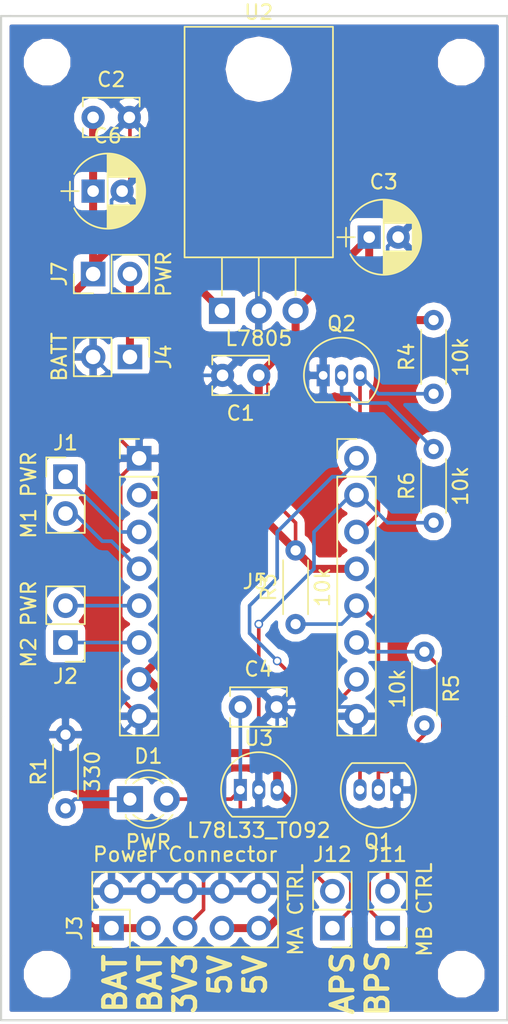
<source format=kicad_pcb>
(kicad_pcb (version 4) (host pcbnew 4.0.7)

  (general
    (links 54)
    (no_connects 0)
    (area 95.809999 27.975 130.885001 99.525)
    (thickness 1.6)
    (drawings 11)
    (tracks 182)
    (zones 0)
    (modules 27)
    (nets 19)
  )

  (page A4)
  (layers
    (0 F.Cu signal)
    (31 B.Cu signal)
    (32 B.Adhes user)
    (33 F.Adhes user)
    (34 B.Paste user)
    (35 F.Paste user)
    (36 B.SilkS user)
    (37 F.SilkS user)
    (38 B.Mask user)
    (39 F.Mask user)
    (40 Dwgs.User user)
    (41 Cmts.User user)
    (42 Eco1.User user)
    (43 Eco2.User user)
    (44 Edge.Cuts user)
    (45 Margin user)
    (46 B.CrtYd user)
    (47 F.CrtYd user)
    (48 B.Fab user)
    (49 F.Fab user)
  )

  (setup
    (last_trace_width 0.25)
    (user_trace_width 0.55)
    (user_trace_width 0.75)
    (trace_clearance 0.2)
    (zone_clearance 0.508)
    (zone_45_only no)
    (trace_min 0.2)
    (segment_width 0.2)
    (edge_width 0.15)
    (via_size 0.6)
    (via_drill 0.4)
    (via_min_size 0.4)
    (via_min_drill 0.3)
    (uvia_size 0.3)
    (uvia_drill 0.1)
    (uvias_allowed no)
    (uvia_min_size 0.2)
    (uvia_min_drill 0.1)
    (pcb_text_width 0.3)
    (pcb_text_size 1.5 1.5)
    (mod_edge_width 0.15)
    (mod_text_size 1 1)
    (mod_text_width 0.15)
    (pad_size 1.524 1.524)
    (pad_drill 0.762)
    (pad_to_mask_clearance 0.2)
    (aux_axis_origin 0 0)
    (visible_elements 7FFFFFFF)
    (pcbplotparams
      (layerselection 0x000f0_80000001)
      (usegerberextensions false)
      (excludeedgelayer true)
      (linewidth 0.100000)
      (plotframeref false)
      (viasonmask false)
      (mode 1)
      (useauxorigin false)
      (hpglpennumber 1)
      (hpglpenspeed 20)
      (hpglpendiameter 15)
      (hpglpenoverlay 2)
      (psnegative false)
      (psa4output false)
      (plotreference true)
      (plotvalue true)
      (plotinvisibletext false)
      (padsonsilk false)
      (subtractmaskfromsilk false)
      (outputformat 1)
      (mirror false)
      (drillshape 0)
      (scaleselection 1)
      (outputdirectory gerber/))
  )

  (net 0 "")
  (net 1 GND)
  (net 2 +5V)
  (net 3 +3V3)
  (net 4 "Net-(D1-Pad1)")
  (net 5 BPWM)
  (net 6 B2)
  (net 7 APWM)
  (net 8 A2)
  (net 9 B1)
  (net 10 A1)
  (net 11 "Net-(Q1-Pad2)")
  (net 12 "Net-(Q2-Pad2)")
  (net 13 +BATT)
  (net 14 "Net-(J1-Pad1)")
  (net 15 "Net-(J1-Pad2)")
  (net 16 "Net-(J2-Pad1)")
  (net 17 "Net-(J2-Pad2)")
  (net 18 "Net-(J4-Pad1)")

  (net_class Default "This is the default net class."
    (clearance 0.2)
    (trace_width 0.25)
    (via_dia 0.6)
    (via_drill 0.4)
    (uvia_dia 0.3)
    (uvia_drill 0.1)
    (add_net +3V3)
    (add_net A1)
    (add_net A2)
    (add_net APWM)
    (add_net B1)
    (add_net B2)
    (add_net BPWM)
    (add_net GND)
    (add_net "Net-(D1-Pad1)")
    (add_net "Net-(J1-Pad1)")
    (add_net "Net-(J1-Pad2)")
    (add_net "Net-(J2-Pad1)")
    (add_net "Net-(J2-Pad2)")
    (add_net "Net-(J4-Pad1)")
    (add_net "Net-(Q1-Pad2)")
    (add_net "Net-(Q2-Pad2)")
  )

  (net_class power ""
    (clearance 0.2)
    (trace_width 0.55)
    (via_dia 0.6)
    (via_drill 0.4)
    (uvia_dia 0.3)
    (uvia_drill 0.1)
    (add_net +5V)
    (add_net +BATT)
  )

  (module Capacitors_THT:C_Disc_D3.8mm_W2.6mm_P2.50mm placed (layer F.Cu) (tedit 597BC7C2) (tstamp 5AB2CFF1)
    (at 112.395 76.835)
    (descr "C, Disc series, Radial, pin pitch=2.50mm, , diameter*width=3.8*2.6mm^2, Capacitor, http://www.vishay.com/docs/45233/krseries.pdf")
    (tags "C Disc series Radial pin pitch 2.50mm  diameter 3.8mm width 2.6mm Capacitor")
    (path /5AAEA01C)
    (fp_text reference C4 (at 1.25 -2.61) (layer F.SilkS)
      (effects (font (size 1 1) (thickness 0.15)))
    )
    (fp_text value 0.1uF (at 1.25 2.61) (layer F.Fab)
      (effects (font (size 1 1) (thickness 0.15)))
    )
    (fp_line (start -0.65 -1.3) (end -0.65 1.3) (layer F.Fab) (width 0.1))
    (fp_line (start -0.65 1.3) (end 3.15 1.3) (layer F.Fab) (width 0.1))
    (fp_line (start 3.15 1.3) (end 3.15 -1.3) (layer F.Fab) (width 0.1))
    (fp_line (start 3.15 -1.3) (end -0.65 -1.3) (layer F.Fab) (width 0.1))
    (fp_line (start -0.71 -1.36) (end 3.21 -1.36) (layer F.SilkS) (width 0.12))
    (fp_line (start -0.71 1.36) (end 3.21 1.36) (layer F.SilkS) (width 0.12))
    (fp_line (start -0.71 -1.36) (end -0.71 -0.75) (layer F.SilkS) (width 0.12))
    (fp_line (start -0.71 0.75) (end -0.71 1.36) (layer F.SilkS) (width 0.12))
    (fp_line (start 3.21 -1.36) (end 3.21 -0.75) (layer F.SilkS) (width 0.12))
    (fp_line (start 3.21 0.75) (end 3.21 1.36) (layer F.SilkS) (width 0.12))
    (fp_line (start -1.05 -1.65) (end -1.05 1.65) (layer F.CrtYd) (width 0.05))
    (fp_line (start -1.05 1.65) (end 3.55 1.65) (layer F.CrtYd) (width 0.05))
    (fp_line (start 3.55 1.65) (end 3.55 -1.65) (layer F.CrtYd) (width 0.05))
    (fp_line (start 3.55 -1.65) (end -1.05 -1.65) (layer F.CrtYd) (width 0.05))
    (fp_text user %R (at 1.25 0) (layer F.Fab)
      (effects (font (size 1 1) (thickness 0.15)))
    )
    (pad 1 thru_hole circle (at 0 0) (size 1.6 1.6) (drill 0.8) (layers *.Cu *.Mask)
      (net 3 +3V3))
    (pad 2 thru_hole circle (at 2.5 0) (size 1.6 1.6) (drill 0.8) (layers *.Cu *.Mask)
      (net 1 GND))
    (model ${KISYS3DMOD}/Capacitors_THT.3dshapes/C_Disc_D3.8mm_W2.6mm_P2.50mm.wrl
      (at (xyz 0 0 0))
      (scale (xyz 1 1 1))
      (rotate (xyz 0 0 0))
    )
  )

  (module Pin_Headers:Pin_Header_Straight_1x02_Pitch2.54mm placed (layer F.Cu) (tedit 5AD3C88F) (tstamp 5AB2D007)
    (at 100.33 60.96)
    (descr "Through hole straight pin header, 1x02, 2.54mm pitch, single row")
    (tags "Through hole pin header THT 1x02 2.54mm single row")
    (path /5AAEC74A)
    (fp_text reference J1 (at 0 -2.33) (layer F.SilkS)
      (effects (font (size 1 1) (thickness 0.15)))
    )
    (fp_text value "M1 PWR" (at -2.54 1.27 90) (layer F.SilkS)
      (effects (font (size 1 1) (thickness 0.15)))
    )
    (fp_line (start -0.635 -1.27) (end 1.27 -1.27) (layer F.Fab) (width 0.1))
    (fp_line (start 1.27 -1.27) (end 1.27 3.81) (layer F.Fab) (width 0.1))
    (fp_line (start 1.27 3.81) (end -1.27 3.81) (layer F.Fab) (width 0.1))
    (fp_line (start -1.27 3.81) (end -1.27 -0.635) (layer F.Fab) (width 0.1))
    (fp_line (start -1.27 -0.635) (end -0.635 -1.27) (layer F.Fab) (width 0.1))
    (fp_line (start -1.33 3.87) (end 1.33 3.87) (layer F.SilkS) (width 0.12))
    (fp_line (start -1.33 1.27) (end -1.33 3.87) (layer F.SilkS) (width 0.12))
    (fp_line (start 1.33 1.27) (end 1.33 3.87) (layer F.SilkS) (width 0.12))
    (fp_line (start -1.33 1.27) (end 1.33 1.27) (layer F.SilkS) (width 0.12))
    (fp_line (start -1.33 0) (end -1.33 -1.33) (layer F.SilkS) (width 0.12))
    (fp_line (start -1.33 -1.33) (end 0 -1.33) (layer F.SilkS) (width 0.12))
    (fp_line (start -1.8 -1.8) (end -1.8 4.35) (layer F.CrtYd) (width 0.05))
    (fp_line (start -1.8 4.35) (end 1.8 4.35) (layer F.CrtYd) (width 0.05))
    (fp_line (start 1.8 4.35) (end 1.8 -1.8) (layer F.CrtYd) (width 0.05))
    (fp_line (start 1.8 -1.8) (end -1.8 -1.8) (layer F.CrtYd) (width 0.05))
    (fp_text user %R (at 0 1.27 90) (layer F.Fab)
      (effects (font (size 1 1) (thickness 0.15)))
    )
    (pad 1 thru_hole rect (at 0 0) (size 1.7 1.7) (drill 1) (layers *.Cu *.Mask)
      (net 14 "Net-(J1-Pad1)"))
    (pad 2 thru_hole oval (at 0 2.54) (size 1.7 1.7) (drill 1) (layers *.Cu *.Mask)
      (net 15 "Net-(J1-Pad2)"))
    (model ${KISYS3DMOD}/Pin_Headers.3dshapes/Pin_Header_Straight_1x02_Pitch2.54mm.wrl
      (at (xyz 0 0 0))
      (scale (xyz 1 1 1))
      (rotate (xyz 0 0 0))
    )
  )

  (module Pin_Headers:Pin_Header_Straight_1x02_Pitch2.54mm placed (layer F.Cu) (tedit 5AD3C87C) (tstamp 5AB2D01D)
    (at 100.33 72.39 180)
    (descr "Through hole straight pin header, 1x02, 2.54mm pitch, single row")
    (tags "Through hole pin header THT 1x02 2.54mm single row")
    (path /5AAEC812)
    (fp_text reference J2 (at 0 -2.33 180) (layer F.SilkS)
      (effects (font (size 1 1) (thickness 0.15)))
    )
    (fp_text value "M2 PWR" (at 2.54 1.27 270) (layer F.SilkS)
      (effects (font (size 1 1) (thickness 0.15)))
    )
    (fp_line (start -0.635 -1.27) (end 1.27 -1.27) (layer F.Fab) (width 0.1))
    (fp_line (start 1.27 -1.27) (end 1.27 3.81) (layer F.Fab) (width 0.1))
    (fp_line (start 1.27 3.81) (end -1.27 3.81) (layer F.Fab) (width 0.1))
    (fp_line (start -1.27 3.81) (end -1.27 -0.635) (layer F.Fab) (width 0.1))
    (fp_line (start -1.27 -0.635) (end -0.635 -1.27) (layer F.Fab) (width 0.1))
    (fp_line (start -1.33 3.87) (end 1.33 3.87) (layer F.SilkS) (width 0.12))
    (fp_line (start -1.33 1.27) (end -1.33 3.87) (layer F.SilkS) (width 0.12))
    (fp_line (start 1.33 1.27) (end 1.33 3.87) (layer F.SilkS) (width 0.12))
    (fp_line (start -1.33 1.27) (end 1.33 1.27) (layer F.SilkS) (width 0.12))
    (fp_line (start -1.33 0) (end -1.33 -1.33) (layer F.SilkS) (width 0.12))
    (fp_line (start -1.33 -1.33) (end 0 -1.33) (layer F.SilkS) (width 0.12))
    (fp_line (start -1.8 -1.8) (end -1.8 4.35) (layer F.CrtYd) (width 0.05))
    (fp_line (start -1.8 4.35) (end 1.8 4.35) (layer F.CrtYd) (width 0.05))
    (fp_line (start 1.8 4.35) (end 1.8 -1.8) (layer F.CrtYd) (width 0.05))
    (fp_line (start 1.8 -1.8) (end -1.8 -1.8) (layer F.CrtYd) (width 0.05))
    (fp_text user %R (at 0 1.27 270) (layer F.Fab)
      (effects (font (size 1 1) (thickness 0.15)))
    )
    (pad 1 thru_hole rect (at 0 0 180) (size 1.7 1.7) (drill 1) (layers *.Cu *.Mask)
      (net 16 "Net-(J2-Pad1)"))
    (pad 2 thru_hole oval (at 0 2.54 180) (size 1.7 1.7) (drill 1) (layers *.Cu *.Mask)
      (net 17 "Net-(J2-Pad2)"))
    (model ${KISYS3DMOD}/Pin_Headers.3dshapes/Pin_Header_Straight_1x02_Pitch2.54mm.wrl
      (at (xyz 0 0 0))
      (scale (xyz 1 1 1))
      (rotate (xyz 0 0 0))
    )
  )

  (module TO_SOT_Packages_THT:TO-220-3_Horizontal placed (layer F.Cu) (tedit 5AD3AE18) (tstamp 5AB2D0D9)
    (at 111.125 49.53)
    (descr "TO-220-3, Horizontal, RM 2.54mm")
    (tags "TO-220-3 Horizontal RM 2.54mm")
    (path /5AAE9DC4)
    (fp_text reference U2 (at 2.54 -20.58) (layer F.SilkS)
      (effects (font (size 1 1) (thickness 0.15)))
    )
    (fp_text value L7805 (at 2.54 1.9) (layer F.SilkS)
      (effects (font (size 1 1) (thickness 0.15)))
    )
    (fp_text user %R (at 2.54 -20.58) (layer F.Fab)
      (effects (font (size 1 1) (thickness 0.15)))
    )
    (fp_line (start -2.46 -13.06) (end -2.46 -19.46) (layer F.Fab) (width 0.1))
    (fp_line (start -2.46 -19.46) (end 7.54 -19.46) (layer F.Fab) (width 0.1))
    (fp_line (start 7.54 -19.46) (end 7.54 -13.06) (layer F.Fab) (width 0.1))
    (fp_line (start 7.54 -13.06) (end -2.46 -13.06) (layer F.Fab) (width 0.1))
    (fp_line (start -2.46 -3.81) (end -2.46 -13.06) (layer F.Fab) (width 0.1))
    (fp_line (start -2.46 -13.06) (end 7.54 -13.06) (layer F.Fab) (width 0.1))
    (fp_line (start 7.54 -13.06) (end 7.54 -3.81) (layer F.Fab) (width 0.1))
    (fp_line (start 7.54 -3.81) (end -2.46 -3.81) (layer F.Fab) (width 0.1))
    (fp_line (start 0 -3.81) (end 0 0) (layer F.Fab) (width 0.1))
    (fp_line (start 2.54 -3.81) (end 2.54 0) (layer F.Fab) (width 0.1))
    (fp_line (start 5.08 -3.81) (end 5.08 0) (layer F.Fab) (width 0.1))
    (fp_line (start -2.58 -3.69) (end 7.66 -3.69) (layer F.SilkS) (width 0.12))
    (fp_line (start -2.58 -19.58) (end 7.66 -19.58) (layer F.SilkS) (width 0.12))
    (fp_line (start -2.58 -19.58) (end -2.58 -3.69) (layer F.SilkS) (width 0.12))
    (fp_line (start 7.66 -19.58) (end 7.66 -3.69) (layer F.SilkS) (width 0.12))
    (fp_line (start 0 -3.69) (end 0 -1.05) (layer F.SilkS) (width 0.12))
    (fp_line (start 2.54 -3.69) (end 2.54 -1.066) (layer F.SilkS) (width 0.12))
    (fp_line (start 5.08 -3.69) (end 5.08 -1.066) (layer F.SilkS) (width 0.12))
    (fp_line (start -2.71 -19.71) (end -2.71 1.15) (layer F.CrtYd) (width 0.05))
    (fp_line (start -2.71 1.15) (end 7.79 1.15) (layer F.CrtYd) (width 0.05))
    (fp_line (start 7.79 1.15) (end 7.79 -19.71) (layer F.CrtYd) (width 0.05))
    (fp_line (start 7.79 -19.71) (end -2.71 -19.71) (layer F.CrtYd) (width 0.05))
    (fp_circle (center 2.54 -16.66) (end 4.39 -16.66) (layer F.Fab) (width 0.1))
    (pad 0 np_thru_hole oval (at 2.54 -16.66) (size 3.5 3.5) (drill 3.5) (layers *.Cu *.Mask))
    (pad 1 thru_hole rect (at 0 0) (size 1.8 1.8) (drill 1) (layers *.Cu *.Mask)
      (net 13 +BATT))
    (pad 2 thru_hole oval (at 2.54 0) (size 1.8 1.8) (drill 1) (layers *.Cu *.Mask)
      (net 1 GND))
    (pad 3 thru_hole oval (at 5.08 0) (size 1.8 1.8) (drill 1) (layers *.Cu *.Mask)
      (net 2 +5V))
    (model ${KISYS3DMOD}/TO_SOT_Packages_THT.3dshapes/TO-220-3_Horizontal.wrl
      (at (xyz 0.1 0 0))
      (scale (xyz 0.393701 0.393701 0.393701))
      (rotate (xyz 0 0 0))
    )
  )

  (module TO_SOT_Packages_THT:TO-92_Inline_Narrow_Oval placed (layer F.Cu) (tedit 5AD3AEC8) (tstamp 5AB2D0EB)
    (at 112.395 82.55)
    (descr "TO-92 leads in-line, narrow, oval pads, drill 0.6mm (see NXP sot054_po.pdf)")
    (tags "to-92 sc-43 sc-43a sot54 PA33 transistor")
    (path /5AAE9F7B)
    (fp_text reference U3 (at 1.27 -3.56) (layer F.SilkS)
      (effects (font (size 1 1) (thickness 0.15)))
    )
    (fp_text value L78L33_TO92 (at 1.27 2.79) (layer F.SilkS)
      (effects (font (size 1 1) (thickness 0.15)))
    )
    (fp_text user %R (at 1.27 -3.56) (layer F.Fab)
      (effects (font (size 1 1) (thickness 0.15)))
    )
    (fp_line (start -0.53 1.85) (end 3.07 1.85) (layer F.SilkS) (width 0.12))
    (fp_line (start -0.5 1.75) (end 3 1.75) (layer F.Fab) (width 0.1))
    (fp_line (start -1.46 -2.73) (end 4 -2.73) (layer F.CrtYd) (width 0.05))
    (fp_line (start -1.46 -2.73) (end -1.46 2.01) (layer F.CrtYd) (width 0.05))
    (fp_line (start 4 2.01) (end 4 -2.73) (layer F.CrtYd) (width 0.05))
    (fp_line (start 4 2.01) (end -1.46 2.01) (layer F.CrtYd) (width 0.05))
    (fp_arc (start 1.27 0) (end 1.27 -2.48) (angle 135) (layer F.Fab) (width 0.1))
    (fp_arc (start 1.27 0) (end 1.27 -2.6) (angle -135) (layer F.SilkS) (width 0.12))
    (fp_arc (start 1.27 0) (end 1.27 -2.48) (angle -135) (layer F.Fab) (width 0.1))
    (fp_arc (start 1.27 0) (end 1.27 -2.6) (angle 135) (layer F.SilkS) (width 0.12))
    (pad 2 thru_hole oval (at 1.27 0 180) (size 0.9 1.5) (drill 0.6) (layers *.Cu *.Mask)
      (net 1 GND))
    (pad 3 thru_hole oval (at 2.54 0 180) (size 0.9 1.5) (drill 0.6) (layers *.Cu *.Mask)
      (net 2 +5V))
    (pad 1 thru_hole rect (at 0 0 180) (size 0.9 1.5) (drill 0.6) (layers *.Cu *.Mask)
      (net 3 +3V3))
    (model ${KISYS3DMOD}/TO_SOT_Packages_THT.3dshapes/TO-92_Inline_Narrow_Oval.wrl
      (at (xyz 0.05 0 0))
      (scale (xyz 1 1 1))
      (rotate (xyz 0 0 -90))
    )
  )

  (module Capacitors_THT:CP_Radial_D5.0mm_P2.00mm placed (layer F.Cu) (tedit 597BC7C2) (tstamp 5ACA46E5)
    (at 102.235 41.275)
    (descr "CP, Radial series, Radial, pin pitch=2.00mm, , diameter=5mm, Electrolytic Capacitor")
    (tags "CP Radial series Radial pin pitch 2.00mm  diameter 5mm Electrolytic Capacitor")
    (path /5AC78EBB)
    (fp_text reference C6 (at 1 -3.81) (layer F.SilkS)
      (effects (font (size 1 1) (thickness 0.15)))
    )
    (fp_text value 33uF (at 1 3.81) (layer F.Fab)
      (effects (font (size 1 1) (thickness 0.15)))
    )
    (fp_arc (start 1 0) (end -1.30558 -1.18) (angle 125.8) (layer F.SilkS) (width 0.12))
    (fp_arc (start 1 0) (end -1.30558 1.18) (angle -125.8) (layer F.SilkS) (width 0.12))
    (fp_arc (start 1 0) (end 3.30558 -1.18) (angle 54.2) (layer F.SilkS) (width 0.12))
    (fp_circle (center 1 0) (end 3.5 0) (layer F.Fab) (width 0.1))
    (fp_line (start -2.2 0) (end -1 0) (layer F.Fab) (width 0.1))
    (fp_line (start -1.6 -0.65) (end -1.6 0.65) (layer F.Fab) (width 0.1))
    (fp_line (start 1 -2.55) (end 1 2.55) (layer F.SilkS) (width 0.12))
    (fp_line (start 1.04 -2.55) (end 1.04 -0.98) (layer F.SilkS) (width 0.12))
    (fp_line (start 1.04 0.98) (end 1.04 2.55) (layer F.SilkS) (width 0.12))
    (fp_line (start 1.08 -2.549) (end 1.08 -0.98) (layer F.SilkS) (width 0.12))
    (fp_line (start 1.08 0.98) (end 1.08 2.549) (layer F.SilkS) (width 0.12))
    (fp_line (start 1.12 -2.548) (end 1.12 -0.98) (layer F.SilkS) (width 0.12))
    (fp_line (start 1.12 0.98) (end 1.12 2.548) (layer F.SilkS) (width 0.12))
    (fp_line (start 1.16 -2.546) (end 1.16 -0.98) (layer F.SilkS) (width 0.12))
    (fp_line (start 1.16 0.98) (end 1.16 2.546) (layer F.SilkS) (width 0.12))
    (fp_line (start 1.2 -2.543) (end 1.2 -0.98) (layer F.SilkS) (width 0.12))
    (fp_line (start 1.2 0.98) (end 1.2 2.543) (layer F.SilkS) (width 0.12))
    (fp_line (start 1.24 -2.539) (end 1.24 -0.98) (layer F.SilkS) (width 0.12))
    (fp_line (start 1.24 0.98) (end 1.24 2.539) (layer F.SilkS) (width 0.12))
    (fp_line (start 1.28 -2.535) (end 1.28 -0.98) (layer F.SilkS) (width 0.12))
    (fp_line (start 1.28 0.98) (end 1.28 2.535) (layer F.SilkS) (width 0.12))
    (fp_line (start 1.32 -2.531) (end 1.32 -0.98) (layer F.SilkS) (width 0.12))
    (fp_line (start 1.32 0.98) (end 1.32 2.531) (layer F.SilkS) (width 0.12))
    (fp_line (start 1.36 -2.525) (end 1.36 -0.98) (layer F.SilkS) (width 0.12))
    (fp_line (start 1.36 0.98) (end 1.36 2.525) (layer F.SilkS) (width 0.12))
    (fp_line (start 1.4 -2.519) (end 1.4 -0.98) (layer F.SilkS) (width 0.12))
    (fp_line (start 1.4 0.98) (end 1.4 2.519) (layer F.SilkS) (width 0.12))
    (fp_line (start 1.44 -2.513) (end 1.44 -0.98) (layer F.SilkS) (width 0.12))
    (fp_line (start 1.44 0.98) (end 1.44 2.513) (layer F.SilkS) (width 0.12))
    (fp_line (start 1.48 -2.506) (end 1.48 -0.98) (layer F.SilkS) (width 0.12))
    (fp_line (start 1.48 0.98) (end 1.48 2.506) (layer F.SilkS) (width 0.12))
    (fp_line (start 1.52 -2.498) (end 1.52 -0.98) (layer F.SilkS) (width 0.12))
    (fp_line (start 1.52 0.98) (end 1.52 2.498) (layer F.SilkS) (width 0.12))
    (fp_line (start 1.56 -2.489) (end 1.56 -0.98) (layer F.SilkS) (width 0.12))
    (fp_line (start 1.56 0.98) (end 1.56 2.489) (layer F.SilkS) (width 0.12))
    (fp_line (start 1.6 -2.48) (end 1.6 -0.98) (layer F.SilkS) (width 0.12))
    (fp_line (start 1.6 0.98) (end 1.6 2.48) (layer F.SilkS) (width 0.12))
    (fp_line (start 1.64 -2.47) (end 1.64 -0.98) (layer F.SilkS) (width 0.12))
    (fp_line (start 1.64 0.98) (end 1.64 2.47) (layer F.SilkS) (width 0.12))
    (fp_line (start 1.68 -2.46) (end 1.68 -0.98) (layer F.SilkS) (width 0.12))
    (fp_line (start 1.68 0.98) (end 1.68 2.46) (layer F.SilkS) (width 0.12))
    (fp_line (start 1.721 -2.448) (end 1.721 -0.98) (layer F.SilkS) (width 0.12))
    (fp_line (start 1.721 0.98) (end 1.721 2.448) (layer F.SilkS) (width 0.12))
    (fp_line (start 1.761 -2.436) (end 1.761 -0.98) (layer F.SilkS) (width 0.12))
    (fp_line (start 1.761 0.98) (end 1.761 2.436) (layer F.SilkS) (width 0.12))
    (fp_line (start 1.801 -2.424) (end 1.801 -0.98) (layer F.SilkS) (width 0.12))
    (fp_line (start 1.801 0.98) (end 1.801 2.424) (layer F.SilkS) (width 0.12))
    (fp_line (start 1.841 -2.41) (end 1.841 -0.98) (layer F.SilkS) (width 0.12))
    (fp_line (start 1.841 0.98) (end 1.841 2.41) (layer F.SilkS) (width 0.12))
    (fp_line (start 1.881 -2.396) (end 1.881 -0.98) (layer F.SilkS) (width 0.12))
    (fp_line (start 1.881 0.98) (end 1.881 2.396) (layer F.SilkS) (width 0.12))
    (fp_line (start 1.921 -2.382) (end 1.921 -0.98) (layer F.SilkS) (width 0.12))
    (fp_line (start 1.921 0.98) (end 1.921 2.382) (layer F.SilkS) (width 0.12))
    (fp_line (start 1.961 -2.366) (end 1.961 -0.98) (layer F.SilkS) (width 0.12))
    (fp_line (start 1.961 0.98) (end 1.961 2.366) (layer F.SilkS) (width 0.12))
    (fp_line (start 2.001 -2.35) (end 2.001 -0.98) (layer F.SilkS) (width 0.12))
    (fp_line (start 2.001 0.98) (end 2.001 2.35) (layer F.SilkS) (width 0.12))
    (fp_line (start 2.041 -2.333) (end 2.041 -0.98) (layer F.SilkS) (width 0.12))
    (fp_line (start 2.041 0.98) (end 2.041 2.333) (layer F.SilkS) (width 0.12))
    (fp_line (start 2.081 -2.315) (end 2.081 -0.98) (layer F.SilkS) (width 0.12))
    (fp_line (start 2.081 0.98) (end 2.081 2.315) (layer F.SilkS) (width 0.12))
    (fp_line (start 2.121 -2.296) (end 2.121 -0.98) (layer F.SilkS) (width 0.12))
    (fp_line (start 2.121 0.98) (end 2.121 2.296) (layer F.SilkS) (width 0.12))
    (fp_line (start 2.161 -2.276) (end 2.161 -0.98) (layer F.SilkS) (width 0.12))
    (fp_line (start 2.161 0.98) (end 2.161 2.276) (layer F.SilkS) (width 0.12))
    (fp_line (start 2.201 -2.256) (end 2.201 -0.98) (layer F.SilkS) (width 0.12))
    (fp_line (start 2.201 0.98) (end 2.201 2.256) (layer F.SilkS) (width 0.12))
    (fp_line (start 2.241 -2.234) (end 2.241 -0.98) (layer F.SilkS) (width 0.12))
    (fp_line (start 2.241 0.98) (end 2.241 2.234) (layer F.SilkS) (width 0.12))
    (fp_line (start 2.281 -2.212) (end 2.281 -0.98) (layer F.SilkS) (width 0.12))
    (fp_line (start 2.281 0.98) (end 2.281 2.212) (layer F.SilkS) (width 0.12))
    (fp_line (start 2.321 -2.189) (end 2.321 -0.98) (layer F.SilkS) (width 0.12))
    (fp_line (start 2.321 0.98) (end 2.321 2.189) (layer F.SilkS) (width 0.12))
    (fp_line (start 2.361 -2.165) (end 2.361 -0.98) (layer F.SilkS) (width 0.12))
    (fp_line (start 2.361 0.98) (end 2.361 2.165) (layer F.SilkS) (width 0.12))
    (fp_line (start 2.401 -2.14) (end 2.401 -0.98) (layer F.SilkS) (width 0.12))
    (fp_line (start 2.401 0.98) (end 2.401 2.14) (layer F.SilkS) (width 0.12))
    (fp_line (start 2.441 -2.113) (end 2.441 -0.98) (layer F.SilkS) (width 0.12))
    (fp_line (start 2.441 0.98) (end 2.441 2.113) (layer F.SilkS) (width 0.12))
    (fp_line (start 2.481 -2.086) (end 2.481 -0.98) (layer F.SilkS) (width 0.12))
    (fp_line (start 2.481 0.98) (end 2.481 2.086) (layer F.SilkS) (width 0.12))
    (fp_line (start 2.521 -2.058) (end 2.521 -0.98) (layer F.SilkS) (width 0.12))
    (fp_line (start 2.521 0.98) (end 2.521 2.058) (layer F.SilkS) (width 0.12))
    (fp_line (start 2.561 -2.028) (end 2.561 -0.98) (layer F.SilkS) (width 0.12))
    (fp_line (start 2.561 0.98) (end 2.561 2.028) (layer F.SilkS) (width 0.12))
    (fp_line (start 2.601 -1.997) (end 2.601 -0.98) (layer F.SilkS) (width 0.12))
    (fp_line (start 2.601 0.98) (end 2.601 1.997) (layer F.SilkS) (width 0.12))
    (fp_line (start 2.641 -1.965) (end 2.641 -0.98) (layer F.SilkS) (width 0.12))
    (fp_line (start 2.641 0.98) (end 2.641 1.965) (layer F.SilkS) (width 0.12))
    (fp_line (start 2.681 -1.932) (end 2.681 -0.98) (layer F.SilkS) (width 0.12))
    (fp_line (start 2.681 0.98) (end 2.681 1.932) (layer F.SilkS) (width 0.12))
    (fp_line (start 2.721 -1.897) (end 2.721 -0.98) (layer F.SilkS) (width 0.12))
    (fp_line (start 2.721 0.98) (end 2.721 1.897) (layer F.SilkS) (width 0.12))
    (fp_line (start 2.761 -1.861) (end 2.761 -0.98) (layer F.SilkS) (width 0.12))
    (fp_line (start 2.761 0.98) (end 2.761 1.861) (layer F.SilkS) (width 0.12))
    (fp_line (start 2.801 -1.823) (end 2.801 -0.98) (layer F.SilkS) (width 0.12))
    (fp_line (start 2.801 0.98) (end 2.801 1.823) (layer F.SilkS) (width 0.12))
    (fp_line (start 2.841 -1.783) (end 2.841 -0.98) (layer F.SilkS) (width 0.12))
    (fp_line (start 2.841 0.98) (end 2.841 1.783) (layer F.SilkS) (width 0.12))
    (fp_line (start 2.881 -1.742) (end 2.881 -0.98) (layer F.SilkS) (width 0.12))
    (fp_line (start 2.881 0.98) (end 2.881 1.742) (layer F.SilkS) (width 0.12))
    (fp_line (start 2.921 -1.699) (end 2.921 -0.98) (layer F.SilkS) (width 0.12))
    (fp_line (start 2.921 0.98) (end 2.921 1.699) (layer F.SilkS) (width 0.12))
    (fp_line (start 2.961 -1.654) (end 2.961 -0.98) (layer F.SilkS) (width 0.12))
    (fp_line (start 2.961 0.98) (end 2.961 1.654) (layer F.SilkS) (width 0.12))
    (fp_line (start 3.001 -1.606) (end 3.001 1.606) (layer F.SilkS) (width 0.12))
    (fp_line (start 3.041 -1.556) (end 3.041 1.556) (layer F.SilkS) (width 0.12))
    (fp_line (start 3.081 -1.504) (end 3.081 1.504) (layer F.SilkS) (width 0.12))
    (fp_line (start 3.121 -1.448) (end 3.121 1.448) (layer F.SilkS) (width 0.12))
    (fp_line (start 3.161 -1.39) (end 3.161 1.39) (layer F.SilkS) (width 0.12))
    (fp_line (start 3.201 -1.327) (end 3.201 1.327) (layer F.SilkS) (width 0.12))
    (fp_line (start 3.241 -1.261) (end 3.241 1.261) (layer F.SilkS) (width 0.12))
    (fp_line (start 3.281 -1.189) (end 3.281 1.189) (layer F.SilkS) (width 0.12))
    (fp_line (start 3.321 -1.112) (end 3.321 1.112) (layer F.SilkS) (width 0.12))
    (fp_line (start 3.361 -1.028) (end 3.361 1.028) (layer F.SilkS) (width 0.12))
    (fp_line (start 3.401 -0.934) (end 3.401 0.934) (layer F.SilkS) (width 0.12))
    (fp_line (start 3.441 -0.829) (end 3.441 0.829) (layer F.SilkS) (width 0.12))
    (fp_line (start 3.481 -0.707) (end 3.481 0.707) (layer F.SilkS) (width 0.12))
    (fp_line (start 3.521 -0.559) (end 3.521 0.559) (layer F.SilkS) (width 0.12))
    (fp_line (start 3.561 -0.354) (end 3.561 0.354) (layer F.SilkS) (width 0.12))
    (fp_line (start -2.2 0) (end -1 0) (layer F.SilkS) (width 0.12))
    (fp_line (start -1.6 -0.65) (end -1.6 0.65) (layer F.SilkS) (width 0.12))
    (fp_line (start -1.85 -2.85) (end -1.85 2.85) (layer F.CrtYd) (width 0.05))
    (fp_line (start -1.85 2.85) (end 3.85 2.85) (layer F.CrtYd) (width 0.05))
    (fp_line (start 3.85 2.85) (end 3.85 -2.85) (layer F.CrtYd) (width 0.05))
    (fp_line (start 3.85 -2.85) (end -1.85 -2.85) (layer F.CrtYd) (width 0.05))
    (fp_text user %R (at 1 0) (layer F.Fab)
      (effects (font (size 1 1) (thickness 0.15)))
    )
    (pad 1 thru_hole rect (at 0 0) (size 1.6 1.6) (drill 0.8) (layers *.Cu *.Mask)
      (net 13 +BATT))
    (pad 2 thru_hole circle (at 2 0) (size 1.6 1.6) (drill 0.8) (layers *.Cu *.Mask)
      (net 1 GND))
    (model ${KISYS3DMOD}/Capacitors_THT.3dshapes/CP_Radial_D5.0mm_P2.00mm.wrl
      (at (xyz 0 0 0))
      (scale (xyz 1 1 1))
      (rotate (xyz 0 0 0))
    )
  )

  (module LEDs:LED_D3.0mm placed (layer F.Cu) (tedit 5AD3C852) (tstamp 5ACA4703)
    (at 104.775 83.185)
    (descr "LED, diameter 3.0mm, 2 pins")
    (tags "LED diameter 3.0mm 2 pins")
    (path /5AC7BECD)
    (fp_text reference D1 (at 1.27 -2.96) (layer F.SilkS)
      (effects (font (size 1 1) (thickness 0.15)))
    )
    (fp_text value PWR (at 1.27 2.96) (layer F.SilkS)
      (effects (font (size 1 1) (thickness 0.15)))
    )
    (fp_arc (start 1.27 0) (end -0.23 -1.16619) (angle 284.3) (layer F.Fab) (width 0.1))
    (fp_arc (start 1.27 0) (end -0.29 -1.235516) (angle 108.8) (layer F.SilkS) (width 0.12))
    (fp_arc (start 1.27 0) (end -0.29 1.235516) (angle -108.8) (layer F.SilkS) (width 0.12))
    (fp_arc (start 1.27 0) (end 0.229039 -1.08) (angle 87.9) (layer F.SilkS) (width 0.12))
    (fp_arc (start 1.27 0) (end 0.229039 1.08) (angle -87.9) (layer F.SilkS) (width 0.12))
    (fp_circle (center 1.27 0) (end 2.77 0) (layer F.Fab) (width 0.1))
    (fp_line (start -0.23 -1.16619) (end -0.23 1.16619) (layer F.Fab) (width 0.1))
    (fp_line (start -0.29 -1.236) (end -0.29 -1.08) (layer F.SilkS) (width 0.12))
    (fp_line (start -0.29 1.08) (end -0.29 1.236) (layer F.SilkS) (width 0.12))
    (fp_line (start -1.15 -2.25) (end -1.15 2.25) (layer F.CrtYd) (width 0.05))
    (fp_line (start -1.15 2.25) (end 3.7 2.25) (layer F.CrtYd) (width 0.05))
    (fp_line (start 3.7 2.25) (end 3.7 -2.25) (layer F.CrtYd) (width 0.05))
    (fp_line (start 3.7 -2.25) (end -1.15 -2.25) (layer F.CrtYd) (width 0.05))
    (pad 1 thru_hole rect (at 0 0) (size 1.8 1.8) (drill 0.9) (layers *.Cu *.Mask)
      (net 4 "Net-(D1-Pad1)"))
    (pad 2 thru_hole circle (at 2.54 0) (size 1.8 1.8) (drill 0.9) (layers *.Cu *.Mask)
      (net 3 +3V3))
    (model ${KISYS3DMOD}/LEDs.3dshapes/LED_D3.0mm.wrl
      (at (xyz 0 0 0))
      (scale (xyz 0.393701 0.393701 0.393701))
      (rotate (xyz 0 0 0))
    )
  )

  (module Pin_Headers:Pin_Header_Straight_1x02_Pitch2.54mm placed (layer F.Cu) (tedit 5AD3C845) (tstamp 5ACA4721)
    (at 122.555 92.075 180)
    (descr "Through hole straight pin header, 1x02, 2.54mm pitch, single row")
    (tags "Through hole pin header THT 1x02 2.54mm single row")
    (path /5AC818B6)
    (fp_text reference J11 (at 0 5.08 180) (layer F.SilkS)
      (effects (font (size 1 1) (thickness 0.15)))
    )
    (fp_text value "MB CTRL" (at -2.54 1.27 270) (layer F.SilkS)
      (effects (font (size 1 1) (thickness 0.15)))
    )
    (fp_line (start -0.635 -1.27) (end 1.27 -1.27) (layer F.Fab) (width 0.1))
    (fp_line (start 1.27 -1.27) (end 1.27 3.81) (layer F.Fab) (width 0.1))
    (fp_line (start 1.27 3.81) (end -1.27 3.81) (layer F.Fab) (width 0.1))
    (fp_line (start -1.27 3.81) (end -1.27 -0.635) (layer F.Fab) (width 0.1))
    (fp_line (start -1.27 -0.635) (end -0.635 -1.27) (layer F.Fab) (width 0.1))
    (fp_line (start -1.33 3.87) (end 1.33 3.87) (layer F.SilkS) (width 0.12))
    (fp_line (start -1.33 1.27) (end -1.33 3.87) (layer F.SilkS) (width 0.12))
    (fp_line (start 1.33 1.27) (end 1.33 3.87) (layer F.SilkS) (width 0.12))
    (fp_line (start -1.33 1.27) (end 1.33 1.27) (layer F.SilkS) (width 0.12))
    (fp_line (start -1.33 0) (end -1.33 -1.33) (layer F.SilkS) (width 0.12))
    (fp_line (start -1.33 -1.33) (end 0 -1.33) (layer F.SilkS) (width 0.12))
    (fp_line (start -1.8 -1.8) (end -1.8 4.35) (layer F.CrtYd) (width 0.05))
    (fp_line (start -1.8 4.35) (end 1.8 4.35) (layer F.CrtYd) (width 0.05))
    (fp_line (start 1.8 4.35) (end 1.8 -1.8) (layer F.CrtYd) (width 0.05))
    (fp_line (start 1.8 -1.8) (end -1.8 -1.8) (layer F.CrtYd) (width 0.05))
    (fp_text user %R (at 0 1.27 270) (layer F.Fab)
      (effects (font (size 1 1) (thickness 0.15)))
    )
    (pad 1 thru_hole rect (at 0 0 180) (size 1.7 1.7) (drill 1) (layers *.Cu *.Mask)
      (net 5 BPWM))
    (pad 2 thru_hole oval (at 0 2.54 180) (size 1.7 1.7) (drill 1) (layers *.Cu *.Mask)
      (net 6 B2))
    (model ${KISYS3DMOD}/Pin_Headers.3dshapes/Pin_Header_Straight_1x02_Pitch2.54mm.wrl
      (at (xyz 0 0 0))
      (scale (xyz 1 1 1))
      (rotate (xyz 0 0 0))
    )
  )

  (module Pin_Headers:Pin_Header_Straight_1x02_Pitch2.54mm placed (layer F.Cu) (tedit 5AD3C83D) (tstamp 5ACA4727)
    (at 118.745 92.075 180)
    (descr "Through hole straight pin header, 1x02, 2.54mm pitch, single row")
    (tags "Through hole pin header THT 1x02 2.54mm single row")
    (path /5AC827DA)
    (fp_text reference J12 (at 0 5.08 180) (layer F.SilkS)
      (effects (font (size 1 1) (thickness 0.15)))
    )
    (fp_text value "MA CTRL" (at 2.54 1.27 270) (layer F.SilkS)
      (effects (font (size 1 1) (thickness 0.15)))
    )
    (fp_line (start -0.635 -1.27) (end 1.27 -1.27) (layer F.Fab) (width 0.1))
    (fp_line (start 1.27 -1.27) (end 1.27 3.81) (layer F.Fab) (width 0.1))
    (fp_line (start 1.27 3.81) (end -1.27 3.81) (layer F.Fab) (width 0.1))
    (fp_line (start -1.27 3.81) (end -1.27 -0.635) (layer F.Fab) (width 0.1))
    (fp_line (start -1.27 -0.635) (end -0.635 -1.27) (layer F.Fab) (width 0.1))
    (fp_line (start -1.33 3.87) (end 1.33 3.87) (layer F.SilkS) (width 0.12))
    (fp_line (start -1.33 1.27) (end -1.33 3.87) (layer F.SilkS) (width 0.12))
    (fp_line (start 1.33 1.27) (end 1.33 3.87) (layer F.SilkS) (width 0.12))
    (fp_line (start -1.33 1.27) (end 1.33 1.27) (layer F.SilkS) (width 0.12))
    (fp_line (start -1.33 0) (end -1.33 -1.33) (layer F.SilkS) (width 0.12))
    (fp_line (start -1.33 -1.33) (end 0 -1.33) (layer F.SilkS) (width 0.12))
    (fp_line (start -1.8 -1.8) (end -1.8 4.35) (layer F.CrtYd) (width 0.05))
    (fp_line (start -1.8 4.35) (end 1.8 4.35) (layer F.CrtYd) (width 0.05))
    (fp_line (start 1.8 4.35) (end 1.8 -1.8) (layer F.CrtYd) (width 0.05))
    (fp_line (start 1.8 -1.8) (end -1.8 -1.8) (layer F.CrtYd) (width 0.05))
    (fp_text user %R (at 0 1.27 270) (layer F.Fab)
      (effects (font (size 1 1) (thickness 0.15)))
    )
    (pad 1 thru_hole rect (at 0 0 180) (size 1.7 1.7) (drill 1) (layers *.Cu *.Mask)
      (net 7 APWM))
    (pad 2 thru_hole oval (at 0 2.54 180) (size 1.7 1.7) (drill 1) (layers *.Cu *.Mask)
      (net 8 A2))
    (model ${KISYS3DMOD}/Pin_Headers.3dshapes/Pin_Header_Straight_1x02_Pitch2.54mm.wrl
      (at (xyz 0 0 0))
      (scale (xyz 1 1 1))
      (rotate (xyz 0 0 0))
    )
  )

  (module Resistors_THT:R_Axial_DIN0204_L3.6mm_D1.6mm_P5.08mm_Horizontal placed (layer F.Cu) (tedit 5AD3C860) (tstamp 5ACA473B)
    (at 100.33 83.82 90)
    (descr "Resistor, Axial_DIN0204 series, Axial, Horizontal, pin pitch=5.08mm, 0.16666666666666666W = 1/6W, length*diameter=3.6*1.6mm^2, http://cdn-reichelt.de/documents/datenblatt/B400/1_4W%23YAG.pdf")
    (tags "Resistor Axial_DIN0204 series Axial Horizontal pin pitch 5.08mm 0.16666666666666666W = 1/6W length 3.6mm diameter 1.6mm")
    (path /5AC7C168)
    (fp_text reference R1 (at 2.54 -1.86 90) (layer F.SilkS)
      (effects (font (size 1 1) (thickness 0.15)))
    )
    (fp_text value 330 (at 2.54 1.86 90) (layer F.SilkS)
      (effects (font (size 1 1) (thickness 0.15)))
    )
    (fp_line (start 0.74 -0.8) (end 0.74 0.8) (layer F.Fab) (width 0.1))
    (fp_line (start 0.74 0.8) (end 4.34 0.8) (layer F.Fab) (width 0.1))
    (fp_line (start 4.34 0.8) (end 4.34 -0.8) (layer F.Fab) (width 0.1))
    (fp_line (start 4.34 -0.8) (end 0.74 -0.8) (layer F.Fab) (width 0.1))
    (fp_line (start 0 0) (end 0.74 0) (layer F.Fab) (width 0.1))
    (fp_line (start 5.08 0) (end 4.34 0) (layer F.Fab) (width 0.1))
    (fp_line (start 0.68 -0.86) (end 4.4 -0.86) (layer F.SilkS) (width 0.12))
    (fp_line (start 0.68 0.86) (end 4.4 0.86) (layer F.SilkS) (width 0.12))
    (fp_line (start -0.95 -1.15) (end -0.95 1.15) (layer F.CrtYd) (width 0.05))
    (fp_line (start -0.95 1.15) (end 6.05 1.15) (layer F.CrtYd) (width 0.05))
    (fp_line (start 6.05 1.15) (end 6.05 -1.15) (layer F.CrtYd) (width 0.05))
    (fp_line (start 6.05 -1.15) (end -0.95 -1.15) (layer F.CrtYd) (width 0.05))
    (pad 1 thru_hole circle (at 0 0 90) (size 1.4 1.4) (drill 0.7) (layers *.Cu *.Mask)
      (net 4 "Net-(D1-Pad1)"))
    (pad 2 thru_hole oval (at 5.08 0 90) (size 1.4 1.4) (drill 0.7) (layers *.Cu *.Mask)
      (net 1 GND))
    (model ${KISYS3DMOD}/Resistors_THT.3dshapes/R_Axial_DIN0204_L3.6mm_D1.6mm_P5.08mm_Horizontal.wrl
      (at (xyz 0 0 0))
      (scale (xyz 0.393701 0.393701 0.393701))
      (rotate (xyz 0 0 0))
    )
  )

  (module Resistors_THT:R_Axial_DIN0204_L3.6mm_D1.6mm_P5.08mm_Horizontal placed (layer F.Cu) (tedit 5AD3AED8) (tstamp 5ACA4747)
    (at 116.205 71.12 90)
    (descr "Resistor, Axial_DIN0204 series, Axial, Horizontal, pin pitch=5.08mm, 0.16666666666666666W = 1/6W, length*diameter=3.6*1.6mm^2, http://cdn-reichelt.de/documents/datenblatt/B400/1_4W%23YAG.pdf")
    (tags "Resistor Axial_DIN0204 series Axial Horizontal pin pitch 5.08mm 0.16666666666666666W = 1/6W length 3.6mm diameter 1.6mm")
    (path /5AC81542)
    (fp_text reference R3 (at 2.54 -1.86 90) (layer F.SilkS)
      (effects (font (size 1 1) (thickness 0.15)))
    )
    (fp_text value 10k (at 2.54 1.86 90) (layer F.SilkS)
      (effects (font (size 1 1) (thickness 0.15)))
    )
    (fp_line (start 0.74 -0.8) (end 0.74 0.8) (layer F.Fab) (width 0.1))
    (fp_line (start 0.74 0.8) (end 4.34 0.8) (layer F.Fab) (width 0.1))
    (fp_line (start 4.34 0.8) (end 4.34 -0.8) (layer F.Fab) (width 0.1))
    (fp_line (start 4.34 -0.8) (end 0.74 -0.8) (layer F.Fab) (width 0.1))
    (fp_line (start 0 0) (end 0.74 0) (layer F.Fab) (width 0.1))
    (fp_line (start 5.08 0) (end 4.34 0) (layer F.Fab) (width 0.1))
    (fp_line (start 0.68 -0.86) (end 4.4 -0.86) (layer F.SilkS) (width 0.12))
    (fp_line (start 0.68 0.86) (end 4.4 0.86) (layer F.SilkS) (width 0.12))
    (fp_line (start -0.95 -1.15) (end -0.95 1.15) (layer F.CrtYd) (width 0.05))
    (fp_line (start -0.95 1.15) (end 6.05 1.15) (layer F.CrtYd) (width 0.05))
    (fp_line (start 6.05 1.15) (end 6.05 -1.15) (layer F.CrtYd) (width 0.05))
    (fp_line (start 6.05 -1.15) (end -0.95 -1.15) (layer F.CrtYd) (width 0.05))
    (pad 1 thru_hole circle (at 0 0 90) (size 1.4 1.4) (drill 0.7) (layers *.Cu *.Mask)
      (net 9 B1))
    (pad 2 thru_hole oval (at 5.08 0 90) (size 1.4 1.4) (drill 0.7) (layers *.Cu *.Mask)
      (net 2 +5V))
    (model ${KISYS3DMOD}/Resistors_THT.3dshapes/R_Axial_DIN0204_L3.6mm_D1.6mm_P5.08mm_Horizontal.wrl
      (at (xyz 0 0 0))
      (scale (xyz 0.393701 0.393701 0.393701))
      (rotate (xyz 0 0 0))
    )
  )

  (module Resistors_THT:R_Axial_DIN0204_L3.6mm_D1.6mm_P5.08mm_Horizontal placed (layer F.Cu) (tedit 5AD3AEE4) (tstamp 5ACA474D)
    (at 125.73 55.245 90)
    (descr "Resistor, Axial_DIN0204 series, Axial, Horizontal, pin pitch=5.08mm, 0.16666666666666666W = 1/6W, length*diameter=3.6*1.6mm^2, http://cdn-reichelt.de/documents/datenblatt/B400/1_4W%23YAG.pdf")
    (tags "Resistor Axial_DIN0204 series Axial Horizontal pin pitch 5.08mm 0.16666666666666666W = 1/6W length 3.6mm diameter 1.6mm")
    (path /5AC827D4)
    (fp_text reference R4 (at 2.54 -1.86 90) (layer F.SilkS)
      (effects (font (size 1 1) (thickness 0.15)))
    )
    (fp_text value 10k (at 2.54 1.86 90) (layer F.SilkS)
      (effects (font (size 1 1) (thickness 0.15)))
    )
    (fp_line (start 0.74 -0.8) (end 0.74 0.8) (layer F.Fab) (width 0.1))
    (fp_line (start 0.74 0.8) (end 4.34 0.8) (layer F.Fab) (width 0.1))
    (fp_line (start 4.34 0.8) (end 4.34 -0.8) (layer F.Fab) (width 0.1))
    (fp_line (start 4.34 -0.8) (end 0.74 -0.8) (layer F.Fab) (width 0.1))
    (fp_line (start 0 0) (end 0.74 0) (layer F.Fab) (width 0.1))
    (fp_line (start 5.08 0) (end 4.34 0) (layer F.Fab) (width 0.1))
    (fp_line (start 0.68 -0.86) (end 4.4 -0.86) (layer F.SilkS) (width 0.12))
    (fp_line (start 0.68 0.86) (end 4.4 0.86) (layer F.SilkS) (width 0.12))
    (fp_line (start -0.95 -1.15) (end -0.95 1.15) (layer F.CrtYd) (width 0.05))
    (fp_line (start -0.95 1.15) (end 6.05 1.15) (layer F.CrtYd) (width 0.05))
    (fp_line (start 6.05 1.15) (end 6.05 -1.15) (layer F.CrtYd) (width 0.05))
    (fp_line (start 6.05 -1.15) (end -0.95 -1.15) (layer F.CrtYd) (width 0.05))
    (pad 1 thru_hole circle (at 0 0 90) (size 1.4 1.4) (drill 0.7) (layers *.Cu *.Mask)
      (net 10 A1))
    (pad 2 thru_hole oval (at 5.08 0 90) (size 1.4 1.4) (drill 0.7) (layers *.Cu *.Mask)
      (net 2 +5V))
    (model ${KISYS3DMOD}/Resistors_THT.3dshapes/R_Axial_DIN0204_L3.6mm_D1.6mm_P5.08mm_Horizontal.wrl
      (at (xyz 0 0 0))
      (scale (xyz 0.393701 0.393701 0.393701))
      (rotate (xyz 0 0 0))
    )
  )

  (module Capacitors_THT:C_Disc_D3.8mm_W2.6mm_P2.50mm (layer F.Cu) (tedit 597BC7C2) (tstamp 5ACA676D)
    (at 113.665 53.975 180)
    (descr "C, Disc series, Radial, pin pitch=2.50mm, , diameter*width=3.8*2.6mm^2, Capacitor, http://www.vishay.com/docs/45233/krseries.pdf")
    (tags "C Disc series Radial pin pitch 2.50mm  diameter 3.8mm width 2.6mm Capacitor")
    (path /5ACAB594)
    (fp_text reference C1 (at 1.25 -2.61 180) (layer F.SilkS)
      (effects (font (size 1 1) (thickness 0.15)))
    )
    (fp_text value 0.1uF (at 1.25 2.61 180) (layer F.Fab)
      (effects (font (size 1 1) (thickness 0.15)))
    )
    (fp_line (start -0.65 -1.3) (end -0.65 1.3) (layer F.Fab) (width 0.1))
    (fp_line (start -0.65 1.3) (end 3.15 1.3) (layer F.Fab) (width 0.1))
    (fp_line (start 3.15 1.3) (end 3.15 -1.3) (layer F.Fab) (width 0.1))
    (fp_line (start 3.15 -1.3) (end -0.65 -1.3) (layer F.Fab) (width 0.1))
    (fp_line (start -0.71 -1.36) (end 3.21 -1.36) (layer F.SilkS) (width 0.12))
    (fp_line (start -0.71 1.36) (end 3.21 1.36) (layer F.SilkS) (width 0.12))
    (fp_line (start -0.71 -1.36) (end -0.71 -0.75) (layer F.SilkS) (width 0.12))
    (fp_line (start -0.71 0.75) (end -0.71 1.36) (layer F.SilkS) (width 0.12))
    (fp_line (start 3.21 -1.36) (end 3.21 -0.75) (layer F.SilkS) (width 0.12))
    (fp_line (start 3.21 0.75) (end 3.21 1.36) (layer F.SilkS) (width 0.12))
    (fp_line (start -1.05 -1.65) (end -1.05 1.65) (layer F.CrtYd) (width 0.05))
    (fp_line (start -1.05 1.65) (end 3.55 1.65) (layer F.CrtYd) (width 0.05))
    (fp_line (start 3.55 1.65) (end 3.55 -1.65) (layer F.CrtYd) (width 0.05))
    (fp_line (start 3.55 -1.65) (end -1.05 -1.65) (layer F.CrtYd) (width 0.05))
    (fp_text user %R (at 1.25 0 180) (layer F.Fab)
      (effects (font (size 1 1) (thickness 0.15)))
    )
    (pad 1 thru_hole circle (at 0 0 180) (size 1.6 1.6) (drill 0.8) (layers *.Cu *.Mask)
      (net 2 +5V))
    (pad 2 thru_hole circle (at 2.5 0 180) (size 1.6 1.6) (drill 0.8) (layers *.Cu *.Mask)
      (net 1 GND))
    (model ${KISYS3DMOD}/Capacitors_THT.3dshapes/C_Disc_D3.8mm_W2.6mm_P2.50mm.wrl
      (at (xyz 0 0 0))
      (scale (xyz 1 1 1))
      (rotate (xyz 0 0 0))
    )
  )

  (module Capacitors_THT:C_Disc_D3.8mm_W2.6mm_P2.50mm (layer F.Cu) (tedit 597BC7C2) (tstamp 5ACA6772)
    (at 102.235 36.195)
    (descr "C, Disc series, Radial, pin pitch=2.50mm, , diameter*width=3.8*2.6mm^2, Capacitor, http://www.vishay.com/docs/45233/krseries.pdf")
    (tags "C Disc series Radial pin pitch 2.50mm  diameter 3.8mm width 2.6mm Capacitor")
    (path /5ACA7B01)
    (fp_text reference C2 (at 1.25 -2.61) (layer F.SilkS)
      (effects (font (size 1 1) (thickness 0.15)))
    )
    (fp_text value 0.1uF (at 1.25 2.61) (layer F.Fab)
      (effects (font (size 1 1) (thickness 0.15)))
    )
    (fp_line (start -0.65 -1.3) (end -0.65 1.3) (layer F.Fab) (width 0.1))
    (fp_line (start -0.65 1.3) (end 3.15 1.3) (layer F.Fab) (width 0.1))
    (fp_line (start 3.15 1.3) (end 3.15 -1.3) (layer F.Fab) (width 0.1))
    (fp_line (start 3.15 -1.3) (end -0.65 -1.3) (layer F.Fab) (width 0.1))
    (fp_line (start -0.71 -1.36) (end 3.21 -1.36) (layer F.SilkS) (width 0.12))
    (fp_line (start -0.71 1.36) (end 3.21 1.36) (layer F.SilkS) (width 0.12))
    (fp_line (start -0.71 -1.36) (end -0.71 -0.75) (layer F.SilkS) (width 0.12))
    (fp_line (start -0.71 0.75) (end -0.71 1.36) (layer F.SilkS) (width 0.12))
    (fp_line (start 3.21 -1.36) (end 3.21 -0.75) (layer F.SilkS) (width 0.12))
    (fp_line (start 3.21 0.75) (end 3.21 1.36) (layer F.SilkS) (width 0.12))
    (fp_line (start -1.05 -1.65) (end -1.05 1.65) (layer F.CrtYd) (width 0.05))
    (fp_line (start -1.05 1.65) (end 3.55 1.65) (layer F.CrtYd) (width 0.05))
    (fp_line (start 3.55 1.65) (end 3.55 -1.65) (layer F.CrtYd) (width 0.05))
    (fp_line (start 3.55 -1.65) (end -1.05 -1.65) (layer F.CrtYd) (width 0.05))
    (fp_text user %R (at 1.25 0) (layer F.Fab)
      (effects (font (size 1 1) (thickness 0.15)))
    )
    (pad 1 thru_hole circle (at 0 0) (size 1.6 1.6) (drill 0.8) (layers *.Cu *.Mask)
      (net 13 +BATT))
    (pad 2 thru_hole circle (at 2.5 0) (size 1.6 1.6) (drill 0.8) (layers *.Cu *.Mask)
      (net 1 GND))
    (model ${KISYS3DMOD}/Capacitors_THT.3dshapes/C_Disc_D3.8mm_W2.6mm_P2.50mm.wrl
      (at (xyz 0 0 0))
      (scale (xyz 1 1 1))
      (rotate (xyz 0 0 0))
    )
  )

  (module Capacitors_THT:CP_Radial_D5.0mm_P2.00mm (layer F.Cu) (tedit 597BC7C2) (tstamp 5ACA6777)
    (at 121.285 44.45)
    (descr "CP, Radial series, Radial, pin pitch=2.00mm, , diameter=5mm, Electrolytic Capacitor")
    (tags "CP Radial series Radial pin pitch 2.00mm  diameter 5mm Electrolytic Capacitor")
    (path /5ACA7C21)
    (fp_text reference C3 (at 1 -3.81) (layer F.SilkS)
      (effects (font (size 1 1) (thickness 0.15)))
    )
    (fp_text value 10uF (at 1 3.81) (layer F.Fab)
      (effects (font (size 1 1) (thickness 0.15)))
    )
    (fp_arc (start 1 0) (end -1.30558 -1.18) (angle 125.8) (layer F.SilkS) (width 0.12))
    (fp_arc (start 1 0) (end -1.30558 1.18) (angle -125.8) (layer F.SilkS) (width 0.12))
    (fp_arc (start 1 0) (end 3.30558 -1.18) (angle 54.2) (layer F.SilkS) (width 0.12))
    (fp_circle (center 1 0) (end 3.5 0) (layer F.Fab) (width 0.1))
    (fp_line (start -2.2 0) (end -1 0) (layer F.Fab) (width 0.1))
    (fp_line (start -1.6 -0.65) (end -1.6 0.65) (layer F.Fab) (width 0.1))
    (fp_line (start 1 -2.55) (end 1 2.55) (layer F.SilkS) (width 0.12))
    (fp_line (start 1.04 -2.55) (end 1.04 -0.98) (layer F.SilkS) (width 0.12))
    (fp_line (start 1.04 0.98) (end 1.04 2.55) (layer F.SilkS) (width 0.12))
    (fp_line (start 1.08 -2.549) (end 1.08 -0.98) (layer F.SilkS) (width 0.12))
    (fp_line (start 1.08 0.98) (end 1.08 2.549) (layer F.SilkS) (width 0.12))
    (fp_line (start 1.12 -2.548) (end 1.12 -0.98) (layer F.SilkS) (width 0.12))
    (fp_line (start 1.12 0.98) (end 1.12 2.548) (layer F.SilkS) (width 0.12))
    (fp_line (start 1.16 -2.546) (end 1.16 -0.98) (layer F.SilkS) (width 0.12))
    (fp_line (start 1.16 0.98) (end 1.16 2.546) (layer F.SilkS) (width 0.12))
    (fp_line (start 1.2 -2.543) (end 1.2 -0.98) (layer F.SilkS) (width 0.12))
    (fp_line (start 1.2 0.98) (end 1.2 2.543) (layer F.SilkS) (width 0.12))
    (fp_line (start 1.24 -2.539) (end 1.24 -0.98) (layer F.SilkS) (width 0.12))
    (fp_line (start 1.24 0.98) (end 1.24 2.539) (layer F.SilkS) (width 0.12))
    (fp_line (start 1.28 -2.535) (end 1.28 -0.98) (layer F.SilkS) (width 0.12))
    (fp_line (start 1.28 0.98) (end 1.28 2.535) (layer F.SilkS) (width 0.12))
    (fp_line (start 1.32 -2.531) (end 1.32 -0.98) (layer F.SilkS) (width 0.12))
    (fp_line (start 1.32 0.98) (end 1.32 2.531) (layer F.SilkS) (width 0.12))
    (fp_line (start 1.36 -2.525) (end 1.36 -0.98) (layer F.SilkS) (width 0.12))
    (fp_line (start 1.36 0.98) (end 1.36 2.525) (layer F.SilkS) (width 0.12))
    (fp_line (start 1.4 -2.519) (end 1.4 -0.98) (layer F.SilkS) (width 0.12))
    (fp_line (start 1.4 0.98) (end 1.4 2.519) (layer F.SilkS) (width 0.12))
    (fp_line (start 1.44 -2.513) (end 1.44 -0.98) (layer F.SilkS) (width 0.12))
    (fp_line (start 1.44 0.98) (end 1.44 2.513) (layer F.SilkS) (width 0.12))
    (fp_line (start 1.48 -2.506) (end 1.48 -0.98) (layer F.SilkS) (width 0.12))
    (fp_line (start 1.48 0.98) (end 1.48 2.506) (layer F.SilkS) (width 0.12))
    (fp_line (start 1.52 -2.498) (end 1.52 -0.98) (layer F.SilkS) (width 0.12))
    (fp_line (start 1.52 0.98) (end 1.52 2.498) (layer F.SilkS) (width 0.12))
    (fp_line (start 1.56 -2.489) (end 1.56 -0.98) (layer F.SilkS) (width 0.12))
    (fp_line (start 1.56 0.98) (end 1.56 2.489) (layer F.SilkS) (width 0.12))
    (fp_line (start 1.6 -2.48) (end 1.6 -0.98) (layer F.SilkS) (width 0.12))
    (fp_line (start 1.6 0.98) (end 1.6 2.48) (layer F.SilkS) (width 0.12))
    (fp_line (start 1.64 -2.47) (end 1.64 -0.98) (layer F.SilkS) (width 0.12))
    (fp_line (start 1.64 0.98) (end 1.64 2.47) (layer F.SilkS) (width 0.12))
    (fp_line (start 1.68 -2.46) (end 1.68 -0.98) (layer F.SilkS) (width 0.12))
    (fp_line (start 1.68 0.98) (end 1.68 2.46) (layer F.SilkS) (width 0.12))
    (fp_line (start 1.721 -2.448) (end 1.721 -0.98) (layer F.SilkS) (width 0.12))
    (fp_line (start 1.721 0.98) (end 1.721 2.448) (layer F.SilkS) (width 0.12))
    (fp_line (start 1.761 -2.436) (end 1.761 -0.98) (layer F.SilkS) (width 0.12))
    (fp_line (start 1.761 0.98) (end 1.761 2.436) (layer F.SilkS) (width 0.12))
    (fp_line (start 1.801 -2.424) (end 1.801 -0.98) (layer F.SilkS) (width 0.12))
    (fp_line (start 1.801 0.98) (end 1.801 2.424) (layer F.SilkS) (width 0.12))
    (fp_line (start 1.841 -2.41) (end 1.841 -0.98) (layer F.SilkS) (width 0.12))
    (fp_line (start 1.841 0.98) (end 1.841 2.41) (layer F.SilkS) (width 0.12))
    (fp_line (start 1.881 -2.396) (end 1.881 -0.98) (layer F.SilkS) (width 0.12))
    (fp_line (start 1.881 0.98) (end 1.881 2.396) (layer F.SilkS) (width 0.12))
    (fp_line (start 1.921 -2.382) (end 1.921 -0.98) (layer F.SilkS) (width 0.12))
    (fp_line (start 1.921 0.98) (end 1.921 2.382) (layer F.SilkS) (width 0.12))
    (fp_line (start 1.961 -2.366) (end 1.961 -0.98) (layer F.SilkS) (width 0.12))
    (fp_line (start 1.961 0.98) (end 1.961 2.366) (layer F.SilkS) (width 0.12))
    (fp_line (start 2.001 -2.35) (end 2.001 -0.98) (layer F.SilkS) (width 0.12))
    (fp_line (start 2.001 0.98) (end 2.001 2.35) (layer F.SilkS) (width 0.12))
    (fp_line (start 2.041 -2.333) (end 2.041 -0.98) (layer F.SilkS) (width 0.12))
    (fp_line (start 2.041 0.98) (end 2.041 2.333) (layer F.SilkS) (width 0.12))
    (fp_line (start 2.081 -2.315) (end 2.081 -0.98) (layer F.SilkS) (width 0.12))
    (fp_line (start 2.081 0.98) (end 2.081 2.315) (layer F.SilkS) (width 0.12))
    (fp_line (start 2.121 -2.296) (end 2.121 -0.98) (layer F.SilkS) (width 0.12))
    (fp_line (start 2.121 0.98) (end 2.121 2.296) (layer F.SilkS) (width 0.12))
    (fp_line (start 2.161 -2.276) (end 2.161 -0.98) (layer F.SilkS) (width 0.12))
    (fp_line (start 2.161 0.98) (end 2.161 2.276) (layer F.SilkS) (width 0.12))
    (fp_line (start 2.201 -2.256) (end 2.201 -0.98) (layer F.SilkS) (width 0.12))
    (fp_line (start 2.201 0.98) (end 2.201 2.256) (layer F.SilkS) (width 0.12))
    (fp_line (start 2.241 -2.234) (end 2.241 -0.98) (layer F.SilkS) (width 0.12))
    (fp_line (start 2.241 0.98) (end 2.241 2.234) (layer F.SilkS) (width 0.12))
    (fp_line (start 2.281 -2.212) (end 2.281 -0.98) (layer F.SilkS) (width 0.12))
    (fp_line (start 2.281 0.98) (end 2.281 2.212) (layer F.SilkS) (width 0.12))
    (fp_line (start 2.321 -2.189) (end 2.321 -0.98) (layer F.SilkS) (width 0.12))
    (fp_line (start 2.321 0.98) (end 2.321 2.189) (layer F.SilkS) (width 0.12))
    (fp_line (start 2.361 -2.165) (end 2.361 -0.98) (layer F.SilkS) (width 0.12))
    (fp_line (start 2.361 0.98) (end 2.361 2.165) (layer F.SilkS) (width 0.12))
    (fp_line (start 2.401 -2.14) (end 2.401 -0.98) (layer F.SilkS) (width 0.12))
    (fp_line (start 2.401 0.98) (end 2.401 2.14) (layer F.SilkS) (width 0.12))
    (fp_line (start 2.441 -2.113) (end 2.441 -0.98) (layer F.SilkS) (width 0.12))
    (fp_line (start 2.441 0.98) (end 2.441 2.113) (layer F.SilkS) (width 0.12))
    (fp_line (start 2.481 -2.086) (end 2.481 -0.98) (layer F.SilkS) (width 0.12))
    (fp_line (start 2.481 0.98) (end 2.481 2.086) (layer F.SilkS) (width 0.12))
    (fp_line (start 2.521 -2.058) (end 2.521 -0.98) (layer F.SilkS) (width 0.12))
    (fp_line (start 2.521 0.98) (end 2.521 2.058) (layer F.SilkS) (width 0.12))
    (fp_line (start 2.561 -2.028) (end 2.561 -0.98) (layer F.SilkS) (width 0.12))
    (fp_line (start 2.561 0.98) (end 2.561 2.028) (layer F.SilkS) (width 0.12))
    (fp_line (start 2.601 -1.997) (end 2.601 -0.98) (layer F.SilkS) (width 0.12))
    (fp_line (start 2.601 0.98) (end 2.601 1.997) (layer F.SilkS) (width 0.12))
    (fp_line (start 2.641 -1.965) (end 2.641 -0.98) (layer F.SilkS) (width 0.12))
    (fp_line (start 2.641 0.98) (end 2.641 1.965) (layer F.SilkS) (width 0.12))
    (fp_line (start 2.681 -1.932) (end 2.681 -0.98) (layer F.SilkS) (width 0.12))
    (fp_line (start 2.681 0.98) (end 2.681 1.932) (layer F.SilkS) (width 0.12))
    (fp_line (start 2.721 -1.897) (end 2.721 -0.98) (layer F.SilkS) (width 0.12))
    (fp_line (start 2.721 0.98) (end 2.721 1.897) (layer F.SilkS) (width 0.12))
    (fp_line (start 2.761 -1.861) (end 2.761 -0.98) (layer F.SilkS) (width 0.12))
    (fp_line (start 2.761 0.98) (end 2.761 1.861) (layer F.SilkS) (width 0.12))
    (fp_line (start 2.801 -1.823) (end 2.801 -0.98) (layer F.SilkS) (width 0.12))
    (fp_line (start 2.801 0.98) (end 2.801 1.823) (layer F.SilkS) (width 0.12))
    (fp_line (start 2.841 -1.783) (end 2.841 -0.98) (layer F.SilkS) (width 0.12))
    (fp_line (start 2.841 0.98) (end 2.841 1.783) (layer F.SilkS) (width 0.12))
    (fp_line (start 2.881 -1.742) (end 2.881 -0.98) (layer F.SilkS) (width 0.12))
    (fp_line (start 2.881 0.98) (end 2.881 1.742) (layer F.SilkS) (width 0.12))
    (fp_line (start 2.921 -1.699) (end 2.921 -0.98) (layer F.SilkS) (width 0.12))
    (fp_line (start 2.921 0.98) (end 2.921 1.699) (layer F.SilkS) (width 0.12))
    (fp_line (start 2.961 -1.654) (end 2.961 -0.98) (layer F.SilkS) (width 0.12))
    (fp_line (start 2.961 0.98) (end 2.961 1.654) (layer F.SilkS) (width 0.12))
    (fp_line (start 3.001 -1.606) (end 3.001 1.606) (layer F.SilkS) (width 0.12))
    (fp_line (start 3.041 -1.556) (end 3.041 1.556) (layer F.SilkS) (width 0.12))
    (fp_line (start 3.081 -1.504) (end 3.081 1.504) (layer F.SilkS) (width 0.12))
    (fp_line (start 3.121 -1.448) (end 3.121 1.448) (layer F.SilkS) (width 0.12))
    (fp_line (start 3.161 -1.39) (end 3.161 1.39) (layer F.SilkS) (width 0.12))
    (fp_line (start 3.201 -1.327) (end 3.201 1.327) (layer F.SilkS) (width 0.12))
    (fp_line (start 3.241 -1.261) (end 3.241 1.261) (layer F.SilkS) (width 0.12))
    (fp_line (start 3.281 -1.189) (end 3.281 1.189) (layer F.SilkS) (width 0.12))
    (fp_line (start 3.321 -1.112) (end 3.321 1.112) (layer F.SilkS) (width 0.12))
    (fp_line (start 3.361 -1.028) (end 3.361 1.028) (layer F.SilkS) (width 0.12))
    (fp_line (start 3.401 -0.934) (end 3.401 0.934) (layer F.SilkS) (width 0.12))
    (fp_line (start 3.441 -0.829) (end 3.441 0.829) (layer F.SilkS) (width 0.12))
    (fp_line (start 3.481 -0.707) (end 3.481 0.707) (layer F.SilkS) (width 0.12))
    (fp_line (start 3.521 -0.559) (end 3.521 0.559) (layer F.SilkS) (width 0.12))
    (fp_line (start 3.561 -0.354) (end 3.561 0.354) (layer F.SilkS) (width 0.12))
    (fp_line (start -2.2 0) (end -1 0) (layer F.SilkS) (width 0.12))
    (fp_line (start -1.6 -0.65) (end -1.6 0.65) (layer F.SilkS) (width 0.12))
    (fp_line (start -1.85 -2.85) (end -1.85 2.85) (layer F.CrtYd) (width 0.05))
    (fp_line (start -1.85 2.85) (end 3.85 2.85) (layer F.CrtYd) (width 0.05))
    (fp_line (start 3.85 2.85) (end 3.85 -2.85) (layer F.CrtYd) (width 0.05))
    (fp_line (start 3.85 -2.85) (end -1.85 -2.85) (layer F.CrtYd) (width 0.05))
    (fp_text user %R (at 1 0) (layer F.Fab)
      (effects (font (size 1 1) (thickness 0.15)))
    )
    (pad 1 thru_hole rect (at 0 0) (size 1.6 1.6) (drill 0.8) (layers *.Cu *.Mask)
      (net 2 +5V))
    (pad 2 thru_hole circle (at 2 0) (size 1.6 1.6) (drill 0.8) (layers *.Cu *.Mask)
      (net 1 GND))
    (model ${KISYS3DMOD}/Capacitors_THT.3dshapes/CP_Radial_D5.0mm_P2.00mm.wrl
      (at (xyz 0 0 0))
      (scale (xyz 1 1 1))
      (rotate (xyz 0 0 0))
    )
  )

  (module Pin_Headers:Pin_Header_Straight_2x05_Pitch2.54mm (layer F.Cu) (tedit 5AD3B9E1) (tstamp 5ACA677C)
    (at 103.505 92.075 90)
    (descr "Through hole straight pin header, 2x05, 2.54mm pitch, double rows")
    (tags "Through hole pin header THT 2x05 2.54mm double row")
    (path /5ACA8C3D)
    (fp_text reference J3 (at 0 -2.54 90) (layer F.SilkS)
      (effects (font (size 1 1) (thickness 0.15)))
    )
    (fp_text value "Power Connector" (at 5.08 5.08 180) (layer F.SilkS)
      (effects (font (size 1 1) (thickness 0.15)))
    )
    (fp_line (start 0 -1.27) (end 3.81 -1.27) (layer F.Fab) (width 0.1))
    (fp_line (start 3.81 -1.27) (end 3.81 11.43) (layer F.Fab) (width 0.1))
    (fp_line (start 3.81 11.43) (end -1.27 11.43) (layer F.Fab) (width 0.1))
    (fp_line (start -1.27 11.43) (end -1.27 0) (layer F.Fab) (width 0.1))
    (fp_line (start -1.27 0) (end 0 -1.27) (layer F.Fab) (width 0.1))
    (fp_line (start -1.33 11.49) (end 3.87 11.49) (layer F.SilkS) (width 0.12))
    (fp_line (start -1.33 1.27) (end -1.33 11.49) (layer F.SilkS) (width 0.12))
    (fp_line (start 3.87 -1.33) (end 3.87 11.49) (layer F.SilkS) (width 0.12))
    (fp_line (start -1.33 1.27) (end 1.27 1.27) (layer F.SilkS) (width 0.12))
    (fp_line (start 1.27 1.27) (end 1.27 -1.33) (layer F.SilkS) (width 0.12))
    (fp_line (start 1.27 -1.33) (end 3.87 -1.33) (layer F.SilkS) (width 0.12))
    (fp_line (start -1.33 0) (end -1.33 -1.33) (layer F.SilkS) (width 0.12))
    (fp_line (start -1.33 -1.33) (end 0 -1.33) (layer F.SilkS) (width 0.12))
    (fp_line (start -1.8 -1.8) (end -1.8 11.95) (layer F.CrtYd) (width 0.05))
    (fp_line (start -1.8 11.95) (end 4.35 11.95) (layer F.CrtYd) (width 0.05))
    (fp_line (start 4.35 11.95) (end 4.35 -1.8) (layer F.CrtYd) (width 0.05))
    (fp_line (start 4.35 -1.8) (end -1.8 -1.8) (layer F.CrtYd) (width 0.05))
    (fp_text user %R (at 1.27 5.08 180) (layer F.Fab)
      (effects (font (size 1 1) (thickness 0.15)))
    )
    (pad 1 thru_hole rect (at 0 0 90) (size 1.7 1.7) (drill 1) (layers *.Cu *.Mask)
      (net 13 +BATT))
    (pad 2 thru_hole oval (at 2.54 0 90) (size 1.7 1.7) (drill 1) (layers *.Cu *.Mask)
      (net 1 GND))
    (pad 3 thru_hole oval (at 0 2.54 90) (size 1.7 1.7) (drill 1) (layers *.Cu *.Mask)
      (net 13 +BATT))
    (pad 4 thru_hole oval (at 2.54 2.54 90) (size 1.7 1.7) (drill 1) (layers *.Cu *.Mask)
      (net 1 GND))
    (pad 5 thru_hole oval (at 0 5.08 90) (size 1.7 1.7) (drill 1) (layers *.Cu *.Mask)
      (net 3 +3V3))
    (pad 6 thru_hole oval (at 2.54 5.08 90) (size 1.7 1.7) (drill 1) (layers *.Cu *.Mask)
      (net 1 GND))
    (pad 7 thru_hole oval (at 0 7.62 90) (size 1.7 1.7) (drill 1) (layers *.Cu *.Mask)
      (net 2 +5V))
    (pad 8 thru_hole oval (at 2.54 7.62 90) (size 1.7 1.7) (drill 1) (layers *.Cu *.Mask)
      (net 1 GND))
    (pad 9 thru_hole oval (at 0 10.16 90) (size 1.7 1.7) (drill 1) (layers *.Cu *.Mask)
      (net 2 +5V))
    (pad 10 thru_hole oval (at 2.54 10.16 90) (size 1.7 1.7) (drill 1) (layers *.Cu *.Mask)
      (net 1 GND))
    (model ${KISYS3DMOD}/Pin_Headers.3dshapes/Pin_Header_Straight_2x05_Pitch2.54mm.wrl
      (at (xyz 0 0 0))
      (scale (xyz 1 1 1))
      (rotate (xyz 0 0 0))
    )
  )

  (module Resistors_THT:R_Axial_DIN0204_L3.6mm_D1.6mm_P5.08mm_Horizontal (layer F.Cu) (tedit 5AD3AEEE) (tstamp 5ACA678E)
    (at 125.095 73.025 270)
    (descr "Resistor, Axial_DIN0204 series, Axial, Horizontal, pin pitch=5.08mm, 0.16666666666666666W = 1/6W, length*diameter=3.6*1.6mm^2, http://cdn-reichelt.de/documents/datenblatt/B400/1_4W%23YAG.pdf")
    (tags "Resistor Axial_DIN0204 series Axial Horizontal pin pitch 5.08mm 0.16666666666666666W = 1/6W length 3.6mm diameter 1.6mm")
    (path /5ACA6BBA)
    (fp_text reference R5 (at 2.54 -1.86 270) (layer F.SilkS)
      (effects (font (size 1 1) (thickness 0.15)))
    )
    (fp_text value 10k (at 2.54 1.86 270) (layer F.SilkS)
      (effects (font (size 1 1) (thickness 0.15)))
    )
    (fp_line (start 0.74 -0.8) (end 0.74 0.8) (layer F.Fab) (width 0.1))
    (fp_line (start 0.74 0.8) (end 4.34 0.8) (layer F.Fab) (width 0.1))
    (fp_line (start 4.34 0.8) (end 4.34 -0.8) (layer F.Fab) (width 0.1))
    (fp_line (start 4.34 -0.8) (end 0.74 -0.8) (layer F.Fab) (width 0.1))
    (fp_line (start 0 0) (end 0.74 0) (layer F.Fab) (width 0.1))
    (fp_line (start 5.08 0) (end 4.34 0) (layer F.Fab) (width 0.1))
    (fp_line (start 0.68 -0.86) (end 4.4 -0.86) (layer F.SilkS) (width 0.12))
    (fp_line (start 0.68 0.86) (end 4.4 0.86) (layer F.SilkS) (width 0.12))
    (fp_line (start -0.95 -1.15) (end -0.95 1.15) (layer F.CrtYd) (width 0.05))
    (fp_line (start -0.95 1.15) (end 6.05 1.15) (layer F.CrtYd) (width 0.05))
    (fp_line (start 6.05 1.15) (end 6.05 -1.15) (layer F.CrtYd) (width 0.05))
    (fp_line (start 6.05 -1.15) (end -0.95 -1.15) (layer F.CrtYd) (width 0.05))
    (pad 1 thru_hole circle (at 0 0 270) (size 1.4 1.4) (drill 0.7) (layers *.Cu *.Mask)
      (net 6 B2))
    (pad 2 thru_hole oval (at 5.08 0 270) (size 1.4 1.4) (drill 0.7) (layers *.Cu *.Mask)
      (net 11 "Net-(Q1-Pad2)"))
    (model ${KISYS3DMOD}/Resistors_THT.3dshapes/R_Axial_DIN0204_L3.6mm_D1.6mm_P5.08mm_Horizontal.wrl
      (at (xyz 0 0 0))
      (scale (xyz 0.393701 0.393701 0.393701))
      (rotate (xyz 0 0 0))
    )
  )

  (module Resistors_THT:R_Axial_DIN0204_L3.6mm_D1.6mm_P5.08mm_Horizontal (layer F.Cu) (tedit 5AD3AF00) (tstamp 5ACA6794)
    (at 125.73 64.135 90)
    (descr "Resistor, Axial_DIN0204 series, Axial, Horizontal, pin pitch=5.08mm, 0.16666666666666666W = 1/6W, length*diameter=3.6*1.6mm^2, http://cdn-reichelt.de/documents/datenblatt/B400/1_4W%23YAG.pdf")
    (tags "Resistor Axial_DIN0204 series Axial Horizontal pin pitch 5.08mm 0.16666666666666666W = 1/6W length 3.6mm diameter 1.6mm")
    (path /5ACA6B3B)
    (fp_text reference R6 (at 2.54 -1.86 90) (layer F.SilkS)
      (effects (font (size 1 1) (thickness 0.15)))
    )
    (fp_text value 10k (at 2.54 1.86 90) (layer F.SilkS)
      (effects (font (size 1 1) (thickness 0.15)))
    )
    (fp_line (start 0.74 -0.8) (end 0.74 0.8) (layer F.Fab) (width 0.1))
    (fp_line (start 0.74 0.8) (end 4.34 0.8) (layer F.Fab) (width 0.1))
    (fp_line (start 4.34 0.8) (end 4.34 -0.8) (layer F.Fab) (width 0.1))
    (fp_line (start 4.34 -0.8) (end 0.74 -0.8) (layer F.Fab) (width 0.1))
    (fp_line (start 0 0) (end 0.74 0) (layer F.Fab) (width 0.1))
    (fp_line (start 5.08 0) (end 4.34 0) (layer F.Fab) (width 0.1))
    (fp_line (start 0.68 -0.86) (end 4.4 -0.86) (layer F.SilkS) (width 0.12))
    (fp_line (start 0.68 0.86) (end 4.4 0.86) (layer F.SilkS) (width 0.12))
    (fp_line (start -0.95 -1.15) (end -0.95 1.15) (layer F.CrtYd) (width 0.05))
    (fp_line (start -0.95 1.15) (end 6.05 1.15) (layer F.CrtYd) (width 0.05))
    (fp_line (start 6.05 1.15) (end 6.05 -1.15) (layer F.CrtYd) (width 0.05))
    (fp_line (start 6.05 -1.15) (end -0.95 -1.15) (layer F.CrtYd) (width 0.05))
    (pad 1 thru_hole circle (at 0 0 90) (size 1.4 1.4) (drill 0.7) (layers *.Cu *.Mask)
      (net 8 A2))
    (pad 2 thru_hole oval (at 5.08 0 90) (size 1.4 1.4) (drill 0.7) (layers *.Cu *.Mask)
      (net 12 "Net-(Q2-Pad2)"))
    (model ${KISYS3DMOD}/Resistors_THT.3dshapes/R_Axial_DIN0204_L3.6mm_D1.6mm_P5.08mm_Horizontal.wrl
      (at (xyz 0 0 0))
      (scale (xyz 0.393701 0.393701 0.393701))
      (rotate (xyz 0 0 0))
    )
  )

  (module Pin_Headers:Pin_Header_Straight_1x02_Pitch2.54mm (layer F.Cu) (tedit 5AD3AF16) (tstamp 5ACA9E47)
    (at 104.775 52.705 270)
    (descr "Through hole straight pin header, 1x02, 2.54mm pitch, single row")
    (tags "Through hole pin header THT 1x02 2.54mm single row")
    (path /5ACB957B)
    (fp_text reference J4 (at 0 -2.33 270) (layer F.SilkS)
      (effects (font (size 1 1) (thickness 0.15)))
    )
    (fp_text value BATT (at 0 4.87 270) (layer F.SilkS)
      (effects (font (size 1 1) (thickness 0.15)))
    )
    (fp_line (start -0.635 -1.27) (end 1.27 -1.27) (layer F.Fab) (width 0.1))
    (fp_line (start 1.27 -1.27) (end 1.27 3.81) (layer F.Fab) (width 0.1))
    (fp_line (start 1.27 3.81) (end -1.27 3.81) (layer F.Fab) (width 0.1))
    (fp_line (start -1.27 3.81) (end -1.27 -0.635) (layer F.Fab) (width 0.1))
    (fp_line (start -1.27 -0.635) (end -0.635 -1.27) (layer F.Fab) (width 0.1))
    (fp_line (start -1.33 3.87) (end 1.33 3.87) (layer F.SilkS) (width 0.12))
    (fp_line (start -1.33 1.27) (end -1.33 3.87) (layer F.SilkS) (width 0.12))
    (fp_line (start 1.33 1.27) (end 1.33 3.87) (layer F.SilkS) (width 0.12))
    (fp_line (start -1.33 1.27) (end 1.33 1.27) (layer F.SilkS) (width 0.12))
    (fp_line (start -1.33 0) (end -1.33 -1.33) (layer F.SilkS) (width 0.12))
    (fp_line (start -1.33 -1.33) (end 0 -1.33) (layer F.SilkS) (width 0.12))
    (fp_line (start -1.8 -1.8) (end -1.8 4.35) (layer F.CrtYd) (width 0.05))
    (fp_line (start -1.8 4.35) (end 1.8 4.35) (layer F.CrtYd) (width 0.05))
    (fp_line (start 1.8 4.35) (end 1.8 -1.8) (layer F.CrtYd) (width 0.05))
    (fp_line (start 1.8 -1.8) (end -1.8 -1.8) (layer F.CrtYd) (width 0.05))
    (fp_text user %R (at 0 1.27 360) (layer F.Fab)
      (effects (font (size 1 1) (thickness 0.15)))
    )
    (pad 1 thru_hole rect (at 0 0 270) (size 1.7 1.7) (drill 1) (layers *.Cu *.Mask)
      (net 18 "Net-(J4-Pad1)"))
    (pad 2 thru_hole oval (at 0 2.54 270) (size 1.7 1.7) (drill 1) (layers *.Cu *.Mask)
      (net 1 GND))
    (model ${KISYS3DMOD}/Pin_Headers.3dshapes/Pin_Header_Straight_1x02_Pitch2.54mm.wrl
      (at (xyz 0 0 0))
      (scale (xyz 1 1 1))
      (rotate (xyz 0 0 0))
    )
  )

  (module TO_SOT_Packages_THT:TO-92_Inline_Narrow_Oval (layer F.Cu) (tedit 58CE52AF) (tstamp 5ACA9E48)
    (at 123.19 82.55 180)
    (descr "TO-92 leads in-line, narrow, oval pads, drill 0.6mm (see NXP sot054_po.pdf)")
    (tags "to-92 sc-43 sc-43a sot54 PA33 transistor")
    (path /5AC80E58)
    (fp_text reference Q1 (at 1.27 -3.56 180) (layer F.SilkS)
      (effects (font (size 1 1) (thickness 0.15)))
    )
    (fp_text value PN2222A (at 1.27 2.79 180) (layer F.Fab)
      (effects (font (size 1 1) (thickness 0.15)))
    )
    (fp_text user %R (at 1.27 -3.56 180) (layer F.Fab)
      (effects (font (size 1 1) (thickness 0.15)))
    )
    (fp_line (start -0.53 1.85) (end 3.07 1.85) (layer F.SilkS) (width 0.12))
    (fp_line (start -0.5 1.75) (end 3 1.75) (layer F.Fab) (width 0.1))
    (fp_line (start -1.46 -2.73) (end 4 -2.73) (layer F.CrtYd) (width 0.05))
    (fp_line (start -1.46 -2.73) (end -1.46 2.01) (layer F.CrtYd) (width 0.05))
    (fp_line (start 4 2.01) (end 4 -2.73) (layer F.CrtYd) (width 0.05))
    (fp_line (start 4 2.01) (end -1.46 2.01) (layer F.CrtYd) (width 0.05))
    (fp_arc (start 1.27 0) (end 1.27 -2.48) (angle 135) (layer F.Fab) (width 0.1))
    (fp_arc (start 1.27 0) (end 1.27 -2.6) (angle -135) (layer F.SilkS) (width 0.12))
    (fp_arc (start 1.27 0) (end 1.27 -2.48) (angle -135) (layer F.Fab) (width 0.1))
    (fp_arc (start 1.27 0) (end 1.27 -2.6) (angle 135) (layer F.SilkS) (width 0.12))
    (pad 2 thru_hole oval (at 1.27 0) (size 0.9 1.5) (drill 0.6) (layers *.Cu *.Mask)
      (net 11 "Net-(Q1-Pad2)"))
    (pad 3 thru_hole oval (at 2.54 0) (size 0.9 1.5) (drill 0.6) (layers *.Cu *.Mask)
      (net 9 B1))
    (pad 1 thru_hole rect (at 0 0) (size 0.9 1.5) (drill 0.6) (layers *.Cu *.Mask)
      (net 1 GND))
    (model ${KISYS3DMOD}/TO_SOT_Packages_THT.3dshapes/TO-92_Inline_Narrow_Oval.wrl
      (at (xyz 0.05 0 0))
      (scale (xyz 1 1 1))
      (rotate (xyz 0 0 -90))
    )
  )

  (module TO_SOT_Packages_THT:TO-92_Inline_Narrow_Oval (layer F.Cu) (tedit 58CE52AF) (tstamp 5ACA9E4E)
    (at 118.11 53.975)
    (descr "TO-92 leads in-line, narrow, oval pads, drill 0.6mm (see NXP sot054_po.pdf)")
    (tags "to-92 sc-43 sc-43a sot54 PA33 transistor")
    (path /5AC827C8)
    (fp_text reference Q2 (at 1.27 -3.56) (layer F.SilkS)
      (effects (font (size 1 1) (thickness 0.15)))
    )
    (fp_text value PN2222A (at 1.27 2.79) (layer F.Fab)
      (effects (font (size 1 1) (thickness 0.15)))
    )
    (fp_text user %R (at 1.27 -3.56) (layer F.Fab)
      (effects (font (size 1 1) (thickness 0.15)))
    )
    (fp_line (start -0.53 1.85) (end 3.07 1.85) (layer F.SilkS) (width 0.12))
    (fp_line (start -0.5 1.75) (end 3 1.75) (layer F.Fab) (width 0.1))
    (fp_line (start -1.46 -2.73) (end 4 -2.73) (layer F.CrtYd) (width 0.05))
    (fp_line (start -1.46 -2.73) (end -1.46 2.01) (layer F.CrtYd) (width 0.05))
    (fp_line (start 4 2.01) (end 4 -2.73) (layer F.CrtYd) (width 0.05))
    (fp_line (start 4 2.01) (end -1.46 2.01) (layer F.CrtYd) (width 0.05))
    (fp_arc (start 1.27 0) (end 1.27 -2.48) (angle 135) (layer F.Fab) (width 0.1))
    (fp_arc (start 1.27 0) (end 1.27 -2.6) (angle -135) (layer F.SilkS) (width 0.12))
    (fp_arc (start 1.27 0) (end 1.27 -2.48) (angle -135) (layer F.Fab) (width 0.1))
    (fp_arc (start 1.27 0) (end 1.27 -2.6) (angle 135) (layer F.SilkS) (width 0.12))
    (pad 2 thru_hole oval (at 1.27 0 180) (size 0.9 1.5) (drill 0.6) (layers *.Cu *.Mask)
      (net 12 "Net-(Q2-Pad2)"))
    (pad 3 thru_hole oval (at 2.54 0 180) (size 0.9 1.5) (drill 0.6) (layers *.Cu *.Mask)
      (net 10 A1))
    (pad 1 thru_hole rect (at 0 0 180) (size 0.9 1.5) (drill 0.6) (layers *.Cu *.Mask)
      (net 1 GND))
    (model ${KISYS3DMOD}/TO_SOT_Packages_THT.3dshapes/TO-92_Inline_Narrow_Oval.wrl
      (at (xyz 0.05 0 0))
      (scale (xyz 1 1 1))
      (rotate (xyz 0 0 -90))
    )
  )

  (module Mounting_Holes:MountingHole_2.2mm_M2 (layer F.Cu) (tedit 5AD3AD22) (tstamp 5ACA9F51)
    (at 127.635 32.385)
    (descr "Mounting Hole 2.2mm, no annular, M2")
    (tags "mounting hole 2.2mm no annular m2")
    (attr virtual)
    (fp_text reference "" (at 0 -3.2) (layer F.SilkS)
      (effects (font (size 1 1) (thickness 0.15)))
    )
    (fp_text value "" (at 0 3.2) (layer F.Fab)
      (effects (font (size 1 1) (thickness 0.15)))
    )
    (fp_text user %R (at 0.3 0) (layer F.Fab)
      (effects (font (size 1 1) (thickness 0.15)))
    )
    (fp_circle (center 0 0) (end 2.2 0) (layer Cmts.User) (width 0.15))
    (fp_circle (center 0 0) (end 2.45 0) (layer F.CrtYd) (width 0.05))
    (pad 1 np_thru_hole circle (at 0 0) (size 2.2 2.2) (drill 2.2) (layers *.Cu *.Mask))
  )

  (module Mounting_Holes:MountingHole_2.2mm_M2 (layer F.Cu) (tedit 5AD3AD29) (tstamp 5ACA9F5D)
    (at 99.06 32.385)
    (descr "Mounting Hole 2.2mm, no annular, M2")
    (tags "mounting hole 2.2mm no annular m2")
    (attr virtual)
    (fp_text reference "" (at 0 -3.2) (layer F.SilkS)
      (effects (font (size 1 1) (thickness 0.15)))
    )
    (fp_text value "" (at 0 3.2) (layer F.Fab)
      (effects (font (size 1 1) (thickness 0.15)))
    )
    (fp_text user %R (at 0.3 0) (layer F.Fab)
      (effects (font (size 1 1) (thickness 0.15)))
    )
    (fp_circle (center 0 0) (end 2.2 0) (layer Cmts.User) (width 0.15))
    (fp_circle (center 0 0) (end 2.45 0) (layer F.CrtYd) (width 0.05))
    (pad 1 np_thru_hole circle (at 0 0) (size 2.2 2.2) (drill 2.2) (layers *.Cu *.Mask))
  )

  (module Mounting_Holes:MountingHole_2.2mm_M2 (layer F.Cu) (tedit 5AD3AD33) (tstamp 5ACA9F61)
    (at 127.635 95.25)
    (descr "Mounting Hole 2.2mm, no annular, M2")
    (tags "mounting hole 2.2mm no annular m2")
    (attr virtual)
    (fp_text reference "" (at 0 -3.2) (layer F.SilkS)
      (effects (font (size 1 1) (thickness 0.15)))
    )
    (fp_text value "" (at 0 3.2) (layer F.Fab)
      (effects (font (size 1 1) (thickness 0.15)))
    )
    (fp_text user %R (at 0.3 0) (layer F.Fab)
      (effects (font (size 1 1) (thickness 0.15)))
    )
    (fp_circle (center 0 0) (end 2.2 0) (layer Cmts.User) (width 0.15))
    (fp_circle (center 0 0) (end 2.45 0) (layer F.CrtYd) (width 0.05))
    (pad 1 np_thru_hole circle (at 0 0) (size 2.2 2.2) (drill 2.2) (layers *.Cu *.Mask))
  )

  (module Mounting_Holes:MountingHole_2.2mm_M2 (layer F.Cu) (tedit 5AD3AD3A) (tstamp 5ACA9F66)
    (at 99.06 95.25)
    (descr "Mounting Hole 2.2mm, no annular, M2")
    (tags "mounting hole 2.2mm no annular m2")
    (attr virtual)
    (fp_text reference "" (at 0 -3.2) (layer F.SilkS)
      (effects (font (size 1 1) (thickness 0.15)))
    )
    (fp_text value "" (at 0 3.2) (layer F.Fab)
      (effects (font (size 1 1) (thickness 0.15)))
    )
    (fp_text user %R (at 0.3 0) (layer F.Fab)
      (effects (font (size 1 1) (thickness 0.15)))
    )
    (fp_circle (center 0 0) (end 2.2 0) (layer Cmts.User) (width 0.15))
    (fp_circle (center 0 0) (end 2.45 0) (layer F.CrtYd) (width 0.05))
    (pad 1 np_thru_hole circle (at 0 0) (size 2.2 2.2) (drill 2.2) (layers *.Cu *.Mask))
  )

  (module Pin_Headers:Pin_Header_Straight_1x02_Pitch2.54mm (layer F.Cu) (tedit 5AD3AF0E) (tstamp 5AD01F37)
    (at 102.235 46.99 90)
    (descr "Through hole straight pin header, 1x02, 2.54mm pitch, single row")
    (tags "Through hole pin header THT 1x02 2.54mm single row")
    (path /5AD01ACD)
    (fp_text reference J7 (at 0 -2.33 90) (layer F.SilkS)
      (effects (font (size 1 1) (thickness 0.15)))
    )
    (fp_text value PWR (at 0 4.87 90) (layer F.SilkS)
      (effects (font (size 1 1) (thickness 0.15)))
    )
    (fp_line (start -0.635 -1.27) (end 1.27 -1.27) (layer F.Fab) (width 0.1))
    (fp_line (start 1.27 -1.27) (end 1.27 3.81) (layer F.Fab) (width 0.1))
    (fp_line (start 1.27 3.81) (end -1.27 3.81) (layer F.Fab) (width 0.1))
    (fp_line (start -1.27 3.81) (end -1.27 -0.635) (layer F.Fab) (width 0.1))
    (fp_line (start -1.27 -0.635) (end -0.635 -1.27) (layer F.Fab) (width 0.1))
    (fp_line (start -1.33 3.87) (end 1.33 3.87) (layer F.SilkS) (width 0.12))
    (fp_line (start -1.33 1.27) (end -1.33 3.87) (layer F.SilkS) (width 0.12))
    (fp_line (start 1.33 1.27) (end 1.33 3.87) (layer F.SilkS) (width 0.12))
    (fp_line (start -1.33 1.27) (end 1.33 1.27) (layer F.SilkS) (width 0.12))
    (fp_line (start -1.33 0) (end -1.33 -1.33) (layer F.SilkS) (width 0.12))
    (fp_line (start -1.33 -1.33) (end 0 -1.33) (layer F.SilkS) (width 0.12))
    (fp_line (start -1.8 -1.8) (end -1.8 4.35) (layer F.CrtYd) (width 0.05))
    (fp_line (start -1.8 4.35) (end 1.8 4.35) (layer F.CrtYd) (width 0.05))
    (fp_line (start 1.8 4.35) (end 1.8 -1.8) (layer F.CrtYd) (width 0.05))
    (fp_line (start 1.8 -1.8) (end -1.8 -1.8) (layer F.CrtYd) (width 0.05))
    (fp_text user %R (at 0 1.27 180) (layer F.Fab)
      (effects (font (size 1 1) (thickness 0.15)))
    )
    (pad 1 thru_hole rect (at 0 0 90) (size 1.7 1.7) (drill 1) (layers *.Cu *.Mask)
      (net 13 +BATT))
    (pad 2 thru_hole oval (at 0 2.54 90) (size 1.7 1.7) (drill 1) (layers *.Cu *.Mask)
      (net 18 "Net-(J4-Pad1)"))
    (model ${KISYS3DMOD}/Pin_Headers.3dshapes/Pin_Header_Straight_1x02_Pitch2.54mm.wrl
      (at (xyz 0 0 0))
      (scale (xyz 1 1 1))
      (rotate (xyz 0 0 0))
    )
  )

  (module bob:Pololu_TB6612 (layer F.Cu) (tedit 5ACFBDC3) (tstamp 5AD3BDE5)
    (at 105.41 59.69)
    (descr "Through hole motor driver")
    (tags "Motor driver")
    (path /5AD3BDF9)
    (fp_text reference J5 (at 8 8.5) (layer F.SilkS)
      (effects (font (size 1 1) (thickness 0.15)))
    )
    (fp_text value TB6612_Motor_Driver (at 7.5 20) (layer F.Fab)
      (effects (font (size 1 1) (thickness 0.15)))
    )
    (fp_line (start 16.8 -1.8) (end 13.2 -1.8) (layer F.CrtYd) (width 0.05))
    (fp_line (start 16.8 19.55) (end 16.8 -1.8) (layer F.CrtYd) (width 0.05))
    (fp_line (start 13.2 19.55) (end 16.8 19.55) (layer F.CrtYd) (width 0.05))
    (fp_line (start 13.2 -1.8) (end 13.2 19.55) (layer F.CrtYd) (width 0.05))
    (fp_line (start 13.67 -1.33) (end 15 -1.33) (layer F.SilkS) (width 0.12))
    (fp_line (start 13.67 0) (end 13.67 -1.33) (layer F.SilkS) (width 0.12))
    (fp_line (start 16.33 1.27) (end 13.67 1.27) (layer F.SilkS) (width 0.12))
    (fp_line (start 16.33 19.11) (end 16.33 1.27) (layer F.SilkS) (width 0.12))
    (fp_line (start 13.67 19.11) (end 16.33 19.11) (layer F.SilkS) (width 0.12))
    (fp_line (start 13.67 1.27) (end 13.67 19.11) (layer F.SilkS) (width 0.12))
    (fp_line (start 16.27 -1.27) (end 13.73 -1.27) (layer F.Fab) (width 0.1))
    (fp_line (start 16.27 19.05) (end 16.27 -1.27) (layer F.Fab) (width 0.1))
    (fp_line (start 13.73 19.05) (end 16.27 19.05) (layer F.Fab) (width 0.1))
    (fp_line (start 13.73 -1.27) (end 13.73 19.05) (layer F.Fab) (width 0.1))
    (fp_line (start -1.27 -1.27) (end -1.27 19.05) (layer F.Fab) (width 0.1))
    (fp_line (start -1.27 19.05) (end 1.27 19.05) (layer F.Fab) (width 0.1))
    (fp_line (start 1.27 19.05) (end 1.27 -1.27) (layer F.Fab) (width 0.1))
    (fp_line (start 1.27 -1.27) (end -1.27 -1.27) (layer F.Fab) (width 0.1))
    (fp_line (start -1.33 1.27) (end -1.33 19.11) (layer F.SilkS) (width 0.12))
    (fp_line (start -1.33 19.11) (end 1.33 19.11) (layer F.SilkS) (width 0.12))
    (fp_line (start 1.33 19.11) (end 1.33 1.27) (layer F.SilkS) (width 0.12))
    (fp_line (start 1.33 1.27) (end -1.33 1.27) (layer F.SilkS) (width 0.12))
    (fp_line (start -1.33 0) (end -1.33 -1.33) (layer F.SilkS) (width 0.12))
    (fp_line (start -1.33 -1.33) (end 0 -1.33) (layer F.SilkS) (width 0.12))
    (fp_line (start -1.8 -1.8) (end -1.8 19.55) (layer F.CrtYd) (width 0.05))
    (fp_line (start -1.8 19.55) (end 1.8 19.55) (layer F.CrtYd) (width 0.05))
    (fp_line (start 1.8 19.55) (end 1.8 -1.8) (layer F.CrtYd) (width 0.05))
    (fp_line (start 1.8 -1.8) (end -1.8 -1.8) (layer F.CrtYd) (width 0.05))
    (fp_text user %R (at 8 8.5) (layer F.Fab)
      (effects (font (size 1 1) (thickness 0.15)))
    )
    (pad 9 thru_hole oval (at 15 17.78) (size 1.7 1.7) (drill 1) (layers *.Cu *.Mask)
      (net 1 GND))
    (pad 10 thru_hole oval (at 15 15.24) (size 1.7 1.7) (drill 1) (layers *.Cu *.Mask)
      (net 5 BPWM))
    (pad 11 thru_hole oval (at 15 12.7) (size 1.7 1.7) (drill 1) (layers *.Cu *.Mask)
      (net 6 B2))
    (pad 12 thru_hole oval (at 15 10.16) (size 1.7 1.7) (drill 1) (layers *.Cu *.Mask)
      (net 9 B1))
    (pad 13 thru_hole oval (at 15 7.62) (size 1.7 1.7) (drill 1) (layers *.Cu *.Mask)
      (net 2 +5V))
    (pad 14 thru_hole oval (at 15 5.08) (size 1.7 1.7) (drill 1) (layers *.Cu *.Mask)
      (net 10 A1))
    (pad 15 thru_hole oval (at 15 2.54) (size 1.7 1.7) (drill 1) (layers *.Cu *.Mask)
      (net 8 A2))
    (pad 16 thru_hole circle (at 15 0) (size 1.7 1.7) (drill 1) (layers *.Cu *.Mask)
      (net 7 APWM))
    (pad 1 thru_hole rect (at 0 0) (size 1.7 1.7) (drill 1) (layers *.Cu *.Mask)
      (net 1 GND))
    (pad 2 thru_hole oval (at 0 2.54) (size 1.7 1.7) (drill 1) (layers *.Cu *.Mask)
      (net 2 +5V))
    (pad 3 thru_hole oval (at 0 5.08) (size 1.7 1.7) (drill 1) (layers *.Cu *.Mask)
      (net 14 "Net-(J1-Pad1)"))
    (pad 4 thru_hole oval (at 0 7.62) (size 1.7 1.7) (drill 1) (layers *.Cu *.Mask)
      (net 15 "Net-(J1-Pad2)"))
    (pad 5 thru_hole oval (at 0 10.16) (size 1.7 1.7) (drill 1) (layers *.Cu *.Mask)
      (net 17 "Net-(J2-Pad2)"))
    (pad 6 thru_hole oval (at 0 12.7) (size 1.7 1.7) (drill 1) (layers *.Cu *.Mask)
      (net 16 "Net-(J2-Pad1)"))
    (pad 7 thru_hole oval (at 0 15.24) (size 1.7 1.7) (drill 1) (layers *.Cu *.Mask)
      (net 2 +5V))
    (pad 8 thru_hole oval (at 0 17.78) (size 1.7 1.7) (drill 1) (layers *.Cu *.Mask)
      (net 1 GND))
    (model ${KISYS3DMOD}/Socket_Strips.3dshapes/Socket_Strip_Straight_1x08_Pitch2.54mm.wrl
      (at (xyz 0 -0.35 0))
      (scale (xyz 1 1 1))
      (rotate (xyz 0 0 270))
    )
  )

  (gr_text "APS\nBPS" (at 120.65 95.885 90) (layer F.SilkS)
    (effects (font (size 1.5 1.5) (thickness 0.3)))
  )
  (gr_text "BAT\nBAT\n3V3\n 5V\n 5V" (at 108.585 95.885 90) (layer F.SilkS)
    (effects (font (size 1.5 1.5) (thickness 0.3)))
  )
  (gr_line (start 95.885 93.98) (end 95.885 98.425) (angle 90) (layer Edge.Cuts) (width 0.15))
  (gr_line (start 130.81 93.98) (end 130.81 98.425) (angle 90) (layer Edge.Cuts) (width 0.15))
  (gr_line (start 96.52 29.21) (end 130.81 29.21) (angle 90) (layer Edge.Cuts) (width 0.15))
  (gr_line (start 130.81 93.98) (end 130.81 77.47) (angle 90) (layer Edge.Cuts) (width 0.15))
  (gr_line (start 95.885 98.425) (end 130.81 98.425) (angle 90) (layer Edge.Cuts) (width 0.15))
  (gr_line (start 95.885 77.47) (end 95.885 93.98) (angle 90) (layer Edge.Cuts) (width 0.15))
  (gr_line (start 95.885 29.21) (end 95.885 77.47) (angle 90) (layer Edge.Cuts) (width 0.15))
  (gr_line (start 130.81 29.21) (end 130.81 77.47) (angle 90) (layer Edge.Cuts) (width 0.15))
  (gr_line (start 95.885 29.21) (end 96.52 29.21) (angle 90) (layer Edge.Cuts) (width 0.15))

  (segment (start 118.11 53.975) (end 118.11 50.165) (width 0.25) (layer B.Cu) (net 1) (status 80000))
  (segment (start 118.11 50.165) (end 122.555 45.72) (width 0.25) (layer B.Cu) (net 1) (status 80000))
  (segment (start 122.555 45.72) (end 122.555 45.085) (width 0.25) (layer B.Cu) (net 1) (status 80000))
  (segment (start 122.555 45.085) (end 123.19 44.45) (width 0.25) (layer B.Cu) (net 1) (status 80000))
  (segment (start 123.19 44.45) (end 123.285 44.45) (width 0.25) (layer B.Cu) (net 1) (tstamp 5AD3CCF8) (status 80000))
  (segment (start 105.41 59.69) (end 102.235 56.515) (width 0.25) (layer F.Cu) (net 1) (status 80000))
  (segment (start 102.235 56.515) (end 102.235 52.705) (width 0.25) (layer F.Cu) (net 1) (status 80000))
  (segment (start 105.41 77.47) (end 104.14 76.2) (width 0.25) (layer F.Cu) (net 1) (status 80000))
  (segment (start 104.14 76.2) (end 104.14 60.96) (width 0.25) (layer F.Cu) (net 1) (status 80000))
  (segment (start 104.14 60.96) (end 105.41 59.69) (width 0.25) (layer F.Cu) (net 1) (status 80000))
  (segment (start 102.235 52.705) (end 102.235 49.53) (width 0.25) (layer B.Cu) (net 1) (status 80000))
  (segment (start 102.235 49.53) (end 103.505 48.26) (width 0.25) (layer B.Cu) (net 1) (status 80000))
  (segment (start 103.505 48.26) (end 103.505 41.91) (width 0.25) (layer B.Cu) (net 1) (status 80000))
  (segment (start 103.505 41.91) (end 104.14 41.275) (width 0.25) (layer B.Cu) (net 1) (status 80000))
  (segment (start 104.14 41.275) (end 104.235 41.275) (width 0.25) (layer B.Cu) (net 1) (tstamp 5AD3CCF7) (status 80000))
  (segment (start 120.41 77.47) (end 120.65 77.47) (width 0.25) (layer B.Cu) (net 1) (status 80000))
  (segment (start 120.65 77.47) (end 120.65 78.74) (width 0.25) (layer B.Cu) (net 1) (status 80000))
  (segment (start 120.65 78.74) (end 123.19 81.28) (width 0.25) (layer B.Cu) (net 1) (status 80000))
  (segment (start 123.19 81.28) (end 123.19 82.55) (width 0.25) (layer B.Cu) (net 1) (status 80000))
  (segment (start 111.165 53.975) (end 111.125 53.975) (width 0.25) (layer F.Cu) (net 1) (status 80000))
  (segment (start 111.125 53.975) (end 113.665 51.435) (width 0.25) (layer F.Cu) (net 1) (status 80000))
  (segment (start 113.665 51.435) (end 113.665 49.53) (width 0.25) (layer F.Cu) (net 1) (status 80000))
  (segment (start 102.235 52.705) (end 103.505 53.975) (width 0.25) (layer B.Cu) (net 1) (status 80000))
  (segment (start 103.505 53.975) (end 111.165 53.975) (width 0.25) (layer B.Cu) (net 1) (status 80000))
  (segment (start 114.895 76.835) (end 114.935 76.835) (width 0.25) (layer B.Cu) (net 1) (status 80000))
  (segment (start 114.935 76.835) (end 113.665 75.565) (width 0.25) (layer B.Cu) (net 1) (status 80000))
  (segment (start 113.665 75.565) (end 111.125 75.565) (width 0.25) (layer B.Cu) (net 1) (status 80000))
  (segment (start 111.125 75.565) (end 109.22 77.47) (width 0.25) (layer B.Cu) (net 1) (status 80000))
  (segment (start 109.22 77.47) (end 105.41 77.47) (width 0.25) (layer B.Cu) (net 1) (status 80000))
  (segment (start 114.895 76.835) (end 114.935 76.835) (width 0.25) (layer B.Cu) (net 1) (status 80000))
  (segment (start 114.935 76.835) (end 114.935 80.01) (width 0.25) (layer B.Cu) (net 1) (status 80000))
  (segment (start 114.935 80.01) (end 113.665 81.28) (width 0.25) (layer B.Cu) (net 1) (status 80000))
  (segment (start 113.665 81.28) (end 113.665 82.55) (width 0.25) (layer B.Cu) (net 1) (status 80000))
  (segment (start 105.41 77.47) (end 104.14 78.74) (width 0.25) (layer B.Cu) (net 1) (status 80000))
  (segment (start 104.14 78.74) (end 100.33 78.74) (width 0.25) (layer B.Cu) (net 1) (status 80000))
  (segment (start 120.41 77.47) (end 120.65 77.47) (width 0.25) (layer B.Cu) (net 1) (status 80000))
  (segment (start 120.65 77.47) (end 120.015 76.835) (width 0.25) (layer B.Cu) (net 1) (status 80000))
  (segment (start 120.015 76.835) (end 114.895 76.835) (width 0.25) (layer B.Cu) (net 1) (status 80000))
  (segment (start 111.165 53.975) (end 111.125 53.975) (width 0.25) (layer B.Cu) (net 1) (status 80000))
  (segment (start 111.125 53.975) (end 112.395 52.705) (width 0.25) (layer B.Cu) (net 1) (status 80000))
  (segment (start 112.395 52.705) (end 114.935 52.705) (width 0.25) (layer B.Cu) (net 1) (status 80000))
  (segment (start 114.935 52.705) (end 116.205 53.975) (width 0.25) (layer B.Cu) (net 1) (status 80000))
  (segment (start 116.205 53.975) (end 118.11 53.975) (width 0.25) (layer B.Cu) (net 1) (status 80000))
  (segment (start 113.665 82.55) (end 113.665 89.535) (width 0.25) (layer F.Cu) (net 1) (status 80000))
  (segment (start 104.235 41.275) (end 104.14 41.275) (width 0.25) (layer F.Cu) (net 1) (status 80000))
  (segment (start 104.14 41.275) (end 104.775 40.64) (width 0.25) (layer F.Cu) (net 1) (status 80000))
  (segment (start 104.775 40.64) (end 104.775 36.195) (width 0.25) (layer F.Cu) (net 1) (status 80000))
  (segment (start 104.775 36.195) (end 104.735 36.195) (width 0.25) (layer F.Cu) (net 1) (tstamp 5AD3CCF5) (status 80000))
  (segment (start 106.045 89.535) (end 103.505 89.535) (width 0.25) (layer B.Cu) (net 1) (status 80000))
  (segment (start 108.585 89.535) (end 106.045 89.535) (width 0.25) (layer B.Cu) (net 1) (status 80000))
  (segment (start 111.125 89.535) (end 108.585 89.535) (width 0.25) (layer B.Cu) (net 1) (status 80000))
  (segment (start 113.665 89.535) (end 111.125 89.535) (width 0.25) (layer B.Cu) (net 1) (status 80000))
  (segment (start 116.205 66.04) (end 116.205 64.135) (width 0.25) (layer F.Cu) (net 2) (status 80000))
  (segment (start 116.205 64.135) (end 114.3 62.23) (width 0.25) (layer F.Cu) (net 2) (status 80000))
  (segment (start 114.3 62.23) (end 114.3 54.61) (width 0.25) (layer F.Cu) (net 2) (status 80000))
  (segment (start 114.3 54.61) (end 113.665 53.975) (width 0.25) (layer F.Cu) (net 2) (status 80000))
  (segment (start 113.665 92.075) (end 114.3 92.075) (width 0.55) (layer F.Cu) (net 2))
  (segment (start 114.3 92.075) (end 116.205 90.17) (width 0.55) (layer F.Cu) (net 2) (tstamp 5AD3CAB1))
  (segment (start 116.205 83.82) (end 114.935 82.55) (width 0.55) (layer F.Cu) (net 2) (tstamp 5AD3CAB3))
  (segment (start 116.205 90.17) (end 116.205 83.82) (width 0.55) (layer F.Cu) (net 2) (tstamp 5AD3CAB2))
  (segment (start 113.665 63.5) (end 113.665 66.675) (width 0.55) (layer F.Cu) (net 2))
  (segment (start 113.665 66.675) (end 105.41 74.93) (width 0.55) (layer F.Cu) (net 2) (tstamp 5AD3CAA7))
  (segment (start 105.41 74.93) (end 106.045 74.93) (width 0.55) (layer F.Cu) (net 2) (tstamp 5AD3CAA9))
  (segment (start 106.045 74.93) (end 111.125 80.01) (width 0.55) (layer F.Cu) (net 2) (tstamp 5AD3CAAA))
  (segment (start 111.125 80.01) (end 113.665 80.01) (width 0.55) (layer F.Cu) (net 2) (tstamp 5AD3CAAB))
  (segment (start 113.665 80.01) (end 114.935 81.28) (width 0.55) (layer F.Cu) (net 2) (tstamp 5AD3CAAD))
  (segment (start 114.935 81.28) (end 114.935 82.55) (width 0.55) (layer F.Cu) (net 2) (tstamp 5AD3CAAE))
  (segment (start 105.41 62.23) (end 112.395 62.23) (width 0.55) (layer F.Cu) (net 2))
  (segment (start 112.395 62.23) (end 113.665 63.5) (width 0.55) (layer F.Cu) (net 2) (tstamp 5AD3CAA4))
  (segment (start 113.665 53.975) (end 113.665 63.5) (width 0.55) (layer F.Cu) (net 2))
  (segment (start 117.475 67.31) (end 120.41 67.31) (width 0.55) (layer F.Cu) (net 2) (tstamp 5AD3CAA0))
  (segment (start 113.665 63.5) (end 117.475 67.31) (width 0.55) (layer F.Cu) (net 2) (tstamp 5AD3CA9E))
  (segment (start 116.205 49.53) (end 116.205 51.435) (width 0.55) (layer F.Cu) (net 2))
  (segment (start 116.205 51.435) (end 113.665 53.975) (width 0.55) (layer F.Cu) (net 2) (tstamp 5AD3CA9B))
  (segment (start 121.285 44.45) (end 121.285 46.99) (width 0.55) (layer F.Cu) (net 2))
  (segment (start 124.46 50.165) (end 125.73 50.165) (width 0.55) (layer F.Cu) (net 2) (tstamp 5AD3CA98))
  (segment (start 121.285 46.99) (end 124.46 50.165) (width 0.55) (layer F.Cu) (net 2) (tstamp 5AD3CA97))
  (segment (start 121.285 44.45) (end 116.205 49.53) (width 0.55) (layer F.Cu) (net 2))
  (segment (start 111.125 92.075) (end 113.665 92.075) (width 0.55) (layer F.Cu) (net 2))
  (segment (start 112.395 76.835) (end 112.395 82.55) (width 0.25) (layer B.Cu) (net 3) (status 80000))
  (segment (start 108.585 92.075) (end 109.855 90.805) (width 0.25) (layer F.Cu) (net 3))
  (segment (start 112.395 84.455) (end 112.395 82.55) (width 0.25) (layer F.Cu) (net 3) (tstamp 5AD3CABC))
  (segment (start 109.855 86.995) (end 112.395 84.455) (width 0.25) (layer F.Cu) (net 3) (tstamp 5AD3CABB))
  (segment (start 109.855 90.805) (end 109.855 86.995) (width 0.25) (layer F.Cu) (net 3) (tstamp 5AD3CABA))
  (segment (start 107.315 83.185) (end 111.76 83.185) (width 0.25) (layer F.Cu) (net 3))
  (segment (start 111.76 83.185) (end 112.395 82.55) (width 0.25) (layer F.Cu) (net 3) (tstamp 5AD3CAB7))
  (segment (start 100.33 83.82) (end 100.965 83.185) (width 0.25) (layer B.Cu) (net 4) (status 80000))
  (segment (start 100.965 83.185) (end 104.775 83.185) (width 0.25) (layer B.Cu) (net 4) (status 80000))
  (segment (start 120.41 74.93) (end 120.65 74.93) (width 0.25) (layer F.Cu) (net 5) (status 80000))
  (segment (start 120.65 74.93) (end 119.38 76.2) (width 0.25) (layer F.Cu) (net 5) (status 80000))
  (segment (start 119.38 76.2) (end 118.745 76.2) (width 0.25) (layer F.Cu) (net 5) (status 80000))
  (segment (start 118.745 76.2) (end 118.745 78.74) (width 0.25) (layer F.Cu) (net 5) (status 80000))
  (segment (start 118.745 78.74) (end 119.38 79.375) (width 0.25) (layer F.Cu) (net 5) (status 80000))
  (segment (start 119.38 79.375) (end 119.38 83.82) (width 0.25) (layer F.Cu) (net 5) (status 80000))
  (segment (start 119.38 83.82) (end 121.285 85.725) (width 0.25) (layer F.Cu) (net 5) (status 80000))
  (segment (start 121.285 85.725) (end 121.285 90.805) (width 0.25) (layer F.Cu) (net 5) (status 80000))
  (segment (start 121.285 90.805) (end 122.555 92.075) (width 0.25) (layer F.Cu) (net 5) (status 80000))
  (segment (start 125.095 73.025) (end 126.365 74.295) (width 0.25) (layer F.Cu) (net 6) (status 80000))
  (segment (start 126.365 74.295) (end 126.365 79.375) (width 0.25) (layer F.Cu) (net 6) (status 80000))
  (segment (start 126.365 79.375) (end 124.46 81.28) (width 0.25) (layer F.Cu) (net 6) (status 80000))
  (segment (start 124.46 81.28) (end 124.46 83.82) (width 0.25) (layer F.Cu) (net 6) (status 80000))
  (segment (start 124.46 83.82) (end 122.555 85.725) (width 0.25) (layer F.Cu) (net 6) (status 80000))
  (segment (start 122.555 85.725) (end 122.555 89.535) (width 0.25) (layer F.Cu) (net 6) (status 80000))
  (segment (start 120.41 72.39) (end 120.65 72.39) (width 0.25) (layer B.Cu) (net 6) (status 80000))
  (segment (start 120.65 72.39) (end 121.285 73.025) (width 0.25) (layer B.Cu) (net 6) (status 80000))
  (segment (start 121.285 73.025) (end 125.095 73.025) (width 0.25) (layer B.Cu) (net 6) (status 80000))
  (segment (start 120.41 59.69) (end 120.65 59.69) (width 0.25) (layer B.Cu) (net 7) (status 80000))
  (segment (start 120.65 59.69) (end 119.38 60.96) (width 0.25) (layer B.Cu) (net 7) (status 80000))
  (segment (start 119.38 60.96) (end 118.745 60.96) (width 0.25) (layer B.Cu) (net 7) (status 80000))
  (segment (start 118.745 60.96) (end 114.935 64.77) (width 0.25) (layer B.Cu) (net 7) (status 80000))
  (segment (start 114.935 64.77) (end 114.935 67.945) (width 0.25) (layer B.Cu) (net 7) (status 80000))
  (segment (start 114.935 67.945) (end 113.03 69.85) (width 0.25) (layer B.Cu) (net 7) (status 80000))
  (segment (start 113.03 69.85) (end 113.03 71.755) (width 0.25) (layer B.Cu) (net 7) (status 80000))
  (segment (start 113.03 71.755) (end 114.935 73.66) (width 0.25) (layer B.Cu) (net 7) (status 80000))
  (via (at 114.935 73.66) (size 0.6) (layers F.Cu B.Cu) (net 7) (status 80000))
  (segment (start 114.935 73.66) (end 118.11 76.835) (width 0.25) (layer F.Cu) (net 7) (status 80000))
  (segment (start 118.11 76.835) (end 118.11 80.01) (width 0.25) (layer F.Cu) (net 7) (status 80000))
  (segment (start 118.11 80.01) (end 118.745 80.645) (width 0.25) (layer F.Cu) (net 7) (status 80000))
  (segment (start 118.745 80.645) (end 118.745 85.09) (width 0.25) (layer F.Cu) (net 7) (status 80000))
  (segment (start 118.745 85.09) (end 120.015 86.36) (width 0.25) (layer F.Cu) (net 7) (status 80000))
  (segment (start 120.015 86.36) (end 120.015 90.805) (width 0.25) (layer F.Cu) (net 7) (status 80000))
  (segment (start 120.015 90.805) (end 118.745 92.075) (width 0.25) (layer F.Cu) (net 7) (status 80000))
  (segment (start 118.745 89.535) (end 116.84 87.63) (width 0.25) (layer F.Cu) (net 8) (status 80000))
  (segment (start 116.84 87.63) (end 116.84 82.55) (width 0.25) (layer F.Cu) (net 8) (status 80000))
  (segment (start 116.84 82.55) (end 116.205 81.915) (width 0.25) (layer F.Cu) (net 8) (status 80000))
  (segment (start 116.205 81.915) (end 116.205 81.28) (width 0.25) (layer F.Cu) (net 8) (status 80000))
  (segment (start 116.205 81.28) (end 115.57 80.645) (width 0.25) (layer F.Cu) (net 8) (status 80000))
  (segment (start 115.57 80.645) (end 115.57 80.01) (width 0.25) (layer F.Cu) (net 8) (status 80000))
  (segment (start 115.57 80.01) (end 113.665 78.105) (width 0.25) (layer F.Cu) (net 8) (status 80000))
  (segment (start 113.665 78.105) (end 113.665 71.12) (width 0.25) (layer F.Cu) (net 8) (status 80000))
  (via (at 113.665 71.12) (size 0.6) (layers F.Cu B.Cu) (net 8) (status 80000))
  (segment (start 113.665 71.12) (end 117.475 67.31) (width 0.25) (layer B.Cu) (net 8) (status 80000))
  (segment (start 117.475 67.31) (end 117.475 64.77) (width 0.25) (layer B.Cu) (net 8) (status 80000))
  (segment (start 117.475 64.77) (end 120.015 62.23) (width 0.25) (layer B.Cu) (net 8) (status 80000))
  (segment (start 120.015 62.23) (end 120.41 62.23) (width 0.25) (layer B.Cu) (net 8) (status 80000))
  (segment (start 120.41 62.23) (end 120.65 62.23) (width 0.25) (layer B.Cu) (net 8) (status 80000))
  (segment (start 120.65 62.23) (end 122.555 64.135) (width 0.25) (layer B.Cu) (net 8) (status 80000))
  (segment (start 122.555 64.135) (end 125.73 64.135) (width 0.25) (layer B.Cu) (net 8) (status 80000))
  (segment (start 120.65 82.55) (end 120.65 81.28) (width 0.25) (layer F.Cu) (net 9) (status 80000))
  (segment (start 120.65 81.28) (end 121.92 80.01) (width 0.25) (layer F.Cu) (net 9) (status 80000))
  (segment (start 121.92 80.01) (end 121.92 71.12) (width 0.25) (layer F.Cu) (net 9) (status 80000))
  (segment (start 121.92 71.12) (end 120.65 69.85) (width 0.25) (layer F.Cu) (net 9) (status 80000))
  (segment (start 120.65 69.85) (end 120.41 69.85) (width 0.25) (layer F.Cu) (net 9) (tstamp 5AD3CCF6) (status 80000))
  (segment (start 120.41 69.85) (end 120.65 69.85) (width 0.25) (layer B.Cu) (net 9) (status 80000))
  (segment (start 120.65 69.85) (end 119.38 71.12) (width 0.25) (layer B.Cu) (net 9) (status 80000))
  (segment (start 119.38 71.12) (end 116.205 71.12) (width 0.25) (layer B.Cu) (net 9) (status 80000))
  (segment (start 120.41 64.77) (end 120.65 64.77) (width 0.25) (layer F.Cu) (net 10) (status 80000))
  (segment (start 120.65 64.77) (end 121.92 63.5) (width 0.25) (layer F.Cu) (net 10) (status 80000))
  (segment (start 121.92 63.5) (end 121.92 58.42) (width 0.25) (layer F.Cu) (net 10) (status 80000))
  (segment (start 121.92 58.42) (end 120.65 57.15) (width 0.25) (layer F.Cu) (net 10) (status 80000))
  (segment (start 120.65 57.15) (end 120.65 53.975) (width 0.25) (layer F.Cu) (net 10) (status 80000))
  (segment (start 120.65 53.975) (end 121.92 55.245) (width 0.25) (layer B.Cu) (net 10) (status 80000))
  (segment (start 121.92 55.245) (end 125.73 55.245) (width 0.25) (layer B.Cu) (net 10) (status 80000))
  (segment (start 121.92 82.55) (end 121.92 81.28) (width 0.25) (layer F.Cu) (net 11) (status 80000))
  (segment (start 121.92 81.28) (end 122.555 81.28) (width 0.25) (layer F.Cu) (net 11) (status 80000))
  (segment (start 122.555 81.28) (end 125.095 78.74) (width 0.25) (layer F.Cu) (net 11) (status 80000))
  (segment (start 125.095 78.74) (end 125.095 78.105) (width 0.25) (layer F.Cu) (net 11) (status 80000))
  (segment (start 125.73 59.055) (end 122.555 55.88) (width 0.25) (layer B.Cu) (net 12) (status 80000))
  (segment (start 122.555 55.88) (end 120.65 55.88) (width 0.25) (layer B.Cu) (net 12) (status 80000))
  (segment (start 120.65 55.88) (end 120.015 55.245) (width 0.25) (layer B.Cu) (net 12) (status 80000))
  (segment (start 120.015 55.245) (end 119.38 55.245) (width 0.25) (layer B.Cu) (net 12) (status 80000))
  (segment (start 119.38 55.245) (end 119.38 53.975) (width 0.25) (layer B.Cu) (net 12) (status 80000))
  (segment (start 102.235 46.99) (end 102.235 46.355) (width 0.55) (layer F.Cu) (net 13))
  (segment (start 102.235 46.355) (end 104.14 44.45) (width 0.55) (layer F.Cu) (net 13) (tstamp 5AD3CA90))
  (segment (start 106.045 44.45) (end 111.125 49.53) (width 0.55) (layer F.Cu) (net 13) (tstamp 5AD3CA92))
  (segment (start 104.14 44.45) (end 106.045 44.45) (width 0.55) (layer F.Cu) (net 13) (tstamp 5AD3CA91))
  (segment (start 102.235 46.99) (end 102.235 41.275) (width 0.55) (layer F.Cu) (net 13))
  (segment (start 102.235 41.275) (end 102.235 36.195) (width 0.55) (layer F.Cu) (net 13) (tstamp 5AD3CA8D))
  (segment (start 103.505 92.075) (end 102.235 92.075) (width 0.55) (layer F.Cu) (net 13))
  (segment (start 97.79 51.435) (end 102.235 46.99) (width 0.55) (layer F.Cu) (net 13) (tstamp 5AD3CA7D))
  (segment (start 97.79 87.63) (end 97.79 51.435) (width 0.55) (layer F.Cu) (net 13) (tstamp 5AD3CA7B))
  (segment (start 102.235 92.075) (end 97.79 87.63) (width 0.55) (layer F.Cu) (net 13) (tstamp 5AD3CA7A))
  (segment (start 106.045 92.075) (end 103.505 92.075) (width 0.55) (layer F.Cu) (net 13))
  (segment (start 100.33 60.96) (end 104.14 64.77) (width 0.25) (layer B.Cu) (net 14) (status 80000))
  (segment (start 104.14 64.77) (end 105.41 64.77) (width 0.25) (layer B.Cu) (net 14) (status 80000))
  (segment (start 105.41 67.31) (end 103.505 65.405) (width 0.25) (layer B.Cu) (net 15) (status 80000))
  (segment (start 103.505 65.405) (end 102.87 65.405) (width 0.25) (layer B.Cu) (net 15) (status 80000))
  (segment (start 102.87 65.405) (end 100.965 63.5) (width 0.25) (layer B.Cu) (net 15) (status 80000))
  (segment (start 100.965 63.5) (end 100.33 63.5) (width 0.25) (layer B.Cu) (net 15) (status 80000))
  (segment (start 105.41 72.39) (end 100.33 72.39) (width 0.25) (layer B.Cu) (net 16) (status 80000))
  (segment (start 105.41 69.85) (end 100.33 69.85) (width 0.25) (layer B.Cu) (net 17) (status 80000))
  (segment (start 104.775 46.99) (end 104.775 52.705) (width 0.55) (layer F.Cu) (net 18))

  (zone (net 1) (net_name GND) (layer F.Cu) (tstamp 5AD3C4AC) (hatch edge 0.508)
    (connect_pads (clearance 0.508))
    (min_thickness 0.254)
    (fill yes (arc_segments 16) (thermal_gap 0.508) (thermal_bridge_width 0.508))
    (polygon
      (pts
        (xy 130.81 98.425) (xy 95.885 98.425) (xy 95.885 29.21) (xy 130.81 29.21)
      )
    )
    (filled_polygon
      (pts
        (xy 130.1 97.715) (xy 96.595 97.715) (xy 96.595 95.593599) (xy 97.324699 95.593599) (xy 97.588281 96.231515)
        (xy 98.075918 96.720004) (xy 98.713373 96.984699) (xy 99.403599 96.985301) (xy 100.041515 96.721719) (xy 100.530004 96.234082)
        (xy 100.794699 95.596627) (xy 100.794701 95.593599) (xy 125.899699 95.593599) (xy 126.163281 96.231515) (xy 126.650918 96.720004)
        (xy 127.288373 96.984699) (xy 127.978599 96.985301) (xy 128.616515 96.721719) (xy 129.105004 96.234082) (xy 129.369699 95.596627)
        (xy 129.370301 94.906401) (xy 129.106719 94.268485) (xy 128.619082 93.779996) (xy 127.981627 93.515301) (xy 127.291401 93.514699)
        (xy 126.653485 93.778281) (xy 126.164996 94.265918) (xy 125.900301 94.903373) (xy 125.899699 95.593599) (xy 100.794701 95.593599)
        (xy 100.795301 94.906401) (xy 100.531719 94.268485) (xy 100.044082 93.779996) (xy 99.406627 93.515301) (xy 98.716401 93.514699)
        (xy 98.078485 93.778281) (xy 97.589996 94.265918) (xy 97.325301 94.903373) (xy 97.324699 95.593599) (xy 96.595 95.593599)
        (xy 96.595 51.435) (xy 96.88 51.435) (xy 96.88 87.63) (xy 96.94927 87.978242) (xy 97.146533 88.273467)
        (xy 101.591533 92.718467) (xy 101.886758 92.91573) (xy 102.010445 92.940333) (xy 102.051838 93.160317) (xy 102.19091 93.376441)
        (xy 102.40311 93.521431) (xy 102.655 93.57244) (xy 104.355 93.57244) (xy 104.590317 93.528162) (xy 104.806441 93.38909)
        (xy 104.951431 93.17689) (xy 104.965086 93.109459) (xy 104.994946 93.154147) (xy 105.476715 93.476054) (xy 106.045 93.589093)
        (xy 106.613285 93.476054) (xy 107.095054 93.154147) (xy 107.315 92.824974) (xy 107.534946 93.154147) (xy 108.016715 93.476054)
        (xy 108.585 93.589093) (xy 109.153285 93.476054) (xy 109.635054 93.154147) (xy 109.855 92.824974) (xy 110.074946 93.154147)
        (xy 110.556715 93.476054) (xy 111.125 93.589093) (xy 111.693285 93.476054) (xy 112.175054 93.154147) (xy 112.288074 92.985)
        (xy 112.501926 92.985) (xy 112.614946 93.154147) (xy 113.096715 93.476054) (xy 113.665 93.589093) (xy 114.233285 93.476054)
        (xy 114.715054 93.154147) (xy 115.036961 92.672378) (xy 115.048732 92.613202) (xy 116.848467 90.813467) (xy 116.941692 90.673946)
        (xy 117.04573 90.518242) (xy 117.115 90.17) (xy 117.115 88.979802) (xy 117.30379 89.168592) (xy 117.230907 89.535)
        (xy 117.343946 90.103285) (xy 117.665853 90.585054) (xy 117.707452 90.61285) (xy 117.659683 90.621838) (xy 117.443559 90.76091)
        (xy 117.298569 90.97311) (xy 117.24756 91.225) (xy 117.24756 92.925) (xy 117.291838 93.160317) (xy 117.43091 93.376441)
        (xy 117.64311 93.521431) (xy 117.895 93.57244) (xy 119.595 93.57244) (xy 119.830317 93.528162) (xy 120.046441 93.38909)
        (xy 120.191431 93.17689) (xy 120.24244 92.925) (xy 120.24244 91.652362) (xy 120.552401 91.342401) (xy 120.65 91.196334)
        (xy 120.747599 91.342401) (xy 121.05756 91.652362) (xy 121.05756 92.925) (xy 121.101838 93.160317) (xy 121.24091 93.376441)
        (xy 121.45311 93.521431) (xy 121.705 93.57244) (xy 123.405 93.57244) (xy 123.640317 93.528162) (xy 123.856441 93.38909)
        (xy 124.001431 93.17689) (xy 124.05244 92.925) (xy 124.05244 91.225) (xy 124.008162 90.989683) (xy 123.86909 90.773559)
        (xy 123.65689 90.628569) (xy 123.589459 90.614914) (xy 123.634147 90.585054) (xy 123.956054 90.103285) (xy 124.069093 89.535)
        (xy 123.956054 88.966715) (xy 123.634147 88.484946) (xy 123.315 88.271699) (xy 123.315 86.039802) (xy 124.997401 84.357401)
        (xy 125.162148 84.110839) (xy 125.22 83.82) (xy 125.22 81.594802) (xy 126.902401 79.912401) (xy 127.067148 79.665839)
        (xy 127.125 79.375) (xy 127.125 74.295) (xy 127.097633 74.157418) (xy 127.067148 74.00416) (xy 126.902401 73.757599)
        (xy 126.429774 73.284972) (xy 126.430231 72.760617) (xy 126.227418 72.269771) (xy 125.852204 71.893902) (xy 125.361713 71.690232)
        (xy 124.830617 71.689769) (xy 124.339771 71.892582) (xy 123.963902 72.267796) (xy 123.760232 72.758287) (xy 123.759769 73.289383)
        (xy 123.962582 73.780229) (xy 124.337796 74.156098) (xy 124.828287 74.359768) (xy 125.355426 74.360228) (xy 125.605 74.609802)
        (xy 125.605 76.845292) (xy 125.095 76.743846) (xy 124.584118 76.845467) (xy 124.151012 77.134858) (xy 123.861621 77.567964)
        (xy 123.76 78.078846) (xy 123.76 78.131154) (xy 123.861621 78.642036) (xy 123.964377 78.795821) (xy 122.66257 80.097628)
        (xy 122.68 80.01) (xy 122.68 71.12) (xy 122.644905 70.943569) (xy 122.622148 70.82916) (xy 122.457401 70.582599)
        (xy 121.891028 70.016226) (xy 121.924093 69.85) (xy 121.811054 69.281715) (xy 121.489147 68.799946) (xy 121.159974 68.58)
        (xy 121.489147 68.360054) (xy 121.811054 67.878285) (xy 121.924093 67.31) (xy 121.811054 66.741715) (xy 121.489147 66.259946)
        (xy 121.159974 66.04) (xy 121.489147 65.820054) (xy 121.811054 65.338285) (xy 121.924093 64.77) (xy 121.891028 64.603774)
        (xy 122.095419 64.399383) (xy 124.394769 64.399383) (xy 124.597582 64.890229) (xy 124.972796 65.266098) (xy 125.463287 65.469768)
        (xy 125.994383 65.470231) (xy 126.485229 65.267418) (xy 126.861098 64.892204) (xy 127.064768 64.401713) (xy 127.065231 63.870617)
        (xy 126.862418 63.379771) (xy 126.487204 63.003902) (xy 125.996713 62.800232) (xy 125.465617 62.799769) (xy 124.974771 63.002582)
        (xy 124.598902 63.377796) (xy 124.395232 63.868287) (xy 124.394769 64.399383) (xy 122.095419 64.399383) (xy 122.457401 64.037401)
        (xy 122.622148 63.79084) (xy 122.68 63.5) (xy 122.68 59.028846) (xy 124.395 59.028846) (xy 124.395 59.081154)
        (xy 124.496621 59.592036) (xy 124.786012 60.025142) (xy 125.219118 60.314533) (xy 125.73 60.416154) (xy 126.240882 60.314533)
        (xy 126.673988 60.025142) (xy 126.963379 59.592036) (xy 127.065 59.081154) (xy 127.065 59.028846) (xy 126.963379 58.517964)
        (xy 126.673988 58.084858) (xy 126.240882 57.795467) (xy 125.73 57.693846) (xy 125.219118 57.795467) (xy 124.786012 58.084858)
        (xy 124.496621 58.517964) (xy 124.395 59.028846) (xy 122.68 59.028846) (xy 122.68 58.42) (xy 122.637285 58.205258)
        (xy 122.622148 58.12916) (xy 122.457401 57.882599) (xy 121.41 56.835198) (xy 121.41 55.509383) (xy 124.394769 55.509383)
        (xy 124.597582 56.000229) (xy 124.972796 56.376098) (xy 125.463287 56.579768) (xy 125.994383 56.580231) (xy 126.485229 56.377418)
        (xy 126.861098 56.002204) (xy 127.064768 55.511713) (xy 127.065231 54.980617) (xy 126.862418 54.489771) (xy 126.487204 54.113902)
        (xy 125.996713 53.910232) (xy 125.465617 53.909769) (xy 124.974771 54.112582) (xy 124.598902 54.487796) (xy 124.395232 54.978287)
        (xy 124.394769 55.509383) (xy 121.41 55.509383) (xy 121.41 55.074163) (xy 121.417211 55.069345) (xy 121.652409 54.717346)
        (xy 121.735 54.302134) (xy 121.735 53.647866) (xy 121.652409 53.232654) (xy 121.417211 52.880655) (xy 121.065212 52.645457)
        (xy 120.65 52.562866) (xy 120.234788 52.645457) (xy 120.015 52.792315) (xy 119.795212 52.645457) (xy 119.38 52.562866)
        (xy 118.964788 52.645457) (xy 118.909454 52.68243) (xy 118.686309 52.59) (xy 118.39575 52.59) (xy 118.237 52.74875)
        (xy 118.237 53.848) (xy 118.257 53.848) (xy 118.257 54.102) (xy 118.237 54.102) (xy 118.237 55.20125)
        (xy 118.39575 55.36) (xy 118.686309 55.36) (xy 118.909454 55.26757) (xy 118.964788 55.304543) (xy 119.38 55.387134)
        (xy 119.795212 55.304543) (xy 119.89 55.241208) (xy 119.89 57.15) (xy 119.947852 57.440839) (xy 120.112599 57.687401)
        (xy 120.630389 58.205191) (xy 120.115911 58.204743) (xy 119.569914 58.430344) (xy 119.151812 58.847717) (xy 118.925258 59.393319)
        (xy 118.924743 59.984089) (xy 119.150344 60.530086) (xy 119.567717 60.948188) (xy 119.63555 60.976355) (xy 119.330853 61.179946)
        (xy 119.008946 61.661715) (xy 118.895907 62.23) (xy 119.008946 62.798285) (xy 119.330853 63.280054) (xy 119.660026 63.5)
        (xy 119.330853 63.719946) (xy 119.008946 64.201715) (xy 118.895907 64.77) (xy 119.008946 65.338285) (xy 119.330853 65.820054)
        (xy 119.660026 66.04) (xy 119.330853 66.259946) (xy 119.237272 66.4) (xy 117.851934 66.4) (xy 117.536365 66.084431)
        (xy 117.54 66.066154) (xy 117.54 66.013846) (xy 117.438379 65.502964) (xy 117.148988 65.069858) (xy 116.965 64.946922)
        (xy 116.965 64.135) (xy 116.907148 63.844161) (xy 116.742401 63.597599) (xy 115.06 61.915198) (xy 115.06 54.61)
        (xy 115.026031 54.439227) (xy 115.09975 54.261691) (xy 115.09975 54.26075) (xy 117.025 54.26075) (xy 117.025 54.85131)
        (xy 117.121673 55.084699) (xy 117.300302 55.263327) (xy 117.533691 55.36) (xy 117.82425 55.36) (xy 117.983 55.20125)
        (xy 117.983 54.102) (xy 117.18375 54.102) (xy 117.025 54.26075) (xy 115.09975 54.26075) (xy 115.100129 53.826805)
        (xy 115.828244 53.09869) (xy 117.025 53.09869) (xy 117.025 53.68925) (xy 117.18375 53.848) (xy 117.983 53.848)
        (xy 117.983 52.74875) (xy 117.82425 52.59) (xy 117.533691 52.59) (xy 117.300302 52.686673) (xy 117.121673 52.865301)
        (xy 117.025 53.09869) (xy 115.828244 53.09869) (xy 116.848467 52.078467) (xy 117.04573 51.783242) (xy 117.078264 51.619683)
        (xy 117.115 51.435) (xy 117.115 50.752707) (xy 117.320481 50.615409) (xy 117.653227 50.117419) (xy 117.770072 49.53)
        (xy 117.723926 49.298008) (xy 120.375 46.646934) (xy 120.375 46.99) (xy 120.44427 47.338242) (xy 120.641533 47.633467)
        (xy 123.816533 50.808467) (xy 124.111758 51.00573) (xy 124.46 51.075) (xy 124.745827 51.075) (xy 124.786012 51.135142)
        (xy 125.219118 51.424533) (xy 125.73 51.526154) (xy 126.240882 51.424533) (xy 126.673988 51.135142) (xy 126.963379 50.702036)
        (xy 127.065 50.191154) (xy 127.065 50.138846) (xy 126.963379 49.627964) (xy 126.673988 49.194858) (xy 126.240882 48.905467)
        (xy 125.73 48.803846) (xy 125.219118 48.905467) (xy 124.786012 49.194858) (xy 124.782319 49.200385) (xy 122.195 46.613066)
        (xy 122.195 45.876742) (xy 122.320317 45.853162) (xy 122.536441 45.71409) (xy 122.540977 45.707452) (xy 123.068223 45.896965)
        (xy 123.638454 45.869778) (xy 124.039005 45.703864) (xy 124.113139 45.457745) (xy 123.285 44.629605) (xy 123.270858 44.643748)
        (xy 123.091253 44.464143) (xy 123.105395 44.45) (xy 123.464605 44.45) (xy 124.292745 45.278139) (xy 124.538864 45.204005)
        (xy 124.731965 44.666777) (xy 124.704778 44.096546) (xy 124.538864 43.695995) (xy 124.292745 43.621861) (xy 123.464605 44.45)
        (xy 123.105395 44.45) (xy 123.091253 44.435858) (xy 123.270858 44.256252) (xy 123.285 44.270395) (xy 124.113139 43.442255)
        (xy 124.039005 43.196136) (xy 123.501777 43.003035) (xy 122.931546 43.030222) (xy 122.540053 43.192384) (xy 122.33689 43.053569)
        (xy 122.085 43.00256) (xy 120.485 43.00256) (xy 120.249683 43.046838) (xy 120.033559 43.18591) (xy 119.888569 43.39811)
        (xy 119.83756 43.65) (xy 119.83756 44.610506) (xy 116.416898 48.031168) (xy 116.235072 47.995) (xy 116.174928 47.995)
        (xy 115.587509 48.111845) (xy 115.089519 48.444591) (xy 114.930499 48.682582) (xy 114.572576 48.292034) (xy 114.029742 48.038954)
        (xy 113.792 48.159003) (xy 113.792 49.403) (xy 113.812 49.403) (xy 113.812 49.657) (xy 113.792 49.657)
        (xy 113.792 50.900997) (xy 114.029742 51.021046) (xy 114.572576 50.767966) (xy 114.930499 50.377418) (xy 115.089519 50.615409)
        (xy 115.295 50.752707) (xy 115.295 51.058066) (xy 113.812937 52.540129) (xy 113.380813 52.539752) (xy 112.8532 52.757757)
        (xy 112.449176 53.161077) (xy 112.421577 53.227544) (xy 112.418864 53.220995) (xy 112.172745 53.146861) (xy 111.344605 53.975)
        (xy 112.172745 54.803139) (xy 112.418864 54.729005) (xy 112.421196 54.722517) (xy 112.447757 54.7868) (xy 112.755 55.094579)
        (xy 112.755 61.397126) (xy 112.743242 61.38927) (xy 112.395 61.32) (xy 106.582728 61.32) (xy 106.489147 61.179946)
        (xy 106.445223 61.150597) (xy 106.619698 61.078327) (xy 106.798327 60.899699) (xy 106.895 60.66631) (xy 106.895 59.97575)
        (xy 106.73625 59.817) (xy 105.537 59.817) (xy 105.537 59.837) (xy 105.283 59.837) (xy 105.283 59.817)
        (xy 104.08375 59.817) (xy 103.925 59.97575) (xy 103.925 60.66631) (xy 104.021673 60.899699) (xy 104.200302 61.078327)
        (xy 104.374777 61.150597) (xy 104.330853 61.179946) (xy 104.008946 61.661715) (xy 103.895907 62.23) (xy 104.008946 62.798285)
        (xy 104.330853 63.280054) (xy 104.660026 63.5) (xy 104.330853 63.719946) (xy 104.008946 64.201715) (xy 103.895907 64.77)
        (xy 104.008946 65.338285) (xy 104.330853 65.820054) (xy 104.660026 66.04) (xy 104.330853 66.259946) (xy 104.008946 66.741715)
        (xy 103.895907 67.31) (xy 104.008946 67.878285) (xy 104.330853 68.360054) (xy 104.660026 68.58) (xy 104.330853 68.799946)
        (xy 104.008946 69.281715) (xy 103.895907 69.85) (xy 104.008946 70.418285) (xy 104.330853 70.900054) (xy 104.660026 71.12)
        (xy 104.330853 71.339946) (xy 104.008946 71.821715) (xy 103.895907 72.39) (xy 104.008946 72.958285) (xy 104.330853 73.440054)
        (xy 104.660026 73.66) (xy 104.330853 73.879946) (xy 104.008946 74.361715) (xy 103.895907 74.93) (xy 104.008946 75.498285)
        (xy 104.330853 75.980054) (xy 104.671553 76.207702) (xy 104.528642 76.274817) (xy 104.138355 76.703076) (xy 103.968524 77.11311)
        (xy 104.089845 77.343) (xy 105.283 77.343) (xy 105.283 77.323) (xy 105.537 77.323) (xy 105.537 77.343)
        (xy 106.730155 77.343) (xy 106.851476 77.11311) (xy 106.788055 76.959989) (xy 110.481533 80.653467) (xy 110.776758 80.85073)
        (xy 111.125 80.92) (xy 113.288066 80.92) (xy 113.537998 81.169932) (xy 113.537998 81.332496) (xy 113.370999 81.205592)
        (xy 113.212925 81.282853) (xy 113.09689 81.203569) (xy 112.845 81.15256) (xy 111.945 81.15256) (xy 111.709683 81.196838)
        (xy 111.493559 81.33591) (xy 111.348569 81.54811) (xy 111.29756 81.8) (xy 111.29756 82.425) (xy 108.661846 82.425)
        (xy 108.617068 82.316629) (xy 108.185643 81.884449) (xy 107.62167 81.650267) (xy 107.011009 81.649735) (xy 106.446629 81.882932)
        (xy 106.278387 82.05088) (xy 106.278162 82.049683) (xy 106.13909 81.833559) (xy 105.92689 81.688569) (xy 105.675 81.63756)
        (xy 103.875 81.63756) (xy 103.639683 81.681838) (xy 103.423559 81.82091) (xy 103.278569 82.03311) (xy 103.22756 82.285)
        (xy 103.22756 84.085) (xy 103.271838 84.320317) (xy 103.41091 84.536441) (xy 103.62311 84.681431) (xy 103.875 84.73244)
        (xy 105.675 84.73244) (xy 105.910317 84.688162) (xy 106.126441 84.54909) (xy 106.271431 84.33689) (xy 106.275567 84.316466)
        (xy 106.444357 84.485551) (xy 107.00833 84.719733) (xy 107.618991 84.720265) (xy 108.183371 84.487068) (xy 108.615551 84.055643)
        (xy 108.661494 83.945) (xy 111.635 83.945) (xy 111.635 84.140198) (xy 109.317599 86.457599) (xy 109.152852 86.704161)
        (xy 109.095 86.995) (xy 109.095 88.15694) (xy 108.94189 88.093524) (xy 108.712 88.214845) (xy 108.712 89.408)
        (xy 108.732 89.408) (xy 108.732 89.662) (xy 108.712 89.662) (xy 108.712 89.682) (xy 108.458 89.682)
        (xy 108.458 89.662) (xy 106.172 89.662) (xy 106.172 89.682) (xy 105.918 89.682) (xy 105.918 89.662)
        (xy 103.632 89.662) (xy 103.632 89.682) (xy 103.378 89.682) (xy 103.378 89.662) (xy 102.184181 89.662)
        (xy 102.063514 89.891892) (xy 102.309817 90.416358) (xy 102.515504 90.603808) (xy 102.419683 90.621838) (xy 102.206166 90.759232)
        (xy 100.625042 89.178108) (xy 102.063514 89.178108) (xy 102.184181 89.408) (xy 103.378 89.408) (xy 103.378 88.214845)
        (xy 103.632 88.214845) (xy 103.632 89.408) (xy 105.918 89.408) (xy 105.918 88.214845) (xy 106.172 88.214845)
        (xy 106.172 89.408) (xy 108.458 89.408) (xy 108.458 88.214845) (xy 108.22811 88.093524) (xy 107.818076 88.263355)
        (xy 107.389817 88.653642) (xy 107.315 88.812954) (xy 107.240183 88.653642) (xy 106.811924 88.263355) (xy 106.40189 88.093524)
        (xy 106.172 88.214845) (xy 105.918 88.214845) (xy 105.68811 88.093524) (xy 105.278076 88.263355) (xy 104.849817 88.653642)
        (xy 104.775 88.812954) (xy 104.700183 88.653642) (xy 104.271924 88.263355) (xy 103.86189 88.093524) (xy 103.632 88.214845)
        (xy 103.378 88.214845) (xy 103.14811 88.093524) (xy 102.738076 88.263355) (xy 102.309817 88.653642) (xy 102.063514 89.178108)
        (xy 100.625042 89.178108) (xy 98.7 87.253066) (xy 98.7 84.084383) (xy 98.994769 84.084383) (xy 99.197582 84.575229)
        (xy 99.572796 84.951098) (xy 100.063287 85.154768) (xy 100.594383 85.155231) (xy 101.085229 84.952418) (xy 101.461098 84.577204)
        (xy 101.664768 84.086713) (xy 101.665231 83.555617) (xy 101.462418 83.064771) (xy 101.087204 82.688902) (xy 100.596713 82.485232)
        (xy 100.065617 82.484769) (xy 99.574771 82.687582) (xy 99.198902 83.062796) (xy 98.995232 83.553287) (xy 98.994769 84.084383)
        (xy 98.7 84.084383) (xy 98.7 79.073331) (xy 99.037273 79.073331) (xy 99.263236 79.542663) (xy 99.651604 79.889797)
        (xy 99.996671 80.032716) (xy 100.203 79.909374) (xy 100.203 78.867) (xy 100.457 78.867) (xy 100.457 79.909374)
        (xy 100.663329 80.032716) (xy 101.008396 79.889797) (xy 101.396764 79.542663) (xy 101.622727 79.073331) (xy 101.500206 78.867)
        (xy 100.457 78.867) (xy 100.203 78.867) (xy 99.159794 78.867) (xy 99.037273 79.073331) (xy 98.7 79.073331)
        (xy 98.7 78.406669) (xy 99.037273 78.406669) (xy 99.159794 78.613) (xy 100.203 78.613) (xy 100.203 77.570626)
        (xy 100.457 77.570626) (xy 100.457 78.613) (xy 101.500206 78.613) (xy 101.622727 78.406669) (xy 101.396764 77.937337)
        (xy 101.273198 77.82689) (xy 103.968524 77.82689) (xy 104.138355 78.236924) (xy 104.528642 78.665183) (xy 105.053108 78.911486)
        (xy 105.283 78.790819) (xy 105.283 77.597) (xy 105.537 77.597) (xy 105.537 78.790819) (xy 105.766892 78.911486)
        (xy 106.291358 78.665183) (xy 106.681645 78.236924) (xy 106.851476 77.82689) (xy 106.730155 77.597) (xy 105.537 77.597)
        (xy 105.283 77.597) (xy 104.089845 77.597) (xy 103.968524 77.82689) (xy 101.273198 77.82689) (xy 101.008396 77.590203)
        (xy 100.663329 77.447284) (xy 100.457 77.570626) (xy 100.203 77.570626) (xy 99.996671 77.447284) (xy 99.651604 77.590203)
        (xy 99.263236 77.937337) (xy 99.037273 78.406669) (xy 98.7 78.406669) (xy 98.7 69.85) (xy 98.815907 69.85)
        (xy 98.928946 70.418285) (xy 99.250853 70.900054) (xy 99.292452 70.92785) (xy 99.244683 70.936838) (xy 99.028559 71.07591)
        (xy 98.883569 71.28811) (xy 98.83256 71.54) (xy 98.83256 73.24) (xy 98.876838 73.475317) (xy 99.01591 73.691441)
        (xy 99.22811 73.836431) (xy 99.48 73.88744) (xy 101.18 73.88744) (xy 101.415317 73.843162) (xy 101.631441 73.70409)
        (xy 101.776431 73.49189) (xy 101.82744 73.24) (xy 101.82744 71.54) (xy 101.783162 71.304683) (xy 101.64409 71.088559)
        (xy 101.43189 70.943569) (xy 101.364459 70.929914) (xy 101.409147 70.900054) (xy 101.731054 70.418285) (xy 101.844093 69.85)
        (xy 101.731054 69.281715) (xy 101.409147 68.799946) (xy 100.927378 68.478039) (xy 100.359093 68.365) (xy 100.300907 68.365)
        (xy 99.732622 68.478039) (xy 99.250853 68.799946) (xy 98.928946 69.281715) (xy 98.815907 69.85) (xy 98.7 69.85)
        (xy 98.7 63.5) (xy 98.815907 63.5) (xy 98.928946 64.068285) (xy 99.250853 64.550054) (xy 99.732622 64.871961)
        (xy 100.300907 64.985) (xy 100.359093 64.985) (xy 100.927378 64.871961) (xy 101.409147 64.550054) (xy 101.731054 64.068285)
        (xy 101.844093 63.5) (xy 101.731054 62.931715) (xy 101.409147 62.449946) (xy 101.367548 62.42215) (xy 101.415317 62.413162)
        (xy 101.631441 62.27409) (xy 101.776431 62.06189) (xy 101.82744 61.81) (xy 101.82744 60.11) (xy 101.783162 59.874683)
        (xy 101.64409 59.658559) (xy 101.43189 59.513569) (xy 101.18 59.46256) (xy 99.48 59.46256) (xy 99.244683 59.506838)
        (xy 99.028559 59.64591) (xy 98.883569 59.85811) (xy 98.83256 60.11) (xy 98.83256 61.81) (xy 98.876838 62.045317)
        (xy 99.01591 62.261441) (xy 99.22811 62.406431) (xy 99.295541 62.420086) (xy 99.250853 62.449946) (xy 98.928946 62.931715)
        (xy 98.815907 63.5) (xy 98.7 63.5) (xy 98.7 58.71369) (xy 103.925 58.71369) (xy 103.925 59.40425)
        (xy 104.08375 59.563) (xy 105.283 59.563) (xy 105.283 58.36375) (xy 105.537 58.36375) (xy 105.537 59.563)
        (xy 106.73625 59.563) (xy 106.895 59.40425) (xy 106.895 58.71369) (xy 106.798327 58.480301) (xy 106.619698 58.301673)
        (xy 106.386309 58.205) (xy 105.69575 58.205) (xy 105.537 58.36375) (xy 105.283 58.36375) (xy 105.12425 58.205)
        (xy 104.433691 58.205) (xy 104.200302 58.301673) (xy 104.021673 58.480301) (xy 103.925 58.71369) (xy 98.7 58.71369)
        (xy 98.7 54.982745) (xy 110.336861 54.982745) (xy 110.410995 55.228864) (xy 110.948223 55.421965) (xy 111.518454 55.394778)
        (xy 111.919005 55.228864) (xy 111.993139 54.982745) (xy 111.165 54.154605) (xy 110.336861 54.982745) (xy 98.7 54.982745)
        (xy 98.7 53.061892) (xy 100.793514 53.061892) (xy 101.039817 53.586358) (xy 101.468076 53.976645) (xy 101.87811 54.146476)
        (xy 102.108 54.025155) (xy 102.108 52.832) (xy 100.914181 52.832) (xy 100.793514 53.061892) (xy 98.7 53.061892)
        (xy 98.7 52.348108) (xy 100.793514 52.348108) (xy 100.914181 52.578) (xy 102.108 52.578) (xy 102.108 51.384845)
        (xy 101.87811 51.263524) (xy 101.468076 51.433355) (xy 101.039817 51.823642) (xy 100.793514 52.348108) (xy 98.7 52.348108)
        (xy 98.7 51.811934) (xy 102.024494 48.48744) (xy 103.085 48.48744) (xy 103.320317 48.443162) (xy 103.536441 48.30409)
        (xy 103.681431 48.09189) (xy 103.695086 48.024459) (xy 103.724946 48.069147) (xy 103.865 48.162728) (xy 103.865 51.21885)
        (xy 103.689683 51.251838) (xy 103.473559 51.39091) (xy 103.328569 51.60311) (xy 103.306699 51.711107) (xy 103.001924 51.433355)
        (xy 102.59189 51.263524) (xy 102.362 51.384845) (xy 102.362 52.578) (xy 102.382 52.578) (xy 102.382 52.832)
        (xy 102.362 52.832) (xy 102.362 54.025155) (xy 102.59189 54.146476) (xy 103.001924 53.976645) (xy 103.304937 53.700499)
        (xy 103.321838 53.790317) (xy 103.46091 54.006441) (xy 103.67311 54.151431) (xy 103.925 54.20244) (xy 105.625 54.20244)
        (xy 105.860317 54.158162) (xy 106.076441 54.01909) (xy 106.221431 53.80689) (xy 106.231286 53.758223) (xy 109.718035 53.758223)
        (xy 109.745222 54.328454) (xy 109.911136 54.729005) (xy 110.157255 54.803139) (xy 110.985395 53.975) (xy 110.157255 53.146861)
        (xy 109.911136 53.220995) (xy 109.718035 53.758223) (xy 106.231286 53.758223) (xy 106.27244 53.555) (xy 106.27244 52.967255)
        (xy 110.336861 52.967255) (xy 111.165 53.795395) (xy 111.993139 52.967255) (xy 111.919005 52.721136) (xy 111.381777 52.528035)
        (xy 110.811546 52.555222) (xy 110.410995 52.721136) (xy 110.336861 52.967255) (xy 106.27244 52.967255) (xy 106.27244 51.855)
        (xy 106.228162 51.619683) (xy 106.08909 51.403559) (xy 105.87689 51.258569) (xy 105.685 51.21971) (xy 105.685 48.162728)
        (xy 105.825054 48.069147) (xy 106.146961 47.587378) (xy 106.26 47.019093) (xy 106.26 46.960907) (xy 106.146961 46.392622)
        (xy 105.825054 45.910853) (xy 105.343285 45.588946) (xy 104.775 45.475907) (xy 104.308168 45.568766) (xy 104.516934 45.36)
        (xy 105.668066 45.36) (xy 109.57756 49.269494) (xy 109.57756 50.43) (xy 109.621838 50.665317) (xy 109.76091 50.881441)
        (xy 109.97311 51.026431) (xy 110.225 51.07744) (xy 112.025 51.07744) (xy 112.260317 51.033162) (xy 112.476441 50.89409)
        (xy 112.621431 50.68189) (xy 112.631766 50.630854) (xy 112.757424 50.767966) (xy 113.300258 51.021046) (xy 113.538 50.900997)
        (xy 113.538 49.657) (xy 113.518 49.657) (xy 113.518 49.403) (xy 113.538 49.403) (xy 113.538 48.159003)
        (xy 113.300258 48.038954) (xy 112.757424 48.292034) (xy 112.634156 48.426538) (xy 112.628162 48.394683) (xy 112.48909 48.178559)
        (xy 112.27689 48.033569) (xy 112.025 47.98256) (xy 110.864494 47.98256) (xy 106.688467 43.806533) (xy 106.393242 43.60927)
        (xy 106.045 43.54) (xy 104.14 43.54) (xy 103.791758 43.60927) (xy 103.661965 43.695995) (xy 103.496533 43.806533)
        (xy 103.145 44.158066) (xy 103.145 42.701742) (xy 103.270317 42.678162) (xy 103.486441 42.53909) (xy 103.490977 42.532452)
        (xy 104.018223 42.721965) (xy 104.588454 42.694778) (xy 104.989005 42.528864) (xy 105.063139 42.282745) (xy 104.235 41.454605)
        (xy 104.220858 41.468748) (xy 104.041253 41.289143) (xy 104.055395 41.275) (xy 104.414605 41.275) (xy 105.242745 42.103139)
        (xy 105.488864 42.029005) (xy 105.681965 41.491777) (xy 105.654778 40.921546) (xy 105.488864 40.520995) (xy 105.242745 40.446861)
        (xy 104.414605 41.275) (xy 104.055395 41.275) (xy 104.041253 41.260858) (xy 104.220858 41.081252) (xy 104.235 41.095395)
        (xy 105.063139 40.267255) (xy 104.989005 40.021136) (xy 104.451777 39.828035) (xy 103.881546 39.855222) (xy 103.490053 40.017384)
        (xy 103.28689 39.878569) (xy 103.145 39.849836) (xy 103.145 37.314214) (xy 103.256663 37.202745) (xy 103.906861 37.202745)
        (xy 103.980995 37.448864) (xy 104.518223 37.641965) (xy 105.088454 37.614778) (xy 105.489005 37.448864) (xy 105.563139 37.202745)
        (xy 104.735 36.374605) (xy 103.906861 37.202745) (xy 103.256663 37.202745) (xy 103.450824 37.008923) (xy 103.478423 36.942456)
        (xy 103.481136 36.949005) (xy 103.727255 37.023139) (xy 104.555395 36.195) (xy 104.914605 36.195) (xy 105.742745 37.023139)
        (xy 105.988864 36.949005) (xy 106.181965 36.411777) (xy 106.154778 35.841546) (xy 105.988864 35.440995) (xy 105.742745 35.366861)
        (xy 104.914605 36.195) (xy 104.555395 36.195) (xy 103.727255 35.366861) (xy 103.481136 35.440995) (xy 103.478804 35.447483)
        (xy 103.452243 35.3832) (xy 103.25664 35.187255) (xy 103.906861 35.187255) (xy 104.735 36.015395) (xy 105.563139 35.187255)
        (xy 105.489005 34.941136) (xy 104.951777 34.748035) (xy 104.381546 34.775222) (xy 103.980995 34.941136) (xy 103.906861 35.187255)
        (xy 103.25664 35.187255) (xy 103.048923 34.979176) (xy 102.521691 34.76025) (xy 101.950813 34.759752) (xy 101.4232 34.977757)
        (xy 101.019176 35.381077) (xy 100.80025 35.908309) (xy 100.799752 36.479187) (xy 101.017757 37.0068) (xy 101.325 37.314579)
        (xy 101.325 39.848258) (xy 101.199683 39.871838) (xy 100.983559 40.01091) (xy 100.838569 40.22311) (xy 100.78756 40.475)
        (xy 100.78756 42.075) (xy 100.831838 42.310317) (xy 100.97091 42.526441) (xy 101.18311 42.671431) (xy 101.325 42.700164)
        (xy 101.325 45.50385) (xy 101.149683 45.536838) (xy 100.933559 45.67591) (xy 100.788569 45.88811) (xy 100.73756 46.14)
        (xy 100.73756 47.200506) (xy 97.146533 50.791533) (xy 96.94927 51.086758) (xy 96.88 51.435) (xy 96.595 51.435)
        (xy 96.595 32.728599) (xy 97.324699 32.728599) (xy 97.588281 33.366515) (xy 98.075918 33.855004) (xy 98.713373 34.119699)
        (xy 99.403599 34.120301) (xy 100.041515 33.856719) (xy 100.530004 33.369082) (xy 100.737241 32.87) (xy 111.233275 32.87)
        (xy 111.414822 33.7827) (xy 111.931825 34.55645) (xy 112.705575 35.073453) (xy 113.618275 35.255) (xy 113.711725 35.255)
        (xy 114.624425 35.073453) (xy 115.398175 34.55645) (xy 115.915178 33.7827) (xy 116.096725 32.87) (xy 116.068599 32.728599)
        (xy 125.899699 32.728599) (xy 126.163281 33.366515) (xy 126.650918 33.855004) (xy 127.288373 34.119699) (xy 127.978599 34.120301)
        (xy 128.616515 33.856719) (xy 129.105004 33.369082) (xy 129.369699 32.731627) (xy 129.370301 32.041401) (xy 129.106719 31.403485)
        (xy 128.619082 30.914996) (xy 127.981627 30.650301) (xy 127.291401 30.649699) (xy 126.653485 30.913281) (xy 126.164996 31.400918)
        (xy 125.900301 32.038373) (xy 125.899699 32.728599) (xy 116.068599 32.728599) (xy 115.915178 31.9573) (xy 115.398175 31.18355)
        (xy 114.624425 30.666547) (xy 113.711725 30.485) (xy 113.618275 30.485) (xy 112.705575 30.666547) (xy 111.931825 31.18355)
        (xy 111.414822 31.9573) (xy 111.233275 32.87) (xy 100.737241 32.87) (xy 100.794699 32.731627) (xy 100.795301 32.041401)
        (xy 100.531719 31.403485) (xy 100.044082 30.914996) (xy 99.406627 30.650301) (xy 98.716401 30.649699) (xy 98.078485 30.913281)
        (xy 97.589996 31.400918) (xy 97.325301 32.038373) (xy 97.324699 32.728599) (xy 96.595 32.728599) (xy 96.595 29.92)
        (xy 130.1 29.92)
      )
    )
    (filled_polygon
      (pts
        (xy 113.792 82.423) (xy 113.812 82.423) (xy 113.812 82.677) (xy 113.792 82.677) (xy 113.792 83.767502)
        (xy 113.959001 83.894408) (xy 114.295726 83.72983) (xy 114.519788 83.879543) (xy 114.935 83.962134) (xy 115.039428 83.941362)
        (xy 115.295 84.196934) (xy 115.295 89.793066) (xy 115.027071 90.060995) (xy 115.106486 89.891892) (xy 114.985819 89.662)
        (xy 113.792 89.662) (xy 113.792 89.682) (xy 113.538 89.682) (xy 113.538 89.662) (xy 111.252 89.662)
        (xy 111.252 89.682) (xy 110.998 89.682) (xy 110.998 89.662) (xy 110.978 89.662) (xy 110.978 89.408)
        (xy 110.998 89.408) (xy 110.998 88.214845) (xy 111.252 88.214845) (xy 111.252 89.408) (xy 113.538 89.408)
        (xy 113.538 88.214845) (xy 113.792 88.214845) (xy 113.792 89.408) (xy 114.985819 89.408) (xy 115.106486 89.178108)
        (xy 114.860183 88.653642) (xy 114.431924 88.263355) (xy 114.02189 88.093524) (xy 113.792 88.214845) (xy 113.538 88.214845)
        (xy 113.30811 88.093524) (xy 112.898076 88.263355) (xy 112.469817 88.653642) (xy 112.395 88.812954) (xy 112.320183 88.653642)
        (xy 111.891924 88.263355) (xy 111.48189 88.093524) (xy 111.252 88.214845) (xy 110.998 88.214845) (xy 110.76811 88.093524)
        (xy 110.615 88.15694) (xy 110.615 87.309802) (xy 112.932401 84.992401) (xy 113.097148 84.74584) (xy 113.114077 84.66073)
        (xy 113.155 84.455) (xy 113.155 83.855105) (xy 113.213529 83.817442) (xy 113.370999 83.894408) (xy 113.538 83.767502)
        (xy 113.538 82.677) (xy 113.518 82.677) (xy 113.518 82.423) (xy 113.538 82.423) (xy 113.538 82.403)
        (xy 113.792 82.403)
      )
    )
    (filled_polygon
      (pts
        (xy 114.748201 74.594838) (xy 114.795077 74.594879) (xy 117.35 77.149802) (xy 117.35 80.01) (xy 117.407852 80.300839)
        (xy 117.572599 80.547401) (xy 117.985 80.959802) (xy 117.985 85.09) (xy 118.042852 85.380839) (xy 118.207599 85.627401)
        (xy 119.255 86.674802) (xy 119.255 88.145658) (xy 118.774093 88.05) (xy 118.715907 88.05) (xy 118.398031 88.113229)
        (xy 117.6 87.315198) (xy 117.6 82.55) (xy 117.542148 82.259161) (xy 117.377401 82.012599) (xy 116.965 81.600198)
        (xy 116.965 81.28) (xy 116.907148 80.989161) (xy 116.742401 80.742599) (xy 116.33 80.330198) (xy 116.33 80.01)
        (xy 116.272148 79.719161) (xy 116.107401 79.472599) (xy 114.905911 78.271109) (xy 115.248454 78.254778) (xy 115.649005 78.088864)
        (xy 115.723139 77.842745) (xy 114.895 77.014605) (xy 114.880858 77.028748) (xy 114.701253 76.849143) (xy 114.715395 76.835)
        (xy 115.074605 76.835) (xy 115.902745 77.663139) (xy 116.148864 77.589005) (xy 116.341965 77.051777) (xy 116.314778 76.481546)
        (xy 116.148864 76.080995) (xy 115.902745 76.006861) (xy 115.074605 76.835) (xy 114.715395 76.835) (xy 114.701253 76.820858)
        (xy 114.880858 76.641252) (xy 114.895 76.655395) (xy 115.723139 75.827255) (xy 115.649005 75.581136) (xy 115.111777 75.388035)
        (xy 114.541546 75.415222) (xy 114.425 75.463497) (xy 114.425 74.460633)
      )
    )
    (filled_polygon
      (pts
        (xy 123.317 82.423) (xy 123.337 82.423) (xy 123.337 82.677) (xy 123.317 82.677) (xy 123.317 83.77625)
        (xy 123.372974 83.832224) (xy 122.017599 85.187599) (xy 121.92 85.333667) (xy 121.822401 85.187599) (xy 120.58376 83.948958)
        (xy 120.65 83.962134) (xy 121.065212 83.879543) (xy 121.285 83.732685) (xy 121.504788 83.879543) (xy 121.92 83.962134)
        (xy 122.335212 83.879543) (xy 122.390546 83.84257) (xy 122.613691 83.935) (xy 122.90425 83.935) (xy 123.063 83.77625)
        (xy 123.063 82.677) (xy 123.043 82.677) (xy 123.043 82.423) (xy 123.063 82.423) (xy 123.063 82.403)
        (xy 123.317 82.403)
      )
    )
    (filled_polygon
      (pts
        (xy 120.537 77.343) (xy 120.557 77.343) (xy 120.557 77.597) (xy 120.537 77.597) (xy 120.537 78.790819)
        (xy 120.766892 78.911486) (xy 121.16 78.726872) (xy 121.16 79.695198) (xy 120.14 80.715198) (xy 120.14 79.375)
        (xy 120.082148 79.084161) (xy 119.92729 78.852398) (xy 120.053108 78.911486) (xy 120.283 78.790819) (xy 120.283 77.597)
        (xy 120.263 77.597) (xy 120.263 77.343) (xy 120.283 77.343) (xy 120.283 77.323) (xy 120.537 77.323)
      )
    )
  )
  (zone (net 1) (net_name GND) (layer B.Cu) (tstamp 5AD3C4AC) (hatch edge 0.508)
    (connect_pads (clearance 0.508))
    (min_thickness 0.254)
    (fill yes (arc_segments 16) (thermal_gap 0.508) (thermal_bridge_width 0.508))
    (polygon
      (pts
        (xy 130.81 98.425) (xy 95.885 98.425) (xy 95.885 29.21) (xy 130.81 29.21)
      )
    )
    (filled_polygon
      (pts
        (xy 130.1 97.715) (xy 96.595 97.715) (xy 96.595 95.593599) (xy 97.324699 95.593599) (xy 97.588281 96.231515)
        (xy 98.075918 96.720004) (xy 98.713373 96.984699) (xy 99.403599 96.985301) (xy 100.041515 96.721719) (xy 100.530004 96.234082)
        (xy 100.794699 95.596627) (xy 100.794701 95.593599) (xy 125.899699 95.593599) (xy 126.163281 96.231515) (xy 126.650918 96.720004)
        (xy 127.288373 96.984699) (xy 127.978599 96.985301) (xy 128.616515 96.721719) (xy 129.105004 96.234082) (xy 129.369699 95.596627)
        (xy 129.370301 94.906401) (xy 129.106719 94.268485) (xy 128.619082 93.779996) (xy 127.981627 93.515301) (xy 127.291401 93.514699)
        (xy 126.653485 93.778281) (xy 126.164996 94.265918) (xy 125.900301 94.903373) (xy 125.899699 95.593599) (xy 100.794701 95.593599)
        (xy 100.795301 94.906401) (xy 100.531719 94.268485) (xy 100.044082 93.779996) (xy 99.406627 93.515301) (xy 98.716401 93.514699)
        (xy 98.078485 93.778281) (xy 97.589996 94.265918) (xy 97.325301 94.903373) (xy 97.324699 95.593599) (xy 96.595 95.593599)
        (xy 96.595 91.225) (xy 102.00756 91.225) (xy 102.00756 92.925) (xy 102.051838 93.160317) (xy 102.19091 93.376441)
        (xy 102.40311 93.521431) (xy 102.655 93.57244) (xy 104.355 93.57244) (xy 104.590317 93.528162) (xy 104.806441 93.38909)
        (xy 104.951431 93.17689) (xy 104.965086 93.109459) (xy 104.994946 93.154147) (xy 105.476715 93.476054) (xy 106.045 93.589093)
        (xy 106.613285 93.476054) (xy 107.095054 93.154147) (xy 107.315 92.824974) (xy 107.534946 93.154147) (xy 108.016715 93.476054)
        (xy 108.585 93.589093) (xy 109.153285 93.476054) (xy 109.635054 93.154147) (xy 109.855 92.824974) (xy 110.074946 93.154147)
        (xy 110.556715 93.476054) (xy 111.125 93.589093) (xy 111.693285 93.476054) (xy 112.175054 93.154147) (xy 112.395 92.824974)
        (xy 112.614946 93.154147) (xy 113.096715 93.476054) (xy 113.665 93.589093) (xy 114.233285 93.476054) (xy 114.715054 93.154147)
        (xy 115.036961 92.672378) (xy 115.15 92.104093) (xy 115.15 92.045907) (xy 115.036961 91.477622) (xy 114.715054 90.995853)
        (xy 114.431899 90.806655) (xy 114.431924 90.806645) (xy 114.860183 90.416358) (xy 115.106486 89.891892) (xy 114.985819 89.662)
        (xy 113.792 89.662) (xy 113.792 89.682) (xy 113.538 89.682) (xy 113.538 89.662) (xy 111.252 89.662)
        (xy 111.252 89.682) (xy 110.998 89.682) (xy 110.998 89.662) (xy 108.712 89.662) (xy 108.712 89.682)
        (xy 108.458 89.682) (xy 108.458 89.662) (xy 106.172 89.662) (xy 106.172 89.682) (xy 105.918 89.682)
        (xy 105.918 89.662) (xy 103.632 89.662) (xy 103.632 89.682) (xy 103.378 89.682) (xy 103.378 89.662)
        (xy 102.184181 89.662) (xy 102.063514 89.891892) (xy 102.309817 90.416358) (xy 102.515504 90.603808) (xy 102.419683 90.621838)
        (xy 102.203559 90.76091) (xy 102.058569 90.97311) (xy 102.00756 91.225) (xy 96.595 91.225) (xy 96.595 89.535)
        (xy 117.230907 89.535) (xy 117.343946 90.103285) (xy 117.665853 90.585054) (xy 117.707452 90.61285) (xy 117.659683 90.621838)
        (xy 117.443559 90.76091) (xy 117.298569 90.97311) (xy 117.24756 91.225) (xy 117.24756 92.925) (xy 117.291838 93.160317)
        (xy 117.43091 93.376441) (xy 117.64311 93.521431) (xy 117.895 93.57244) (xy 119.595 93.57244) (xy 119.830317 93.528162)
        (xy 120.046441 93.38909) (xy 120.191431 93.17689) (xy 120.24244 92.925) (xy 120.24244 91.225) (xy 120.198162 90.989683)
        (xy 120.05909 90.773559) (xy 119.84689 90.628569) (xy 119.779459 90.614914) (xy 119.824147 90.585054) (xy 120.146054 90.103285)
        (xy 120.259093 89.535) (xy 121.040907 89.535) (xy 121.153946 90.103285) (xy 121.475853 90.585054) (xy 121.517452 90.61285)
        (xy 121.469683 90.621838) (xy 121.253559 90.76091) (xy 121.108569 90.97311) (xy 121.05756 91.225) (xy 121.05756 92.925)
        (xy 121.101838 93.160317) (xy 121.24091 93.376441) (xy 121.45311 93.521431) (xy 121.705 93.57244) (xy 123.405 93.57244)
        (xy 123.640317 93.528162) (xy 123.856441 93.38909) (xy 124.001431 93.17689) (xy 124.05244 92.925) (xy 124.05244 91.225)
        (xy 124.008162 90.989683) (xy 123.86909 90.773559) (xy 123.65689 90.628569) (xy 123.589459 90.614914) (xy 123.634147 90.585054)
        (xy 123.956054 90.103285) (xy 124.069093 89.535) (xy 123.956054 88.966715) (xy 123.634147 88.484946) (xy 123.152378 88.163039)
        (xy 122.584093 88.05) (xy 122.525907 88.05) (xy 121.957622 88.163039) (xy 121.475853 88.484946) (xy 121.153946 88.966715)
        (xy 121.040907 89.535) (xy 120.259093 89.535) (xy 120.146054 88.966715) (xy 119.824147 88.484946) (xy 119.342378 88.163039)
        (xy 118.774093 88.05) (xy 118.715907 88.05) (xy 118.147622 88.163039) (xy 117.665853 88.484946) (xy 117.343946 88.966715)
        (xy 117.230907 89.535) (xy 96.595 89.535) (xy 96.595 89.178108) (xy 102.063514 89.178108) (xy 102.184181 89.408)
        (xy 103.378 89.408) (xy 103.378 88.214845) (xy 103.632 88.214845) (xy 103.632 89.408) (xy 105.918 89.408)
        (xy 105.918 88.214845) (xy 106.172 88.214845) (xy 106.172 89.408) (xy 108.458 89.408) (xy 108.458 88.214845)
        (xy 108.712 88.214845) (xy 108.712 89.408) (xy 110.998 89.408) (xy 110.998 88.214845) (xy 111.252 88.214845)
        (xy 111.252 89.408) (xy 113.538 89.408) (xy 113.538 88.214845) (xy 113.792 88.214845) (xy 113.792 89.408)
        (xy 114.985819 89.408) (xy 115.106486 89.178108) (xy 114.860183 88.653642) (xy 114.431924 88.263355) (xy 114.02189 88.093524)
        (xy 113.792 88.214845) (xy 113.538 88.214845) (xy 113.30811 88.093524) (xy 112.898076 88.263355) (xy 112.469817 88.653642)
        (xy 112.395 88.812954) (xy 112.320183 88.653642) (xy 111.891924 88.263355) (xy 111.48189 88.093524) (xy 111.252 88.214845)
        (xy 110.998 88.214845) (xy 110.76811 88.093524) (xy 110.358076 88.263355) (xy 109.929817 88.653642) (xy 109.855 88.812954)
        (xy 109.780183 88.653642) (xy 109.351924 88.263355) (xy 108.94189 88.093524) (xy 108.712 88.214845) (xy 108.458 88.214845)
        (xy 108.22811 88.093524) (xy 107.818076 88.263355) (xy 107.389817 88.653642) (xy 107.315 88.812954) (xy 107.240183 88.653642)
        (xy 106.811924 88.263355) (xy 106.40189 88.093524) (xy 106.172 88.214845) (xy 105.918 88.214845) (xy 105.68811 88.093524)
        (xy 105.278076 88.263355) (xy 104.849817 88.653642) (xy 104.775 88.812954) (xy 104.700183 88.653642) (xy 104.271924 88.263355)
        (xy 103.86189 88.093524) (xy 103.632 88.214845) (xy 103.378 88.214845) (xy 103.14811 88.093524) (xy 102.738076 88.263355)
        (xy 102.309817 88.653642) (xy 102.063514 89.178108) (xy 96.595 89.178108) (xy 96.595 84.084383) (xy 98.994769 84.084383)
        (xy 99.197582 84.575229) (xy 99.572796 84.951098) (xy 100.063287 85.154768) (xy 100.594383 85.155231) (xy 101.085229 84.952418)
        (xy 101.461098 84.577204) (xy 101.664768 84.086713) (xy 101.664892 83.945) (xy 103.22756 83.945) (xy 103.22756 84.085)
        (xy 103.271838 84.320317) (xy 103.41091 84.536441) (xy 103.62311 84.681431) (xy 103.875 84.73244) (xy 105.675 84.73244)
        (xy 105.910317 84.688162) (xy 106.126441 84.54909) (xy 106.271431 84.33689) (xy 106.275567 84.316466) (xy 106.444357 84.485551)
        (xy 107.00833 84.719733) (xy 107.618991 84.720265) (xy 108.183371 84.487068) (xy 108.615551 84.055643) (xy 108.849733 83.49167)
        (xy 108.850265 82.881009) (xy 108.617068 82.316629) (xy 108.185643 81.884449) (xy 107.62167 81.650267) (xy 107.011009 81.649735)
        (xy 106.446629 81.882932) (xy 106.278387 82.05088) (xy 106.278162 82.049683) (xy 106.13909 81.833559) (xy 105.92689 81.688569)
        (xy 105.675 81.63756) (xy 103.875 81.63756) (xy 103.639683 81.681838) (xy 103.423559 81.82091) (xy 103.278569 82.03311)
        (xy 103.22756 82.285) (xy 103.22756 82.425) (xy 100.965 82.425) (xy 100.674161 82.482852) (xy 100.642281 82.504154)
        (xy 100.596713 82.485232) (xy 100.065617 82.484769) (xy 99.574771 82.687582) (xy 99.198902 83.062796) (xy 98.995232 83.553287)
        (xy 98.994769 84.084383) (xy 96.595 84.084383) (xy 96.595 79.073331) (xy 99.037273 79.073331) (xy 99.263236 79.542663)
        (xy 99.651604 79.889797) (xy 99.996671 80.032716) (xy 100.203 79.909374) (xy 100.203 78.867) (xy 100.457 78.867)
        (xy 100.457 79.909374) (xy 100.663329 80.032716) (xy 101.008396 79.889797) (xy 101.396764 79.542663) (xy 101.622727 79.073331)
        (xy 101.500206 78.867) (xy 100.457 78.867) (xy 100.203 78.867) (xy 99.159794 78.867) (xy 99.037273 79.073331)
        (xy 96.595 79.073331) (xy 96.595 78.406669) (xy 99.037273 78.406669) (xy 99.159794 78.613) (xy 100.203 78.613)
        (xy 100.203 77.570626) (xy 100.457 77.570626) (xy 100.457 78.613) (xy 101.500206 78.613) (xy 101.622727 78.406669)
        (xy 101.396764 77.937337) (xy 101.273198 77.82689) (xy 103.968524 77.82689) (xy 104.138355 78.236924) (xy 104.528642 78.665183)
        (xy 105.053108 78.911486) (xy 105.283 78.790819) (xy 105.283 77.597) (xy 105.537 77.597) (xy 105.537 78.790819)
        (xy 105.766892 78.911486) (xy 106.291358 78.665183) (xy 106.681645 78.236924) (xy 106.851476 77.82689) (xy 106.730155 77.597)
        (xy 105.537 77.597) (xy 105.283 77.597) (xy 104.089845 77.597) (xy 103.968524 77.82689) (xy 101.273198 77.82689)
        (xy 101.008396 77.590203) (xy 100.663329 77.447284) (xy 100.457 77.570626) (xy 100.203 77.570626) (xy 99.996671 77.447284)
        (xy 99.651604 77.590203) (xy 99.263236 77.937337) (xy 99.037273 78.406669) (xy 96.595 78.406669) (xy 96.595 63.5)
        (xy 98.815907 63.5) (xy 98.928946 64.068285) (xy 99.250853 64.550054) (xy 99.732622 64.871961) (xy 100.300907 64.985)
        (xy 100.359093 64.985) (xy 100.927378 64.871961) (xy 101.128065 64.737867) (xy 102.332599 65.942401) (xy 102.579161 66.107148)
        (xy 102.87 66.165) (xy 103.190198 66.165) (xy 103.96879 66.943592) (xy 103.895907 67.31) (xy 104.008946 67.878285)
        (xy 104.330853 68.360054) (xy 104.660026 68.58) (xy 104.330853 68.799946) (xy 104.137046 69.09) (xy 101.602954 69.09)
        (xy 101.409147 68.799946) (xy 100.927378 68.478039) (xy 100.359093 68.365) (xy 100.300907 68.365) (xy 99.732622 68.478039)
        (xy 99.250853 68.799946) (xy 98.928946 69.281715) (xy 98.815907 69.85) (xy 98.928946 70.418285) (xy 99.250853 70.900054)
        (xy 99.292452 70.92785) (xy 99.244683 70.936838) (xy 99.028559 71.07591) (xy 98.883569 71.28811) (xy 98.83256 71.54)
        (xy 98.83256 73.24) (xy 98.876838 73.475317) (xy 99.01591 73.691441) (xy 99.22811 73.836431) (xy 99.48 73.88744)
        (xy 101.18 73.88744) (xy 101.415317 73.843162) (xy 101.631441 73.70409) (xy 101.776431 73.49189) (xy 101.82744 73.24)
        (xy 101.82744 73.15) (xy 104.137046 73.15) (xy 104.330853 73.440054) (xy 104.660026 73.66) (xy 104.330853 73.879946)
        (xy 104.008946 74.361715) (xy 103.895907 74.93) (xy 104.008946 75.498285) (xy 104.330853 75.980054) (xy 104.671553 76.207702)
        (xy 104.528642 76.274817) (xy 104.138355 76.703076) (xy 103.968524 77.11311) (xy 104.089845 77.343) (xy 105.283 77.343)
        (xy 105.283 77.323) (xy 105.537 77.323) (xy 105.537 77.343) (xy 106.730155 77.343) (xy 106.848268 77.119187)
        (xy 110.959752 77.119187) (xy 111.177757 77.6468) (xy 111.581077 78.050824) (xy 111.635 78.073215) (xy 111.635 81.244895)
        (xy 111.493559 81.33591) (xy 111.348569 81.54811) (xy 111.29756 81.8) (xy 111.29756 83.3) (xy 111.341838 83.535317)
        (xy 111.48091 83.751441) (xy 111.69311 83.896431) (xy 111.945 83.94744) (xy 112.845 83.94744) (xy 113.080317 83.903162)
        (xy 113.213529 83.817442) (xy 113.370999 83.894408) (xy 113.538 83.767502) (xy 113.538 82.677) (xy 113.518 82.677)
        (xy 113.518 82.423) (xy 113.538 82.423) (xy 113.538 81.332498) (xy 113.792 81.332498) (xy 113.792 82.423)
        (xy 113.812 82.423) (xy 113.812 82.677) (xy 113.792 82.677) (xy 113.792 83.767502) (xy 113.959001 83.894408)
        (xy 114.295726 83.72983) (xy 114.519788 83.879543) (xy 114.935 83.962134) (xy 115.350212 83.879543) (xy 115.702211 83.644345)
        (xy 115.937409 83.292346) (xy 116.02 82.877134) (xy 116.02 82.222866) (xy 119.565 82.222866) (xy 119.565 82.877134)
        (xy 119.647591 83.292346) (xy 119.882789 83.644345) (xy 120.234788 83.879543) (xy 120.65 83.962134) (xy 121.065212 83.879543)
        (xy 121.285 83.732685) (xy 121.504788 83.879543) (xy 121.92 83.962134) (xy 122.335212 83.879543) (xy 122.390546 83.84257)
        (xy 122.613691 83.935) (xy 122.90425 83.935) (xy 123.063 83.77625) (xy 123.063 82.677) (xy 123.317 82.677)
        (xy 123.317 83.77625) (xy 123.47575 83.935) (xy 123.766309 83.935) (xy 123.999698 83.838327) (xy 124.178327 83.659699)
        (xy 124.275 83.42631) (xy 124.275 82.83575) (xy 124.11625 82.677) (xy 123.317 82.677) (xy 123.063 82.677)
        (xy 123.043 82.677) (xy 123.043 82.423) (xy 123.063 82.423) (xy 123.063 81.32375) (xy 123.317 81.32375)
        (xy 123.317 82.423) (xy 124.11625 82.423) (xy 124.275 82.26425) (xy 124.275 81.67369) (xy 124.178327 81.440301)
        (xy 123.999698 81.261673) (xy 123.766309 81.165) (xy 123.47575 81.165) (xy 123.317 81.32375) (xy 123.063 81.32375)
        (xy 122.90425 81.165) (xy 122.613691 81.165) (xy 122.390546 81.25743) (xy 122.335212 81.220457) (xy 121.92 81.137866)
        (xy 121.504788 81.220457) (xy 121.285 81.367315) (xy 121.065212 81.220457) (xy 120.65 81.137866) (xy 120.234788 81.220457)
        (xy 119.882789 81.455655) (xy 119.647591 81.807654) (xy 119.565 82.222866) (xy 116.02 82.222866) (xy 115.937409 81.807654)
        (xy 115.702211 81.455655) (xy 115.350212 81.220457) (xy 114.935 81.137866) (xy 114.519788 81.220457) (xy 114.295726 81.37017)
        (xy 113.959001 81.205592) (xy 113.792 81.332498) (xy 113.538 81.332498) (xy 113.370999 81.205592) (xy 113.212925 81.282853)
        (xy 113.155 81.243274) (xy 113.155 78.073646) (xy 113.2068 78.052243) (xy 113.416663 77.842745) (xy 114.066861 77.842745)
        (xy 114.140995 78.088864) (xy 114.678223 78.281965) (xy 115.248454 78.254778) (xy 115.649005 78.088864) (xy 115.723139 77.842745)
        (xy 115.707285 77.82689) (xy 118.968524 77.82689) (xy 119.138355 78.236924) (xy 119.528642 78.665183) (xy 120.053108 78.911486)
        (xy 120.283 78.790819) (xy 120.283 77.597) (xy 120.537 77.597) (xy 120.537 78.790819) (xy 120.766892 78.911486)
        (xy 121.291358 78.665183) (xy 121.681645 78.236924) (xy 121.747118 78.078846) (xy 123.76 78.078846) (xy 123.76 78.131154)
        (xy 123.861621 78.642036) (xy 124.151012 79.075142) (xy 124.584118 79.364533) (xy 125.095 79.466154) (xy 125.605882 79.364533)
        (xy 126.038988 79.075142) (xy 126.328379 78.642036) (xy 126.43 78.131154) (xy 126.43 78.078846) (xy 126.328379 77.567964)
        (xy 126.038988 77.134858) (xy 125.605882 76.845467) (xy 125.095 76.743846) (xy 124.584118 76.845467) (xy 124.151012 77.134858)
        (xy 123.861621 77.567964) (xy 123.76 78.078846) (xy 121.747118 78.078846) (xy 121.851476 77.82689) (xy 121.730155 77.597)
        (xy 120.537 77.597) (xy 120.283 77.597) (xy 119.089845 77.597) (xy 118.968524 77.82689) (xy 115.707285 77.82689)
        (xy 114.895 77.014605) (xy 114.066861 77.842745) (xy 113.416663 77.842745) (xy 113.610824 77.648923) (xy 113.638423 77.582456)
        (xy 113.641136 77.589005) (xy 113.887255 77.663139) (xy 114.715395 76.835) (xy 115.074605 76.835) (xy 115.902745 77.663139)
        (xy 116.148864 77.589005) (xy 116.341965 77.051777) (xy 116.314778 76.481546) (xy 116.148864 76.080995) (xy 115.902745 76.006861)
        (xy 115.074605 76.835) (xy 114.715395 76.835) (xy 113.887255 76.006861) (xy 113.641136 76.080995) (xy 113.638804 76.087483)
        (xy 113.612243 76.0232) (xy 113.41664 75.827255) (xy 114.066861 75.827255) (xy 114.895 76.655395) (xy 115.723139 75.827255)
        (xy 115.649005 75.581136) (xy 115.111777 75.388035) (xy 114.541546 75.415222) (xy 114.140995 75.581136) (xy 114.066861 75.827255)
        (xy 113.41664 75.827255) (xy 113.208923 75.619176) (xy 112.681691 75.40025) (xy 112.110813 75.399752) (xy 111.5832 75.617757)
        (xy 111.179176 76.021077) (xy 110.96025 76.548309) (xy 110.959752 77.119187) (xy 106.848268 77.119187) (xy 106.851476 77.11311)
        (xy 106.681645 76.703076) (xy 106.291358 76.274817) (xy 106.148447 76.207702) (xy 106.489147 75.980054) (xy 106.811054 75.498285)
        (xy 106.924093 74.93) (xy 106.811054 74.361715) (xy 106.489147 73.879946) (xy 106.159974 73.66) (xy 106.489147 73.440054)
        (xy 106.811054 72.958285) (xy 106.924093 72.39) (xy 106.811054 71.821715) (xy 106.489147 71.339946) (xy 106.159974 71.12)
        (xy 106.489147 70.900054) (xy 106.811054 70.418285) (xy 106.924093 69.85) (xy 112.27 69.85) (xy 112.27 71.755)
        (xy 112.327852 72.045839) (xy 112.492599 72.292401) (xy 113.999878 73.79968) (xy 113.999838 73.845167) (xy 114.141883 74.188943)
        (xy 114.404673 74.452192) (xy 114.748201 74.594838) (xy 115.120167 74.595162) (xy 115.463943 74.453117) (xy 115.727192 74.190327)
        (xy 115.869838 73.846799) (xy 115.870162 73.474833) (xy 115.728117 73.131057) (xy 115.465327 72.867808) (xy 115.121799 72.725162)
        (xy 115.074923 72.725121) (xy 114.228461 71.878659) (xy 114.457192 71.650327) (xy 114.599838 71.306799) (xy 114.599879 71.259923)
        (xy 114.870113 70.989689) (xy 114.869769 71.384383) (xy 115.072582 71.875229) (xy 115.447796 72.251098) (xy 115.938287 72.454768)
        (xy 116.469383 72.455231) (xy 116.960229 72.252418) (xy 117.333297 71.88) (xy 118.997352 71.88) (xy 118.895907 72.39)
        (xy 119.008946 72.958285) (xy 119.330853 73.440054) (xy 119.660026 73.66) (xy 119.330853 73.879946) (xy 119.008946 74.361715)
        (xy 118.895907 74.93) (xy 119.008946 75.498285) (xy 119.330853 75.980054) (xy 119.671553 76.207702) (xy 119.528642 76.274817)
        (xy 119.138355 76.703076) (xy 118.968524 77.11311) (xy 119.089845 77.343) (xy 120.283 77.343) (xy 120.283 77.323)
        (xy 120.537 77.323) (xy 120.537 77.343) (xy 121.730155 77.343) (xy 121.851476 77.11311) (xy 121.681645 76.703076)
        (xy 121.291358 76.274817) (xy 121.148447 76.207702) (xy 121.489147 75.980054) (xy 121.811054 75.498285) (xy 121.924093 74.93)
        (xy 121.811054 74.361715) (xy 121.489147 73.879946) (xy 121.34705 73.785) (xy 123.967345 73.785) (xy 124.337796 74.156098)
        (xy 124.828287 74.359768) (xy 125.359383 74.360231) (xy 125.850229 74.157418) (xy 126.226098 73.782204) (xy 126.429768 73.291713)
        (xy 126.430231 72.760617) (xy 126.227418 72.269771) (xy 125.852204 71.893902) (xy 125.361713 71.690232) (xy 124.830617 71.689769)
        (xy 124.339771 71.892582) (xy 123.966703 72.265) (xy 121.899229 72.265) (xy 121.811054 71.821715) (xy 121.489147 71.339946)
        (xy 121.159974 71.12) (xy 121.489147 70.900054) (xy 121.811054 70.418285) (xy 121.924093 69.85) (xy 121.811054 69.281715)
        (xy 121.489147 68.799946) (xy 121.159974 68.58) (xy 121.489147 68.360054) (xy 121.811054 67.878285) (xy 121.924093 67.31)
        (xy 121.811054 66.741715) (xy 121.489147 66.259946) (xy 121.159974 66.04) (xy 121.489147 65.820054) (xy 121.811054 65.338285)
        (xy 121.924093 64.77) (xy 121.876641 64.531443) (xy 122.017599 64.672401) (xy 122.264161 64.837148) (xy 122.555 64.895)
        (xy 124.602345 64.895) (xy 124.972796 65.266098) (xy 125.463287 65.469768) (xy 125.994383 65.470231) (xy 126.485229 65.267418)
        (xy 126.861098 64.892204) (xy 127.064768 64.401713) (xy 127.065231 63.870617) (xy 126.862418 63.379771) (xy 126.487204 63.003902)
        (xy 125.996713 62.800232) (xy 125.465617 62.799769) (xy 124.974771 63.002582) (xy 124.601703 63.375) (xy 122.869802 63.375)
        (xy 121.891028 62.396226) (xy 121.924093 62.23) (xy 121.811054 61.661715) (xy 121.489147 61.179946) (xy 121.18484 60.976615)
        (xy 121.250086 60.949656) (xy 121.668188 60.532283) (xy 121.894742 59.986681) (xy 121.895257 59.395911) (xy 121.669656 58.849914)
        (xy 121.252283 58.431812) (xy 120.706681 58.205258) (xy 120.115911 58.204743) (xy 119.569914 58.430344) (xy 119.151812 58.847717)
        (xy 118.925258 59.393319) (xy 118.924743 59.984089) (xy 119.013955 60.2) (xy 118.745 60.2) (xy 118.454161 60.257852)
        (xy 118.207599 60.422599) (xy 114.397599 64.232599) (xy 114.232852 64.479161) (xy 114.175 64.77) (xy 114.175 67.630198)
        (xy 112.492599 69.312599) (xy 112.327852 69.559161) (xy 112.27 69.85) (xy 106.924093 69.85) (xy 106.811054 69.281715)
        (xy 106.489147 68.799946) (xy 106.159974 68.58) (xy 106.489147 68.360054) (xy 106.811054 67.878285) (xy 106.924093 67.31)
        (xy 106.811054 66.741715) (xy 106.489147 66.259946) (xy 106.159974 66.04) (xy 106.489147 65.820054) (xy 106.811054 65.338285)
        (xy 106.924093 64.77) (xy 106.811054 64.201715) (xy 106.489147 63.719946) (xy 106.159974 63.5) (xy 106.489147 63.280054)
        (xy 106.811054 62.798285) (xy 106.924093 62.23) (xy 106.811054 61.661715) (xy 106.489147 61.179946) (xy 106.445223 61.150597)
        (xy 106.619698 61.078327) (xy 106.798327 60.899699) (xy 106.895 60.66631) (xy 106.895 59.97575) (xy 106.73625 59.817)
        (xy 105.537 59.817) (xy 105.537 59.837) (xy 105.283 59.837) (xy 105.283 59.817) (xy 104.08375 59.817)
        (xy 103.925 59.97575) (xy 103.925 60.66631) (xy 104.021673 60.899699) (xy 104.200302 61.078327) (xy 104.374777 61.150597)
        (xy 104.330853 61.179946) (xy 104.008946 61.661715) (xy 103.895907 62.23) (xy 104.008946 62.798285) (xy 104.330853 63.280054)
        (xy 104.660026 63.5) (xy 104.330853 63.719946) (xy 104.264321 63.819519) (xy 101.82744 61.382638) (xy 101.82744 60.11)
        (xy 101.783162 59.874683) (xy 101.64409 59.658559) (xy 101.43189 59.513569) (xy 101.18 59.46256) (xy 99.48 59.46256)
        (xy 99.244683 59.506838) (xy 99.028559 59.64591) (xy 98.883569 59.85811) (xy 98.83256 60.11) (xy 98.83256 61.81)
        (xy 98.876838 62.045317) (xy 99.01591 62.261441) (xy 99.22811 62.406431) (xy 99.295541 62.420086) (xy 99.250853 62.449946)
        (xy 98.928946 62.931715) (xy 98.815907 63.5) (xy 96.595 63.5) (xy 96.595 58.71369) (xy 103.925 58.71369)
        (xy 103.925 59.40425) (xy 104.08375 59.563) (xy 105.283 59.563) (xy 105.283 58.36375) (xy 105.537 58.36375)
        (xy 105.537 59.563) (xy 106.73625 59.563) (xy 106.895 59.40425) (xy 106.895 58.71369) (xy 106.798327 58.480301)
        (xy 106.619698 58.301673) (xy 106.386309 58.205) (xy 105.69575 58.205) (xy 105.537 58.36375) (xy 105.283 58.36375)
        (xy 105.12425 58.205) (xy 104.433691 58.205) (xy 104.200302 58.301673) (xy 104.021673 58.480301) (xy 103.925 58.71369)
        (xy 96.595 58.71369) (xy 96.595 54.982745) (xy 110.336861 54.982745) (xy 110.410995 55.228864) (xy 110.948223 55.421965)
        (xy 111.518454 55.394778) (xy 111.919005 55.228864) (xy 111.993139 54.982745) (xy 111.165 54.154605) (xy 110.336861 54.982745)
        (xy 96.595 54.982745) (xy 96.595 53.061892) (xy 100.793514 53.061892) (xy 101.039817 53.586358) (xy 101.468076 53.976645)
        (xy 101.87811 54.146476) (xy 102.108 54.025155) (xy 102.108 52.832) (xy 100.914181 52.832) (xy 100.793514 53.061892)
        (xy 96.595 53.061892) (xy 96.595 52.348108) (xy 100.793514 52.348108) (xy 100.914181 52.578) (xy 102.108 52.578)
        (xy 102.108 51.384845) (xy 102.362 51.384845) (xy 102.362 52.578) (xy 102.382 52.578) (xy 102.382 52.832)
        (xy 102.362 52.832) (xy 102.362 54.025155) (xy 102.59189 54.146476) (xy 103.001924 53.976645) (xy 103.304937 53.700499)
        (xy 103.321838 53.790317) (xy 103.46091 54.006441) (xy 103.67311 54.151431) (xy 103.925 54.20244) (xy 105.625 54.20244)
        (xy 105.860317 54.158162) (xy 106.076441 54.01909) (xy 106.221431 53.80689) (xy 106.231286 53.758223) (xy 109.718035 53.758223)
        (xy 109.745222 54.328454) (xy 109.911136 54.729005) (xy 110.157255 54.803139) (xy 110.985395 53.975) (xy 111.344605 53.975)
        (xy 112.172745 54.803139) (xy 112.418864 54.729005) (xy 112.421196 54.722517) (xy 112.447757 54.7868) (xy 112.851077 55.190824)
        (xy 113.378309 55.40975) (xy 113.949187 55.410248) (xy 114.4768 55.192243) (xy 114.880824 54.788923) (xy 115.09975 54.261691)
        (xy 115.09975 54.26075) (xy 117.025 54.26075) (xy 117.025 54.85131) (xy 117.121673 55.084699) (xy 117.300302 55.263327)
        (xy 117.533691 55.36) (xy 117.82425 55.36) (xy 117.983 55.20125) (xy 117.983 54.102) (xy 117.18375 54.102)
        (xy 117.025 54.26075) (xy 115.09975 54.26075) (xy 115.100248 53.690813) (xy 114.882243 53.1632) (xy 114.817846 53.09869)
        (xy 117.025 53.09869) (xy 117.025 53.68925) (xy 117.18375 53.848) (xy 117.983 53.848) (xy 117.983 52.74875)
        (xy 118.237 52.74875) (xy 118.237 53.848) (xy 118.257 53.848) (xy 118.257 54.102) (xy 118.237 54.102)
        (xy 118.237 55.20125) (xy 118.39575 55.36) (xy 118.642875 55.36) (xy 118.677852 55.535839) (xy 118.842599 55.782401)
        (xy 119.089161 55.947148) (xy 119.38 56.005) (xy 119.700198 56.005) (xy 120.112599 56.417401) (xy 120.359161 56.582148)
        (xy 120.65 56.64) (xy 122.240198 56.64) (xy 124.43383 58.833632) (xy 124.395 59.028846) (xy 124.395 59.081154)
        (xy 124.496621 59.592036) (xy 124.786012 60.025142) (xy 125.219118 60.314533) (xy 125.73 60.416154) (xy 126.240882 60.314533)
        (xy 126.673988 60.025142) (xy 126.963379 59.592036) (xy 127.065 59.081154) (xy 127.065 59.028846) (xy 126.963379 58.517964)
        (xy 126.673988 58.084858) (xy 126.240882 57.795467) (xy 125.73 57.693846) (xy 125.491157 57.741355) (xy 123.754802 56.005)
        (xy 124.602345 56.005) (xy 124.972796 56.376098) (xy 125.463287 56.579768) (xy 125.994383 56.580231) (xy 126.485229 56.377418)
        (xy 126.861098 56.002204) (xy 127.064768 55.511713) (xy 127.065231 54.980617) (xy 126.862418 54.489771) (xy 126.487204 54.113902)
        (xy 125.996713 53.910232) (xy 125.465617 53.909769) (xy 124.974771 54.112582) (xy 124.601703 54.485) (xy 122.234802 54.485)
        (xy 121.735 53.985198) (xy 121.735 53.647866) (xy 121.652409 53.232654) (xy 121.417211 52.880655) (xy 121.065212 52.645457)
        (xy 120.65 52.562866) (xy 120.234788 52.645457) (xy 120.015 52.792315) (xy 119.795212 52.645457) (xy 119.38 52.562866)
        (xy 118.964788 52.645457) (xy 118.909454 52.68243) (xy 118.686309 52.59) (xy 118.39575 52.59) (xy 118.237 52.74875)
        (xy 117.983 52.74875) (xy 117.82425 52.59) (xy 117.533691 52.59) (xy 117.300302 52.686673) (xy 117.121673 52.865301)
        (xy 117.025 53.09869) (xy 114.817846 53.09869) (xy 114.478923 52.759176) (xy 113.951691 52.54025) (xy 113.380813 52.539752)
        (xy 112.8532 52.757757) (xy 112.449176 53.161077) (xy 112.421577 53.227544) (xy 112.418864 53.220995) (xy 112.172745 53.146861)
        (xy 111.344605 53.975) (xy 110.985395 53.975) (xy 110.157255 53.146861) (xy 109.911136 53.220995) (xy 109.718035 53.758223)
        (xy 106.231286 53.758223) (xy 106.27244 53.555) (xy 106.27244 52.967255) (xy 110.336861 52.967255) (xy 111.165 53.795395)
        (xy 111.993139 52.967255) (xy 111.919005 52.721136) (xy 111.381777 52.528035) (xy 110.811546 52.555222) (xy 110.410995 52.721136)
        (xy 110.336861 52.967255) (xy 106.27244 52.967255) (xy 106.27244 51.855) (xy 106.228162 51.619683) (xy 106.08909 51.403559)
        (xy 105.87689 51.258569) (xy 105.625 51.20756) (xy 103.925 51.20756) (xy 103.689683 51.251838) (xy 103.473559 51.39091)
        (xy 103.328569 51.60311) (xy 103.306699 51.711107) (xy 103.001924 51.433355) (xy 102.59189 51.263524) (xy 102.362 51.384845)
        (xy 102.108 51.384845) (xy 101.87811 51.263524) (xy 101.468076 51.433355) (xy 101.039817 51.823642) (xy 100.793514 52.348108)
        (xy 96.595 52.348108) (xy 96.595 48.63) (xy 109.57756 48.63) (xy 109.57756 50.43) (xy 109.621838 50.665317)
        (xy 109.76091 50.881441) (xy 109.97311 51.026431) (xy 110.225 51.07744) (xy 112.025 51.07744) (xy 112.260317 51.033162)
        (xy 112.476441 50.89409) (xy 112.621431 50.68189) (xy 112.631766 50.630854) (xy 112.757424 50.767966) (xy 113.300258 51.021046)
        (xy 113.538 50.900997) (xy 113.538 49.657) (xy 113.518 49.657) (xy 113.518 49.403) (xy 113.538 49.403)
        (xy 113.538 48.159003) (xy 113.792 48.159003) (xy 113.792 49.403) (xy 113.812 49.403) (xy 113.812 49.657)
        (xy 113.792 49.657) (xy 113.792 50.900997) (xy 114.029742 51.021046) (xy 114.572576 50.767966) (xy 114.930499 50.377418)
        (xy 115.089519 50.615409) (xy 115.587509 50.948155) (xy 116.174928 51.065) (xy 116.235072 51.065) (xy 116.822491 50.948155)
        (xy 117.320481 50.615409) (xy 117.638909 50.138846) (xy 124.395 50.138846) (xy 124.395 50.191154) (xy 124.496621 50.702036)
        (xy 124.786012 51.135142) (xy 125.219118 51.424533) (xy 125.73 51.526154) (xy 126.240882 51.424533) (xy 126.673988 51.135142)
        (xy 126.963379 50.702036) (xy 127.065 50.191154) (xy 127.065 50.138846) (xy 126.963379 49.627964) (xy 126.673988 49.194858)
        (xy 126.240882 48.905467) (xy 125.73 48.803846) (xy 125.219118 48.905467) (xy 124.786012 49.194858) (xy 124.496621 49.627964)
        (xy 124.395 50.138846) (xy 117.638909 50.138846) (xy 117.653227 50.117419) (xy 117.770072 49.53) (xy 117.653227 48.942581)
        (xy 117.320481 48.444591) (xy 116.822491 48.111845) (xy 116.235072 47.995) (xy 116.174928 47.995) (xy 115.587509 48.111845)
        (xy 115.089519 48.444591) (xy 114.930499 48.682582) (xy 114.572576 48.292034) (xy 114.029742 48.038954) (xy 113.792 48.159003)
        (xy 113.538 48.159003) (xy 113.300258 48.038954) (xy 112.757424 48.292034) (xy 112.634156 48.426538) (xy 112.628162 48.394683)
        (xy 112.48909 48.178559) (xy 112.27689 48.033569) (xy 112.025 47.98256) (xy 110.225 47.98256) (xy 109.989683 48.026838)
        (xy 109.773559 48.16591) (xy 109.628569 48.37811) (xy 109.57756 48.63) (xy 96.595 48.63) (xy 96.595 46.14)
        (xy 100.73756 46.14) (xy 100.73756 47.84) (xy 100.781838 48.075317) (xy 100.92091 48.291441) (xy 101.13311 48.436431)
        (xy 101.385 48.48744) (xy 103.085 48.48744) (xy 103.320317 48.443162) (xy 103.536441 48.30409) (xy 103.681431 48.09189)
        (xy 103.695086 48.024459) (xy 103.724946 48.069147) (xy 104.206715 48.391054) (xy 104.775 48.504093) (xy 105.343285 48.391054)
        (xy 105.825054 48.069147) (xy 106.146961 47.587378) (xy 106.26 47.019093) (xy 106.26 46.960907) (xy 106.146961 46.392622)
        (xy 105.825054 45.910853) (xy 105.343285 45.588946) (xy 104.775 45.475907) (xy 104.206715 45.588946) (xy 103.724946 45.910853)
        (xy 103.69715 45.952452) (xy 103.688162 45.904683) (xy 103.54909 45.688559) (xy 103.33689 45.543569) (xy 103.085 45.49256)
        (xy 101.385 45.49256) (xy 101.149683 45.536838) (xy 100.933559 45.67591) (xy 100.788569 45.88811) (xy 100.73756 46.14)
        (xy 96.595 46.14) (xy 96.595 43.65) (xy 119.83756 43.65) (xy 119.83756 45.25) (xy 119.881838 45.485317)
        (xy 120.02091 45.701441) (xy 120.23311 45.846431) (xy 120.485 45.89744) (xy 122.085 45.89744) (xy 122.320317 45.853162)
        (xy 122.536441 45.71409) (xy 122.540977 45.707452) (xy 123.068223 45.896965) (xy 123.638454 45.869778) (xy 124.039005 45.703864)
        (xy 124.113139 45.457745) (xy 123.285 44.629605) (xy 123.270858 44.643748) (xy 123.091253 44.464143) (xy 123.105395 44.45)
        (xy 123.464605 44.45) (xy 124.292745 45.278139) (xy 124.538864 45.204005) (xy 124.731965 44.666777) (xy 124.704778 44.096546)
        (xy 124.538864 43.695995) (xy 124.292745 43.621861) (xy 123.464605 44.45) (xy 123.105395 44.45) (xy 123.091253 44.435858)
        (xy 123.270858 44.256252) (xy 123.285 44.270395) (xy 124.113139 43.442255) (xy 124.039005 43.196136) (xy 123.501777 43.003035)
        (xy 122.931546 43.030222) (xy 122.540053 43.192384) (xy 122.33689 43.053569) (xy 122.085 43.00256) (xy 120.485 43.00256)
        (xy 120.249683 43.046838) (xy 120.033559 43.18591) (xy 119.888569 43.39811) (xy 119.83756 43.65) (xy 96.595 43.65)
        (xy 96.595 40.475) (xy 100.78756 40.475) (xy 100.78756 42.075) (xy 100.831838 42.310317) (xy 100.97091 42.526441)
        (xy 101.18311 42.671431) (xy 101.435 42.72244) (xy 103.035 42.72244) (xy 103.270317 42.678162) (xy 103.486441 42.53909)
        (xy 103.490977 42.532452) (xy 104.018223 42.721965) (xy 104.588454 42.694778) (xy 104.989005 42.528864) (xy 105.063139 42.282745)
        (xy 104.235 41.454605) (xy 104.220858 41.468748) (xy 104.041253 41.289143) (xy 104.055395 41.275) (xy 104.414605 41.275)
        (xy 105.242745 42.103139) (xy 105.488864 42.029005) (xy 105.681965 41.491777) (xy 105.654778 40.921546) (xy 105.488864 40.520995)
        (xy 105.242745 40.446861) (xy 104.414605 41.275) (xy 104.055395 41.275) (xy 104.041253 41.260858) (xy 104.220858 41.081252)
        (xy 104.235 41.095395) (xy 105.063139 40.267255) (xy 104.989005 40.021136) (xy 104.451777 39.828035) (xy 103.881546 39.855222)
        (xy 103.490053 40.017384) (xy 103.28689 39.878569) (xy 103.035 39.82756) (xy 101.435 39.82756) (xy 101.199683 39.871838)
        (xy 100.983559 40.01091) (xy 100.838569 40.22311) (xy 100.78756 40.475) (xy 96.595 40.475) (xy 96.595 36.479187)
        (xy 100.799752 36.479187) (xy 101.017757 37.0068) (xy 101.421077 37.410824) (xy 101.948309 37.62975) (xy 102.519187 37.630248)
        (xy 103.0468 37.412243) (xy 103.256663 37.202745) (xy 103.906861 37.202745) (xy 103.980995 37.448864) (xy 104.518223 37.641965)
        (xy 105.088454 37.614778) (xy 105.489005 37.448864) (xy 105.563139 37.202745) (xy 104.735 36.374605) (xy 103.906861 37.202745)
        (xy 103.256663 37.202745) (xy 103.450824 37.008923) (xy 103.478423 36.942456) (xy 103.481136 36.949005) (xy 103.727255 37.023139)
        (xy 104.555395 36.195) (xy 104.914605 36.195) (xy 105.742745 37.023139) (xy 105.988864 36.949005) (xy 106.181965 36.411777)
        (xy 106.154778 35.841546) (xy 105.988864 35.440995) (xy 105.742745 35.366861) (xy 104.914605 36.195) (xy 104.555395 36.195)
        (xy 103.727255 35.366861) (xy 103.481136 35.440995) (xy 103.478804 35.447483) (xy 103.452243 35.3832) (xy 103.25664 35.187255)
        (xy 103.906861 35.187255) (xy 104.735 36.015395) (xy 105.563139 35.187255) (xy 105.489005 34.941136) (xy 104.951777 34.748035)
        (xy 104.381546 34.775222) (xy 103.980995 34.941136) (xy 103.906861 35.187255) (xy 103.25664 35.187255) (xy 103.048923 34.979176)
        (xy 102.521691 34.76025) (xy 101.950813 34.759752) (xy 101.4232 34.977757) (xy 101.019176 35.381077) (xy 100.80025 35.908309)
        (xy 100.799752 36.479187) (xy 96.595 36.479187) (xy 96.595 32.728599) (xy 97.324699 32.728599) (xy 97.588281 33.366515)
        (xy 98.075918 33.855004) (xy 98.713373 34.119699) (xy 99.403599 34.120301) (xy 100.041515 33.856719) (xy 100.530004 33.369082)
        (xy 100.737241 32.87) (xy 111.233275 32.87) (xy 111.414822 33.7827) (xy 111.931825 34.55645) (xy 112.705575 35.073453)
        (xy 113.618275 35.255) (xy 113.711725 35.255) (xy 114.624425 35.073453) (xy 115.398175 34.55645) (xy 115.915178 33.7827)
        (xy 116.096725 32.87) (xy 116.068599 32.728599) (xy 125.899699 32.728599) (xy 126.163281 33.366515) (xy 126.650918 33.855004)
        (xy 127.288373 34.119699) (xy 127.978599 34.120301) (xy 128.616515 33.856719) (xy 129.105004 33.369082) (xy 129.369699 32.731627)
        (xy 129.370301 32.041401) (xy 129.106719 31.403485) (xy 128.619082 30.914996) (xy 127.981627 30.650301) (xy 127.291401 30.649699)
        (xy 126.653485 30.913281) (xy 126.164996 31.400918) (xy 125.900301 32.038373) (xy 125.899699 32.728599) (xy 116.068599 32.728599)
        (xy 115.915178 31.9573) (xy 115.398175 31.18355) (xy 114.624425 30.666547) (xy 113.711725 30.485) (xy 113.618275 30.485)
        (xy 112.705575 30.666547) (xy 111.931825 31.18355) (xy 111.414822 31.9573) (xy 111.233275 32.87) (xy 100.737241 32.87)
        (xy 100.794699 32.731627) (xy 100.795301 32.041401) (xy 100.531719 31.403485) (xy 100.044082 30.914996) (xy 99.406627 30.650301)
        (xy 98.716401 30.649699) (xy 98.078485 30.913281) (xy 97.589996 31.400918) (xy 97.325301 32.038373) (xy 97.324699 32.728599)
        (xy 96.595 32.728599) (xy 96.595 29.92) (xy 130.1 29.92)
      )
    )
  )
)

</source>
